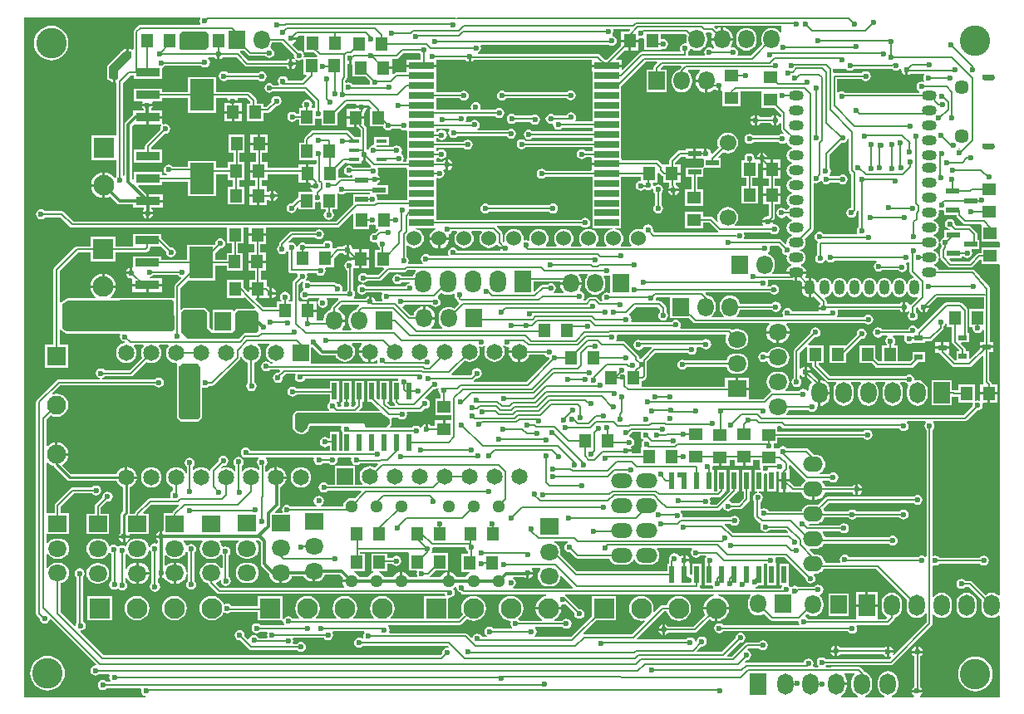
<source format=gbl>
G04*
G04 #@! TF.GenerationSoftware,Altium Limited,Altium Designer,18.1.6 (161)*
G04*
G04 Layer_Physical_Order=2*
G04 Layer_Color=16711680*
%FSTAX24Y24*%
%MOIN*%
G70*
G01*
G75*
%ADD13C,0.0080*%
%ADD23R,0.0500X0.0550*%
%ADD26R,0.0550X0.0500*%
%ADD27O,0.0800X0.0600*%
%ADD34O,0.0400X0.0600*%
%ADD35O,0.0600X0.0400*%
%ADD39R,0.0980X0.1260*%
%ADD40R,0.0980X0.0350*%
%ADD86C,0.0130*%
%ADD87C,0.0120*%
%ADD89C,0.0138*%
%ADD90C,0.0827*%
%ADD91R,0.0827X0.0827*%
%ADD92C,0.0570*%
%ADD93C,0.0240*%
%ADD94R,0.0827X0.0827*%
%ADD95O,0.0750X0.0650*%
%ADD96R,0.0750X0.0650*%
%ADD97O,0.0650X0.0750*%
%ADD98R,0.0650X0.0750*%
%ADD99C,0.1220*%
%ADD100C,0.0650*%
%ADD101R,0.0650X0.0650*%
%ADD102C,0.0600*%
%ADD103O,0.0860X0.0600*%
%ADD104C,0.0512*%
%ADD105C,0.0669*%
%ADD106O,0.0650X0.0900*%
%ADD107R,0.0650X0.0900*%
%ADD108O,0.0650X0.0850*%
%ADD109R,0.0650X0.0850*%
%ADD110O,0.0650X0.0850*%
%ADD111R,0.0650X0.0850*%
%ADD112C,0.0768*%
%ADD113R,0.0768X0.0768*%
%ADD114C,0.0236*%
%ADD115C,0.0240*%
%ADD116R,0.0520X0.0220*%
%ADD117R,0.0340X0.0220*%
%ADD118R,0.0445X0.0170*%
%ADD119R,0.1000X0.0256*%
%ADD120R,0.0210X0.0710*%
%ADD121R,0.0210X0.0670*%
%ADD122C,0.0100*%
G36*
X038345Y034699D02*
X038295Y034686D01*
X038239Y034759D01*
X038154Y034824D01*
X038056Y034865D01*
X03795Y034878D01*
X037844Y034865D01*
X037746Y034824D01*
X037661Y034759D01*
X037596Y034674D01*
X037555Y034576D01*
X037542Y03447D01*
Y03437D01*
X037555Y034264D01*
X037575Y034218D01*
X037119Y033762D01*
X036609D01*
X036586Y033806D01*
X036597Y033823D01*
X036612Y0339D01*
X036597Y033977D01*
X036553Y034043D01*
X036487Y034087D01*
X03641Y034102D01*
X036343Y034089D01*
X036318Y034115D01*
X036311Y034129D01*
X036331Y034156D01*
X036374Y034259D01*
X036389Y03437D01*
D01*
X03596D01*
X035531D01*
X035546Y034259D01*
X035589Y034156D01*
X035633Y034098D01*
X035612Y034044D01*
X035594Y03404D01*
X035593Y034043D01*
X035527Y034087D01*
X03545Y034102D01*
X035373Y034087D01*
X035307Y034043D01*
X035263Y033977D01*
X035248Y0339D01*
X035263Y033823D01*
X035274Y033806D01*
X035251Y033762D01*
X034633D01*
X034602Y0338D01*
Y03391D01*
X034613Y033917D01*
X034657Y033983D01*
X034663Y034016D01*
X034718Y034037D01*
X034746Y034016D01*
X034844Y033975D01*
X03495Y033962D01*
X035056Y033975D01*
X035154Y034016D01*
X035239Y034081D01*
X035304Y034166D01*
X035345Y034264D01*
X035358Y03437D01*
Y03447D01*
X035345Y034576D01*
X035315Y034648D01*
X035346Y034698D01*
X035509D01*
X035569Y034638D01*
X035546Y034581D01*
X035531Y03447D01*
D01*
X03591D01*
Y034892D01*
X035849Y034884D01*
X035746Y034841D01*
X035726Y034827D01*
X03565Y034903D01*
X035652Y034919D01*
X035667Y034953D01*
X038345D01*
Y034699D01*
D02*
G37*
G36*
X032277Y0348D02*
X032202Y034725D01*
X03191D01*
Y0344D01*
X03261D01*
Y034423D01*
X03266Y034458D01*
X03271Y034448D01*
X03278Y034462D01*
X032824Y034444D01*
X03283Y034441D01*
Y033995D01*
X03349D01*
Y034003D01*
X03354Y034038D01*
X03359Y034028D01*
X033667Y034043D01*
X033733Y034087D01*
X033777Y034153D01*
X033792Y03423D01*
X033777Y034307D01*
X033733Y034373D01*
X033667Y034417D01*
X03359Y034432D01*
X03354Y034422D01*
X03349Y034457D01*
Y034638D01*
X034499D01*
X034557Y03458D01*
X034555Y034576D01*
X034542Y03447D01*
Y03437D01*
X034551Y034297D01*
X034508Y034254D01*
X03447Y034262D01*
X034393Y034247D01*
X034327Y034203D01*
X034283Y034137D01*
X034268Y03406D01*
X034283Y033983D01*
X034294Y033966D01*
X034271Y033922D01*
X03275D01*
X032703Y033913D01*
X032663Y033887D01*
X031984Y033207D01*
X031937Y033226D01*
Y033304D01*
X031337D01*
X030737D01*
Y033126D01*
X030757D01*
Y032753D01*
Y032359D01*
Y031965D01*
Y031572D01*
Y031115D01*
X030087D01*
X030064Y031165D01*
X030097Y031213D01*
X030112Y03129D01*
X030097Y031367D01*
X030053Y031433D01*
X029987Y031477D01*
X02991Y031492D01*
X029833Y031477D01*
X029767Y031433D01*
X029723Y031367D01*
X029722Y031362D01*
X029494D01*
X029493Y031363D01*
X02925D01*
X029243Y031373D01*
X029177Y031417D01*
X0291Y031432D01*
X029023Y031417D01*
X028957Y031373D01*
X028929Y03133D01*
X028924Y031327D01*
X028897Y031287D01*
X028888Y03124D01*
X028897Y031193D01*
X028909Y031176D01*
X028913Y031153D01*
X028957Y031087D01*
X029023Y031043D01*
X0291Y031028D01*
X029146Y031037D01*
X029189Y030995D01*
X029188Y030992D01*
X029203Y030915D01*
X029247Y030849D01*
X029313Y030806D01*
X02939Y03079D01*
X029467Y030806D01*
X029533Y030849D01*
X029547Y03087D01*
X030757D01*
Y030721D01*
X028367D01*
X028353Y030741D01*
X028287Y030785D01*
X02821Y0308D01*
X028133Y030785D01*
X028067Y030741D01*
X028023Y030676D01*
X028008Y030598D01*
X028023Y030521D01*
X028067Y030456D01*
X028133Y030412D01*
X02821Y030397D01*
X028287Y030412D01*
X028353Y030456D01*
X028367Y030476D01*
X030757D01*
Y030327D01*
X02809D01*
X028073Y030353D01*
X028007Y030397D01*
X02793Y030412D01*
X027853Y030397D01*
X027787Y030353D01*
X027743Y030287D01*
X027728Y03021D01*
X027743Y030133D01*
X027787Y030067D01*
X027853Y030023D01*
X02793Y030008D01*
X028007Y030023D01*
X028073Y030067D01*
X028083Y030082D01*
X030757D01*
Y029933D01*
X030497D01*
X030483Y029954D01*
X030417Y029998D01*
X03034Y030013D01*
X030263Y029998D01*
X030197Y029954D01*
X030153Y029888D01*
X030138Y029811D01*
X030153Y029734D01*
X030197Y029668D01*
X030263Y029624D01*
X03034Y029609D01*
X030417Y029624D01*
X030483Y029668D01*
X030497Y029689D01*
X030721D01*
X030737Y029645D01*
X030737Y029645D01*
X030737D01*
X030737Y029645D01*
Y029467D01*
X031337D01*
Y029367D01*
X030737D01*
Y029189D01*
X030737Y029189D01*
X030737D01*
X030737Y029189D01*
X030721Y029146D01*
X028883D01*
X028869Y029167D01*
X028804Y02921D01*
X028726Y029226D01*
X028649Y02921D01*
X028583Y029167D01*
X02854Y029101D01*
X028524Y029024D01*
X02854Y028946D01*
X028583Y028881D01*
X028649Y028837D01*
X028726Y028822D01*
X028804Y028837D01*
X028869Y028881D01*
X028883Y028901D01*
X030757D01*
Y028422D01*
Y028028D01*
Y027635D01*
Y027241D01*
Y026847D01*
X031571D01*
X031574Y026797D01*
X031521Y02679D01*
X031428Y026752D01*
X031349Y026691D01*
X031288Y026612D01*
X03125Y026519D01*
X031237Y02642D01*
X03125Y026321D01*
X031288Y026228D01*
X031339Y026162D01*
X03132Y026112D01*
X03092D01*
X030901Y026162D01*
X030952Y026228D01*
X03099Y026321D01*
X031003Y02642D01*
X03099Y026519D01*
X030952Y026612D01*
X030891Y026691D01*
X030812Y026752D01*
X030719Y02679D01*
X03062Y026803D01*
X030521Y02679D01*
X030428Y026752D01*
X030349Y026691D01*
X030288Y026612D01*
X03025Y026519D01*
X030237Y02642D01*
X03025Y026321D01*
X030288Y026228D01*
X030339Y026162D01*
X03032Y026112D01*
X02992D01*
X029901Y026162D01*
X029952Y026228D01*
X02999Y026321D01*
X030003Y02642D01*
X02999Y026519D01*
X029952Y026612D01*
X029891Y026691D01*
X029812Y026752D01*
X029719Y02679D01*
X02962Y026803D01*
X029521Y02679D01*
X029428Y026752D01*
X029349Y026691D01*
X029288Y026612D01*
X02925Y026519D01*
X029237Y02642D01*
X02925Y026321D01*
X029288Y026228D01*
X029339Y026162D01*
X02932Y026112D01*
X02892D01*
X028901Y026162D01*
X028952Y026228D01*
X02899Y026321D01*
X029003Y02642D01*
X02899Y026519D01*
X028952Y026612D01*
X028891Y026691D01*
X028812Y026752D01*
X028719Y02679D01*
X02862Y026803D01*
X028521Y02679D01*
X028428Y026752D01*
X028349Y026691D01*
X028288Y026612D01*
X02825Y026519D01*
X028237Y02642D01*
X028247Y026344D01*
X0282Y026315D01*
X028167Y026337D01*
X02809Y026352D01*
X028044Y026343D01*
X027998Y026383D01*
X028003Y02642D01*
X02799Y026519D01*
X027952Y026612D01*
X027891Y026691D01*
X027812Y026752D01*
X027719Y02679D01*
X02762Y026803D01*
X027521Y02679D01*
X027428Y026752D01*
X027349Y026691D01*
X027288Y026612D01*
X02725Y026519D01*
X027237Y02642D01*
X02725Y026321D01*
X027216Y026276D01*
X027201Y026273D01*
X027162Y026308D01*
Y026594D01*
X027153Y026641D01*
X027127Y02668D01*
X026924Y026883D01*
X026945Y026933D01*
X03031D01*
X030327Y026907D01*
X030393Y026863D01*
X03047Y026848D01*
X030547Y026863D01*
X030613Y026907D01*
X030657Y026973D01*
X030672Y02705D01*
X030657Y027127D01*
X030613Y027193D01*
X030547Y027237D01*
X03047Y027252D01*
X030393Y027237D01*
X030327Y027193D01*
X030317Y027178D01*
X0245D01*
Y027635D01*
Y028028D01*
Y028422D01*
Y028836D01*
X024544Y028859D01*
X024553Y028853D01*
X02463Y028838D01*
X024707Y028853D01*
X024773Y028897D01*
X024817Y028963D01*
X024832Y02904D01*
X024817Y029117D01*
X024788Y029159D01*
X024825Y029195D01*
X024853Y029176D01*
X024888Y029169D01*
Y029382D01*
Y029594D01*
X024853Y029587D01*
X024781Y029539D01*
X024758Y029504D01*
X02452D01*
Y029645D01*
X02452Y029645D01*
X02452D01*
X024565Y029658D01*
X024579Y02966D01*
X024632Y029624D01*
X024709Y029609D01*
X024786Y029624D01*
X024852Y029668D01*
X024896Y029734D01*
X024911Y029811D01*
X024896Y029888D01*
X024852Y029954D01*
X024786Y029998D01*
X024709Y030013D01*
X024632Y029998D01*
X024566Y029954D01*
X024552Y029933D01*
X0245D01*
Y030069D01*
X025603D01*
X025617Y030048D01*
X025683Y030004D01*
X02576Y029989D01*
X025837Y030004D01*
X025903Y030048D01*
X025947Y030114D01*
X025962Y030191D01*
X025947Y030268D01*
X025903Y030334D01*
X025837Y030378D01*
X02576Y030393D01*
X025683Y030378D01*
X025617Y030334D01*
X025603Y030313D01*
X0245D01*
Y030458D01*
X024563D01*
X024577Y030437D01*
X024643Y030393D01*
X02472Y030378D01*
X024797Y030393D01*
X024863Y030437D01*
X024907Y030503D01*
X024922Y03058D01*
X024907Y030657D01*
X024863Y030723D01*
X024797Y030767D01*
X02472Y030782D01*
X024643Y030767D01*
X024577Y030723D01*
X024563Y030702D01*
X0245D01*
Y03084D01*
X025019D01*
X025038Y03079D01*
X025003Y030737D01*
X024988Y03066D01*
X025003Y030583D01*
X025047Y030517D01*
X025113Y030473D01*
X02519Y030458D01*
X025267Y030473D01*
X025333Y030517D01*
X02534Y030528D01*
X02733D01*
X027357Y030487D01*
X027423Y030443D01*
X0275Y030428D01*
X027577Y030443D01*
X027643Y030487D01*
X027687Y030553D01*
X027702Y03063D01*
X027687Y030707D01*
X027643Y030773D01*
X027577Y030817D01*
X0275Y030832D01*
X027423Y030817D01*
X027357Y030773D01*
X027357Y030772D01*
X026161D01*
X026146Y030822D01*
X026183Y030847D01*
X026227Y030913D01*
X026242Y03099D01*
X026227Y031067D01*
X026183Y031133D01*
X026117Y031177D01*
X02604Y031192D01*
X025963Y031177D01*
X025897Y031133D01*
X025865Y031084D01*
X025707D01*
X025684Y031128D01*
X025697Y031148D01*
X025712Y031225D01*
X025699Y031291D01*
X025726Y031341D01*
X025975D01*
X025981Y03134D01*
X026871D01*
X026884Y03132D01*
X02695Y031276D01*
X027027Y031261D01*
X027104Y031276D01*
X02717Y03132D01*
X027214Y031386D01*
X027229Y031463D01*
X027214Y03154D01*
X02717Y031606D01*
X027104Y03165D01*
X027027Y031665D01*
X02695Y03165D01*
X026884Y031606D01*
X02687Y031584D01*
X026296D01*
X026269Y031634D01*
X026282Y0317D01*
X026267Y031777D01*
X026223Y031843D01*
X026157Y031887D01*
X02608Y031902D01*
X026003Y031887D01*
X025937Y031843D01*
X025893Y031777D01*
X025878Y0317D01*
X025891Y031635D01*
X025863Y031585D01*
X0245D01*
Y032051D01*
X025445D01*
X025467Y032017D01*
X025533Y031973D01*
X02561Y031958D01*
X025687Y031973D01*
X025753Y032017D01*
X025797Y032083D01*
X025812Y03216D01*
X025797Y032237D01*
X025753Y032303D01*
X025687Y032347D01*
X02561Y032362D01*
X025533Y032347D01*
X025467Y032303D01*
X025462Y032296D01*
X0245D01*
Y032753D01*
Y033126D01*
X02452D01*
Y033304D01*
X02392D01*
X02332D01*
Y033126D01*
X02332Y033126D01*
X02332D01*
X02332Y033126D01*
X023304Y033083D01*
X022891D01*
X022844Y033074D01*
X022804Y033047D01*
X022776Y033019D01*
X02273Y033038D01*
Y03322D01*
X02238D01*
Y03332D01*
X02273D01*
Y033633D01*
X0229D01*
X022947Y033642D01*
X022987Y033668D01*
X023191Y033873D01*
X023824D01*
X023848Y033838D01*
X023883Y033814D01*
Y033582D01*
X02332D01*
Y033404D01*
X02392D01*
X02452D01*
Y033582D01*
X024564Y033598D01*
X025666D01*
X025683Y033573D01*
X025755Y033525D01*
X02579Y033518D01*
Y03373D01*
X02589D01*
Y033518D01*
X025925Y033525D01*
X025997Y033573D01*
X026007Y033588D01*
X030689D01*
X030737Y033582D01*
Y033404D01*
X031337D01*
X031937D01*
Y033582D01*
X031731D01*
X031712Y033629D01*
X032058Y033975D01*
X03221D01*
Y0343D01*
X03191D01*
Y034173D01*
X031329Y033592D01*
X031273D01*
X031068Y033797D01*
X031029Y033823D01*
X030982Y033832D01*
X026167D01*
X026162Y033882D01*
X026167Y033883D01*
X026233Y033927D01*
X026277Y033993D01*
X026292Y03407D01*
X026277Y034147D01*
X026266Y034164D01*
X026289Y034208D01*
X031409D01*
X031463Y034171D01*
X03154Y034156D01*
X031617Y034171D01*
X031683Y034215D01*
X031727Y034281D01*
X031742Y034358D01*
X031727Y034435D01*
X031683Y034501D01*
X031617Y034545D01*
X031576Y034553D01*
X031575Y034554D01*
X031557Y034608D01*
X031587Y034653D01*
X031602Y03473D01*
X031589Y034796D01*
X031616Y034846D01*
X032257D01*
X032277Y0348D01*
D02*
G37*
G36*
X015355Y03464D02*
Y0341D01*
X015245Y03399D01*
X014375Y03399D01*
X01425D01*
X014195Y0341D01*
Y034615D01*
X0143Y034735D01*
X015244D01*
X015355Y03464D01*
D02*
G37*
G36*
X01922Y033905D02*
X019582D01*
X019732Y033755D01*
X019717Y03371D01*
X019714Y033705D01*
X019216D01*
X019185Y033744D01*
X019192Y03378D01*
X019177Y033857D01*
X019133Y033923D01*
X019067Y033967D01*
X01899Y033982D01*
X018965Y033977D01*
X018746Y034196D01*
X018763Y03425D01*
X018827Y034293D01*
X018875Y034365D01*
X018882Y0344D01*
X01867D01*
Y0345D01*
X018893D01*
X018971Y034578D01*
X01922D01*
Y033905D01*
D02*
G37*
G36*
X015054Y035257D02*
X015033Y035227D01*
X015018Y03515D01*
X015033Y035073D01*
X015054Y035042D01*
X015027Y034992D01*
X01263D01*
X012583Y034983D01*
X012543Y034957D01*
X012397Y03481D01*
X01237Y03477D01*
X012361Y034723D01*
Y034023D01*
X012359Y034021D01*
X01235Y034014D01*
X012318Y034002D01*
X012311Y034001D01*
X012303Y034007D01*
X0123Y034008D01*
X012296Y03401D01*
X012284Y034013D01*
X012273Y034016D01*
X012233Y03402D01*
X01221Y034035D01*
X012175Y034042D01*
Y033944D01*
X012265Y033935D01*
Y033895D01*
Y033885D01*
Y033708D01*
X011745Y03313D01*
Y032845D01*
X01164Y032798D01*
Y03269D01*
X011688Y032652D01*
Y030593D01*
X011662Y030553D01*
X011638Y030553D01*
X010675D01*
Y029567D01*
X011638D01*
X011662Y029567D01*
X011688Y029527D01*
Y028917D01*
X011667Y028903D01*
X011643Y028867D01*
X011582Y028865D01*
X011535Y028926D01*
X011427Y029008D01*
X011303Y02906D01*
X011219Y029071D01*
Y02856D01*
Y028049D01*
X011303Y02806D01*
X011422Y028109D01*
X011705Y027825D01*
X011753Y027793D01*
X01181Y027782D01*
X012345D01*
Y027653D01*
X012787D01*
Y027606D01*
X012778Y0276D01*
X01273Y027527D01*
X012723Y027492D01*
X013147D01*
X01314Y027527D01*
X013092Y0276D01*
X013083Y027606D01*
Y027653D01*
X013525D01*
Y027878D01*
X012935D01*
Y027928D01*
X012885D01*
Y028203D01*
X012869D01*
X012544Y028529D01*
X012563Y028575D01*
X013505D01*
Y028708D01*
X014535D01*
Y02812D01*
X015675D01*
Y029008D01*
X01615D01*
Y028775D01*
X016348D01*
Y028495D01*
X01614D01*
Y027785D01*
X0168D01*
Y028495D01*
X016592D01*
Y028775D01*
X01681D01*
Y029485D01*
X016612D01*
Y029875D01*
X01682D01*
Y030585D01*
X01616D01*
Y029875D01*
X016368D01*
Y029485D01*
X01615D01*
Y029252D01*
X015675D01*
Y02954D01*
X014535D01*
Y029312D01*
X013927D01*
X013913Y029333D01*
X013847Y029377D01*
X01377Y029392D01*
X013693Y029377D01*
X013627Y029333D01*
X013583Y029267D01*
X013568Y02919D01*
X013583Y029113D01*
X013627Y029047D01*
X013693Y029003D01*
X013698Y029002D01*
X013693Y028952D01*
X013505D01*
Y029085D01*
X012365D01*
Y02881D01*
X012315Y028785D01*
X012298Y028798D01*
Y030939D01*
X012372Y031013D01*
X012875D01*
Y031288D01*
X012925D01*
Y031338D01*
X013515D01*
Y031563D01*
X013058D01*
Y031616D01*
X013067Y031623D01*
X013115Y031695D01*
X013122Y03173D01*
X012698D01*
X012705Y031695D01*
X012753Y031623D01*
X012762Y031616D01*
Y031563D01*
X012335D01*
Y031394D01*
X012334Y031393D01*
X012045Y031105D01*
X012013Y031057D01*
X012002Y031D01*
Y028958D01*
X011952Y028932D01*
X011932Y028946D01*
Y032669D01*
X012237Y032974D01*
X012355D01*
Y032837D01*
X013495D01*
Y033276D01*
X013532Y033283D01*
X013598Y033327D01*
X013612Y033348D01*
X015077D01*
X015077Y033347D01*
X015143Y033303D01*
X01522Y033288D01*
X015297Y033303D01*
X015363Y033347D01*
X015407Y033413D01*
X015422Y03349D01*
X015407Y033567D01*
X015363Y033633D01*
X015341Y033648D01*
X015356Y033698D01*
X015589D01*
X015613Y033663D01*
X015685Y033615D01*
X01572Y033608D01*
Y03382D01*
X01582D01*
Y033608D01*
X015855Y033615D01*
X015927Y033663D01*
X015951Y033698D01*
X016489D01*
X016833Y033353D01*
X016873Y033327D01*
X01692Y033318D01*
X018489D01*
X018513Y033283D01*
X018585Y033235D01*
X01862Y033228D01*
Y03344D01*
Y033652D01*
X018585Y033645D01*
X018513Y033597D01*
X018489Y033562D01*
X016971D01*
X016628Y033905D01*
X016628Y033911D01*
X016644Y033955D01*
X016792D01*
X016963Y033783D01*
X017003Y033757D01*
X01705Y033748D01*
X017653D01*
X017667Y033727D01*
X017733Y033683D01*
X01781Y033668D01*
X017887Y033683D01*
X017953Y033727D01*
X017997Y033793D01*
X018012Y03387D01*
X017997Y033947D01*
X017953Y034013D01*
X017887Y034057D01*
X017864Y034061D01*
X017844Y034116D01*
X017874Y034156D01*
X017915Y034254D01*
X017919Y034288D01*
X018308D01*
X018793Y033803D01*
X018788Y03378D01*
X018803Y033703D01*
X018839Y03365D01*
X018803Y033614D01*
X018755Y033645D01*
X01872Y033652D01*
Y03349D01*
X018882D01*
X018875Y033525D01*
X018836Y033585D01*
X018872Y033621D01*
X018913Y033593D01*
X01899Y033578D01*
X019067Y033593D01*
X01911Y033622D01*
X01916Y033595D01*
Y032995D01*
X019287D01*
X019306Y032949D01*
X019109Y032752D01*
X01855D01*
X018537Y032817D01*
X018493Y032883D01*
X018427Y032927D01*
X01835Y032942D01*
X018273Y032927D01*
X018207Y032883D01*
X018163Y032817D01*
X018148Y03274D01*
X018163Y032663D01*
X01819Y032622D01*
X018164Y032572D01*
X01798D01*
X017953Y032613D01*
X017887Y032657D01*
X01781Y032672D01*
X017733Y032657D01*
X017667Y032613D01*
X017623Y032547D01*
X017608Y03247D01*
X017623Y032393D01*
X017667Y032327D01*
X017733Y032283D01*
X01781Y032268D01*
X017887Y032283D01*
X017953Y032327D01*
X017953Y032328D01*
X019229D01*
X019648Y031909D01*
Y031665D01*
X019521D01*
X019498Y031709D01*
X019507Y031723D01*
X019522Y0318D01*
X019507Y031877D01*
X019463Y031943D01*
X019397Y031987D01*
X01932Y032002D01*
X019243Y031987D01*
X019177Y031943D01*
X019133Y031877D01*
X019118Y0318D01*
X019133Y031723D01*
X019142Y031709D01*
X019119Y031665D01*
X01899D01*
Y031432D01*
X018887D01*
X018873Y031453D01*
X018807Y031497D01*
X01873Y031512D01*
X018653Y031497D01*
X018587Y031453D01*
X018543Y031387D01*
X018528Y03131D01*
X018543Y031233D01*
X018587Y031167D01*
X018653Y031123D01*
X01873Y031108D01*
X018807Y031123D01*
X018873Y031167D01*
X018887Y031188D01*
X01899D01*
Y030955D01*
X01965D01*
Y031221D01*
X019656Y031224D01*
X0197Y031242D01*
X01977Y031228D01*
X01984Y031242D01*
X019884Y031224D01*
X01989Y031221D01*
Y030955D01*
X02055D01*
Y031467D01*
X020911Y031828D01*
X021282D01*
X021303Y031778D01*
X021298Y03175D01*
X021726D01*
X021758Y0318D01*
X021783Y031804D01*
X021916Y031671D01*
X021897Y031625D01*
X02183D01*
Y030915D01*
X022377D01*
X022383Y030883D01*
X022427Y030817D01*
X022493Y030773D01*
X02257Y030758D01*
X022647Y030773D01*
X022713Y030817D01*
X022727Y030838D01*
X023063D01*
X023077Y030817D01*
X023143Y030773D01*
X02322Y030758D01*
X02329Y030772D01*
X023311Y030763D01*
X02334Y030742D01*
Y030391D01*
Y029997D01*
Y029645D01*
X02332D01*
Y029503D01*
X0232D01*
X023176Y029547D01*
X023187Y029563D01*
X023202Y02964D01*
X023187Y029717D01*
X023143Y029783D01*
X023113Y029803D01*
X023098Y02987D01*
X023107Y029883D01*
X023122Y02996D01*
X023107Y030037D01*
X023063Y030103D01*
X022997Y030147D01*
X02292Y030162D01*
X022843Y030147D01*
X022777Y030103D01*
X022763Y030082D01*
X022143D01*
X022123Y030113D01*
X022099Y030129D01*
X022114Y030179D01*
X02261D01*
Y030509D01*
X022005D01*
Y030218D01*
X021981Y030173D01*
X02196Y030168D01*
X021903Y030157D01*
X021837Y030113D01*
X021793Y030047D01*
X021785Y030007D01*
X021738Y029986D01*
X021702Y030009D01*
Y03084D01*
X021693Y030887D01*
X021667Y030927D01*
X02161Y030983D01*
Y03122D01*
X02131D01*
Y030895D01*
X021352D01*
X021458Y030789D01*
Y030509D01*
X021221D01*
X021003Y030727D01*
X020963Y030753D01*
X020917Y030762D01*
X01957D01*
X019523Y030753D01*
X019483Y030727D01*
X019233Y030477D01*
X019207Y030437D01*
X019198Y03039D01*
Y030275D01*
X01899D01*
Y029565D01*
X01965D01*
Y029565D01*
X019698Y029559D01*
Y029448D01*
X01968Y029405D01*
X01938D01*
Y02903D01*
Y028655D01*
X019435D01*
X019458Y028611D01*
X019455Y028605D01*
X019448Y02857D01*
X01966D01*
Y02847D01*
X019448D01*
X019455Y028435D01*
X019503Y028363D01*
X019529Y028345D01*
X019514Y028295D01*
X01897D01*
Y028057D01*
X018952Y028053D01*
X018913Y028027D01*
X018723Y027837D01*
X018699Y027842D01*
X018622Y027827D01*
X018556Y027783D01*
X018513Y027717D01*
X018497Y02764D01*
X018513Y027563D01*
X018556Y027497D01*
X018622Y027453D01*
X018699Y027438D01*
X018776Y027453D01*
X018842Y027497D01*
X018886Y027563D01*
X018901Y02764D01*
X018899Y027651D01*
X01892Y02767D01*
X01897Y027648D01*
Y027585D01*
X01963D01*
Y027871D01*
X019636Y027874D01*
X01968Y027892D01*
X01975Y027878D01*
X01982Y027892D01*
X019864Y027874D01*
X01987Y027871D01*
Y027585D01*
X020078D01*
Y027533D01*
X020047Y027513D01*
X020003Y027447D01*
X019988Y02737D01*
X020003Y027293D01*
X020047Y027227D01*
X020113Y027183D01*
X02019Y027168D01*
X020267Y027183D01*
X020333Y027227D01*
X020377Y027293D01*
X020392Y02737D01*
X020377Y027447D01*
X020333Y027513D01*
X020322Y02752D01*
Y027585D01*
X02053D01*
Y028216D01*
X020537Y028222D01*
X02058Y028239D01*
X020633Y028203D01*
X02071Y028188D01*
X020787Y028203D01*
X020853Y028247D01*
X020856Y028253D01*
X021831D01*
X021838Y02824D01*
X021808Y02819D01*
X02117D01*
Y02781D01*
X02117Y02781D01*
X02117D01*
X021141Y027774D01*
X02048Y027113D01*
X00994D01*
X009567Y027487D01*
X009527Y027513D01*
X00948Y027522D01*
X008807D01*
X008793Y027543D01*
X008727Y027587D01*
X00865Y027602D01*
X008573Y027587D01*
X008507Y027543D01*
X008463Y027477D01*
X008448Y0274D01*
X008463Y027323D01*
X008507Y027257D01*
X008573Y027213D01*
X00865Y027198D01*
X008727Y027213D01*
X008793Y027257D01*
X008807Y027278D01*
X009429D01*
X009803Y026904D01*
X009843Y026878D01*
X009889Y026868D01*
X0161D01*
Y026215D01*
X016308D01*
Y025845D01*
X01609D01*
Y025572D01*
X015645D01*
Y025847D01*
X015828Y02603D01*
X01584Y026028D01*
X015917Y026043D01*
X015983Y026087D01*
X016027Y026153D01*
X016042Y02623D01*
X016027Y026307D01*
X015983Y026373D01*
X015917Y026417D01*
X01584Y026432D01*
X015763Y026417D01*
X015697Y026373D01*
X015653Y026307D01*
X015638Y02623D01*
X015645Y026193D01*
X015612Y02616D01*
X014505D01*
Y025572D01*
X013475D01*
Y025705D01*
X012335D01*
Y025289D01*
X01232Y025277D01*
Y02504D01*
X01227D01*
Y02499D01*
X012058D01*
X012065Y024955D01*
X012113Y024883D01*
X012185Y024835D01*
X01227Y024818D01*
X012315Y024776D01*
Y024598D01*
X012905D01*
X013495D01*
Y024823D01*
X013022D01*
X013017Y024873D01*
X013067Y024883D01*
X013133Y024927D01*
X013147Y024948D01*
X014147D01*
X014167Y024917D01*
X014233Y024873D01*
X014258Y024868D01*
X014272Y024821D01*
X014028Y024576D01*
X014002Y024536D01*
X013992Y02449D01*
Y024049D01*
X013984Y02404D01*
X013942Y024019D01*
X013897Y024038D01*
X013881Y02404D01*
X013866Y024043D01*
X011465Y024029D01*
X011448Y024079D01*
X011506Y024124D01*
X011588Y024231D01*
X01164Y024356D01*
X011651Y02444D01*
X01114D01*
X010629D01*
X01064Y024356D01*
X010692Y024231D01*
X010774Y024124D01*
X010837Y024075D01*
X01082Y024025D01*
X009721Y024019D01*
X009715Y024017D01*
X009708Y024018D01*
X009699Y024014D01*
X00969Y024012D01*
X009684Y024009D01*
X009678Y024006D01*
X009462Y023871D01*
X009455Y023865D01*
X009447Y02386D01*
X009443Y023854D01*
X009442Y023853D01*
X009424Y023855D01*
X009392Y023869D01*
Y025119D01*
X010141Y025868D01*
X010647D01*
Y025497D01*
X011633D01*
Y025868D01*
X01284D01*
X012887Y025877D01*
X012927Y025903D01*
X012992Y025968D01*
X013018Y026008D01*
X013027Y026055D01*
Y026097D01*
X01346D01*
X013663Y025894D01*
X013658Y02587D01*
X013673Y025793D01*
X013717Y025727D01*
X013783Y025683D01*
X01386Y025668D01*
X013937Y025683D01*
X014003Y025727D01*
X014047Y025793D01*
X014062Y02587D01*
X014047Y025947D01*
X014003Y026013D01*
X013937Y026057D01*
X01386Y026072D01*
X013836Y026067D01*
X013475Y026428D01*
Y026607D01*
X012335D01*
Y026112D01*
X011633D01*
Y026483D01*
X010647D01*
Y026112D01*
X01009D01*
X010043Y026103D01*
X010003Y026077D01*
X009183Y025257D01*
X009157Y025217D01*
X009148Y02517D01*
Y022161D01*
X008806D01*
Y021233D01*
X009734D01*
Y022161D01*
X009392D01*
Y022738D01*
X00942Y02275D01*
X009442Y022754D01*
X009443Y022753D01*
X009447Y022747D01*
X009454Y022742D01*
X00946Y022736D01*
X009633Y022623D01*
X00964Y02262D01*
X009646Y022616D01*
X009654Y022614D01*
X009662Y022611D01*
X00967Y022611D01*
X009677Y02261D01*
X011817D01*
X011841Y022566D01*
X011835Y022557D01*
X01182Y02248D01*
X011835Y022403D01*
X011879Y022337D01*
X011944Y022293D01*
X012008Y022281D01*
X012007Y02223D01*
X011964Y022224D01*
X011866Y022184D01*
X011781Y022119D01*
X011716Y022034D01*
X011676Y021936D01*
X011662Y02183D01*
X011676Y021724D01*
X011716Y021626D01*
X011781Y021541D01*
X011866Y021476D01*
X011964Y021436D01*
X01207Y021422D01*
X012176Y021436D01*
X012274Y021476D01*
X012359Y021541D01*
X012424Y021626D01*
X012464Y021724D01*
X012478Y02183D01*
X012464Y021936D01*
X012424Y022034D01*
X012371Y022102D01*
X012393Y022152D01*
X012747D01*
X012769Y022102D01*
X012716Y022034D01*
X012676Y021936D01*
X012662Y02183D01*
X012676Y021724D01*
X012709Y021643D01*
X012199Y021132D01*
X011207D01*
X011193Y021153D01*
X011127Y021197D01*
X01105Y021212D01*
X010973Y021197D01*
X010907Y021153D01*
X010863Y021087D01*
X010848Y02101D01*
X010863Y020933D01*
X010907Y020867D01*
X010973Y020823D01*
X011002Y020817D01*
X010997Y020767D01*
X009355D01*
X009308Y020758D01*
X009269Y020732D01*
X008483Y019947D01*
X008457Y019907D01*
X008448Y01986D01*
Y01136D01*
X008457Y011313D01*
X008483Y011273D01*
X008598Y011159D01*
X008613Y011083D01*
X008657Y011017D01*
X008723Y010973D01*
X0088Y010958D01*
X008877Y010973D01*
X008943Y011017D01*
X008987Y011083D01*
X008994Y011122D01*
X009049Y011138D01*
X010857Y009329D01*
X010846Y009299D01*
X010835Y009281D01*
X010763Y009267D01*
X010697Y009223D01*
X010653Y009157D01*
X010638Y00908D01*
X010653Y009003D01*
X010697Y008937D01*
X010763Y008893D01*
X01084Y008878D01*
X010917Y008893D01*
X010969Y008928D01*
X011384D01*
X011408Y008884D01*
X011403Y008877D01*
X011388Y0088D01*
X011403Y008723D01*
X011437Y008672D01*
X011416Y008622D01*
X011287D01*
X011273Y008643D01*
X011207Y008687D01*
X01113Y008702D01*
X011053Y008687D01*
X010987Y008643D01*
X010943Y008577D01*
X010928Y0085D01*
X010943Y008423D01*
X010987Y008357D01*
X011053Y008313D01*
X01113Y008298D01*
X011207Y008313D01*
X011273Y008357D01*
X011287Y008378D01*
X012645D01*
X012671Y008328D01*
X012658Y00826D01*
X012673Y008183D01*
X012717Y008117D01*
X012783Y008073D01*
X012832Y008063D01*
X012828Y008013D01*
X007983D01*
Y035307D01*
X015027D01*
X015054Y035257D01*
D02*
G37*
G36*
X0211Y033438D02*
X02115Y033399D01*
Y032915D01*
X021662D01*
X021843Y032734D01*
X021838Y03271D01*
X021853Y032634D01*
X021854Y032625D01*
X021827Y032584D01*
X021155D01*
X021123Y032633D01*
X021057Y032677D01*
X02098Y032692D01*
X020904Y032677D01*
X020895Y032676D01*
X020854Y032703D01*
Y032761D01*
X020888Y032795D01*
X020915Y032835D01*
X020924Y032882D01*
Y033416D01*
X020974Y033443D01*
X021Y033438D01*
Y03365D01*
X0211D01*
Y033438D01*
D02*
G37*
G36*
X043148Y0332D02*
X043165Y033115D01*
X043213Y033043D01*
X043285Y032995D01*
X04332Y032988D01*
Y0332D01*
X04342D01*
Y032988D01*
X043455Y032995D01*
X04352Y033038D01*
X044056D01*
X044077Y032988D01*
X044043Y032937D01*
X044028Y03286D01*
X044043Y032783D01*
X044068Y032747D01*
X044044Y032716D01*
X044034Y032707D01*
X04396Y032722D01*
X043883Y032707D01*
X043817Y032663D01*
X043773Y032597D01*
X043758Y03252D01*
X043773Y032443D01*
X043817Y032377D01*
X043866Y032344D01*
X043883Y032293D01*
X043884Y032282D01*
X043876Y032271D01*
X040905D01*
X040903Y032273D01*
X040838Y032317D01*
X04076Y032332D01*
X040683Y032317D01*
X04063Y032282D01*
X04058Y032301D01*
Y032818D01*
X041573D01*
X041587Y032797D01*
X041653Y032753D01*
X04173Y032738D01*
X041807Y032753D01*
X041873Y032797D01*
X041917Y032863D01*
X041932Y03294D01*
X041917Y033017D01*
X041873Y033083D01*
X041807Y033127D01*
X04173Y033142D01*
X041653Y033127D01*
X041587Y033083D01*
X041573Y033062D01*
X040458D01*
X04042Y033093D01*
Y033215D01*
X040943D01*
X040947Y033209D01*
X041013Y033165D01*
X04109Y033149D01*
X041167Y033165D01*
X041233Y033209D01*
X041237Y033215D01*
X04282D01*
X042873Y033179D01*
X042951Y033164D01*
X043028Y033179D01*
X043082Y033215D01*
X043135D01*
X043148Y0332D01*
D02*
G37*
G36*
X033368Y033471D02*
X033253Y033357D01*
X033227Y033317D01*
X033218Y03327D01*
Y033205D01*
X032935D01*
Y032295D01*
X033745D01*
Y033205D01*
X033519D01*
X033498Y033255D01*
X033601Y033358D01*
X034319D01*
X034338Y033311D01*
X034263Y033237D01*
X034237Y033197D01*
X034236Y033191D01*
X034146Y033154D01*
X034061Y033089D01*
X033996Y033004D01*
X033955Y032906D01*
X033942Y0328D01*
Y0327D01*
X033955Y032594D01*
X033996Y032496D01*
X034061Y032411D01*
X034146Y032346D01*
X034244Y032305D01*
X03435Y032292D01*
X034456Y032305D01*
X034554Y032346D01*
X034639Y032411D01*
X034704Y032496D01*
X034745Y032594D01*
X034758Y0327D01*
Y0328D01*
X034745Y032906D01*
X034704Y033004D01*
X034639Y033089D01*
X034609Y033112D01*
X034602Y033177D01*
X034621Y033198D01*
X035068D01*
X035085Y033148D01*
X035027Y033103D01*
X034959Y033014D01*
X034916Y032911D01*
X034901Y0328D01*
X03533D01*
Y03275D01*
X03538D01*
Y032278D01*
X035441Y032286D01*
X035544Y032329D01*
X035633Y032397D01*
X035635Y032399D01*
X035693Y032403D01*
X035765Y032355D01*
X0358Y032348D01*
Y03256D01*
X0359D01*
Y032348D01*
X035935Y032355D01*
X035985Y032328D01*
Y03172D01*
X036695D01*
Y032347D01*
X037498D01*
X037545Y03234D01*
Y03168D01*
X038057D01*
X038328Y031409D01*
Y031297D01*
X038278Y031282D01*
X038247Y031327D01*
X038175Y031375D01*
X03814Y031382D01*
Y03117D01*
Y030958D01*
X038175Y030965D01*
X038247Y031013D01*
X038278Y031058D01*
X038328Y031043D01*
Y030829D01*
X038337Y030782D01*
X038363Y030742D01*
X038434Y030672D01*
X038409Y030626D01*
X03838Y030632D01*
X038303Y030617D01*
X038237Y030573D01*
X038223Y030552D01*
X03721D01*
X037203Y030563D01*
X037137Y030607D01*
X03706Y030622D01*
X036983Y030607D01*
X036917Y030563D01*
X036873Y030497D01*
X036858Y03042D01*
X036873Y030343D01*
X036917Y030277D01*
X036983Y030233D01*
X03706Y030218D01*
X037137Y030233D01*
X037203Y030277D01*
X037223Y030308D01*
X038223D01*
X038237Y030287D01*
X038303Y030243D01*
X03838Y030228D01*
X038457Y030243D01*
X038507Y030276D01*
X038521Y030276D01*
X038554Y030266D01*
X038564Y030259D01*
X038585Y030208D01*
X03863Y030149D01*
X038689Y030104D01*
X038757Y030076D01*
X038772Y030074D01*
Y030024D01*
X038757Y030022D01*
X038689Y029993D01*
X03863Y029949D01*
X038585Y02989D01*
X038557Y029822D01*
X038548Y029749D01*
X038557Y029676D01*
X038585Y029608D01*
X03863Y029549D01*
X038689Y029504D01*
X038757Y029476D01*
X038772Y029474D01*
Y029424D01*
X038757Y029422D01*
X038689Y029393D01*
X03863Y029349D01*
X038585Y02929D01*
X038557Y029222D01*
X038548Y029149D01*
X038557Y029076D01*
X038585Y029008D01*
X03863Y028949D01*
X038689Y028904D01*
X038757Y028876D01*
X038772Y028874D01*
Y028824D01*
X038757Y028822D01*
X038689Y028793D01*
X03863Y028749D01*
X038585Y02869D01*
X038557Y028622D01*
X038548Y028549D01*
X038557Y028476D01*
X038585Y028408D01*
X03863Y028349D01*
X038689Y028304D01*
X038757Y028276D01*
X038772Y028274D01*
Y028224D01*
X038757Y028222D01*
X038689Y028193D01*
X03863Y028149D01*
X038585Y02809D01*
X038557Y028022D01*
X038548Y027949D01*
X038557Y027876D01*
X038585Y027808D01*
X03863Y027749D01*
X038655Y02773D01*
Y027667D01*
X03863Y027649D01*
X038585Y02759D01*
X038578Y027571D01*
X038505D01*
X038492Y027592D01*
X038426Y027636D01*
X038349Y027651D01*
X038272Y027636D01*
X038206Y027592D01*
X038162Y027526D01*
X038147Y027449D01*
X038162Y027372D01*
X038206Y027306D01*
X038272Y027262D01*
X038349Y027247D01*
X038426Y027262D01*
X038492Y027306D01*
X038505Y027327D01*
X038578D01*
X038585Y027308D01*
X03863Y027249D01*
X038689Y027204D01*
X038757Y027176D01*
X038772Y027174D01*
Y027124D01*
X038757Y027122D01*
X038689Y027093D01*
X03863Y027049D01*
X038585Y02699D01*
X038557Y026922D01*
X038548Y026849D01*
X038557Y026776D01*
X038585Y026708D01*
X03863Y026649D01*
X038689Y026604D01*
X038757Y026576D01*
X038772Y026574D01*
Y026524D01*
X038757Y026522D01*
X038689Y026493D01*
X03863Y026449D01*
X038585Y02639D01*
X038557Y026322D01*
X038548Y026249D01*
X038551Y026223D01*
X038504Y026199D01*
X038348Y026355D01*
X038309Y026381D01*
X038262Y02639D01*
X036853D01*
X036827Y02644D01*
X036842Y026463D01*
X036857Y02654D01*
X036842Y026617D01*
X036831Y026634D01*
X036854Y026678D01*
X037897D01*
X037917Y026647D01*
X037983Y026603D01*
X03806Y026588D01*
X038137Y026603D01*
X038203Y026647D01*
X038247Y026713D01*
X038262Y02679D01*
X038247Y026867D01*
X038203Y026933D01*
X038137Y026977D01*
X03806Y026992D01*
X038037Y026987D01*
X038025Y026995D01*
X037999Y027031D01*
X038002Y02705D01*
X037578D01*
X037585Y027015D01*
X037613Y026972D01*
X037586Y026922D01*
X036496D01*
X03648Y02697D01*
X036486Y026974D01*
X036552Y027061D01*
X036594Y027162D01*
X036608Y02727D01*
X036594Y027378D01*
X036552Y027479D01*
X036486Y027566D01*
X036399Y027632D01*
X036298Y027674D01*
X03619Y027688D01*
X036082Y027674D01*
X035981Y027632D01*
X035894Y027566D01*
X035828Y027479D01*
X035786Y027378D01*
X035772Y02727D01*
X035786Y027162D01*
X035803Y027121D01*
X035761Y027092D01*
X035597Y027257D01*
X035557Y027283D01*
X03551Y027292D01*
X035195D01*
Y0275D01*
X034485D01*
Y02684D01*
X035195D01*
Y027048D01*
X035459D01*
X035793Y026713D01*
X035795Y026712D01*
X03578Y026662D01*
X033261D01*
X033184Y026739D01*
X033192Y02678D01*
X033177Y026857D01*
X033133Y026923D01*
X033067Y026967D01*
X03299Y026982D01*
X032913Y026967D01*
X032847Y026923D01*
X032803Y026857D01*
X032795Y026813D01*
X032741Y026781D01*
X032719Y02679D01*
X03262Y026803D01*
X032521Y02679D01*
X032428Y026752D01*
X032349Y026691D01*
X032288Y026612D01*
X03225Y026519D01*
X032237Y02642D01*
X03225Y026321D01*
X032288Y026228D01*
X032339Y026162D01*
X03232Y026112D01*
X03192D01*
X031901Y026162D01*
X031952Y026228D01*
X03199Y026321D01*
X032003Y02642D01*
X03199Y026519D01*
X031952Y026612D01*
X031891Y026691D01*
X031812Y026752D01*
X031719Y02679D01*
X031666Y026797D01*
X031669Y026847D01*
X031917D01*
Y027241D01*
Y027635D01*
Y028028D01*
Y028422D01*
Y028901D01*
X03272D01*
Y028758D01*
X0327Y028742D01*
X032623Y028727D01*
X032557Y028683D01*
X032513Y028617D01*
X032498Y02854D01*
X032513Y028463D01*
X032557Y028397D01*
X032623Y028353D01*
X0327Y028338D01*
X032777Y028353D01*
X032843Y028397D01*
X032893Y028383D01*
X032923Y028363D01*
X033Y028348D01*
X033077Y028363D01*
X033143Y028407D01*
X033154Y028423D01*
X033201Y028404D01*
X033198Y02839D01*
X033213Y028313D01*
X033257Y028247D01*
X033278Y028233D01*
Y027787D01*
X033257Y027773D01*
X033213Y027707D01*
X033198Y02763D01*
X033213Y027553D01*
X033257Y027487D01*
X033323Y027443D01*
X0334Y027428D01*
X033477Y027443D01*
X033543Y027487D01*
X033587Y027553D01*
X033602Y02763D01*
X033587Y027707D01*
X033543Y027773D01*
X033522Y027787D01*
Y028233D01*
X033543Y028247D01*
X033587Y028313D01*
X033602Y02839D01*
X033587Y028467D01*
X033543Y028533D01*
X033477Y028577D01*
X0334Y028592D01*
X033323Y028577D01*
X033257Y028533D01*
X033246Y028517D01*
X033199Y028536D01*
X033202Y02855D01*
X033187Y028625D01*
X033186Y028634D01*
X033212Y028675D01*
X03338D01*
Y029046D01*
X03343Y029067D01*
X033543Y028953D01*
X033583Y028927D01*
X0336Y028924D01*
Y028655D01*
X033838D01*
Y028561D01*
X033847Y028514D01*
X033851Y028509D01*
X033815Y028455D01*
X033808Y02842D01*
X034232D01*
X034225Y028455D01*
X034177Y028527D01*
X034122Y028564D01*
X034107Y028588D01*
X034089Y028605D01*
X034099Y028655D01*
X0343D01*
Y02898D01*
X03395D01*
Y02908D01*
X0343D01*
Y029405D01*
X034077D01*
Y029464D01*
X034326Y029713D01*
X034498D01*
Y029625D01*
X034808D01*
Y029835D01*
Y030045D01*
X034498D01*
Y029957D01*
X034275D01*
X034228Y029948D01*
X034188Y029922D01*
X033868Y029602D01*
X033842Y029562D01*
X033833Y029515D01*
Y029405D01*
X0336D01*
X0336Y029405D01*
Y029405D01*
X03355Y029403D01*
X033432Y029522D01*
X033392Y029548D01*
X033345Y029557D01*
X031937D01*
Y029645D01*
X031917D01*
Y029997D01*
Y030391D01*
Y030784D01*
Y031178D01*
Y031572D01*
Y031965D01*
Y032359D01*
Y03254D01*
X032895Y033518D01*
X033349D01*
X033368Y033471D01*
D02*
G37*
G36*
X04105Y030433D02*
Y029157D01*
X041059Y02911D01*
X041085Y029071D01*
X041148Y029008D01*
Y027652D01*
X041073Y027637D01*
X041007Y027593D01*
X040963Y027527D01*
X040948Y02745D01*
X040963Y027373D01*
X041007Y027307D01*
X041073Y027263D01*
X04115Y027248D01*
X041227Y027263D01*
X041293Y027307D01*
X041337Y027373D01*
X041352Y02745D01*
X041347Y027474D01*
X041357Y027483D01*
X041383Y027523D01*
X041388Y027546D01*
X041438Y027541D01*
Y026887D01*
X041417Y026873D01*
X041373Y026807D01*
X041358Y02673D01*
X041373Y026653D01*
X041378Y026646D01*
X041354Y026602D01*
X04004D01*
X040013Y026643D01*
X039947Y026687D01*
X03987Y026702D01*
X039793Y026687D01*
X039727Y026643D01*
X039683Y026577D01*
X039668Y0265D01*
X039683Y026423D01*
X039727Y026357D01*
X039764Y026332D01*
X039789Y026279D01*
X03978Y026232D01*
Y025778D01*
X039757Y025763D01*
X039713Y025697D01*
X039698Y02562D01*
X039713Y025543D01*
X039757Y025477D01*
X039823Y025433D01*
X0399Y025418D01*
X039977Y025433D01*
X040043Y025477D01*
X040087Y025543D01*
X040089Y025557D01*
X040092Y025558D01*
X040141Y025562D01*
X040177Y025508D01*
X040243Y025465D01*
X04032Y025449D01*
X040397Y025465D01*
X040463Y025508D01*
X040477Y025529D01*
X042144D01*
X042157Y025479D01*
X042103Y025443D01*
X04206Y025377D01*
X042044Y0253D01*
X04206Y025223D01*
X042103Y025157D01*
X042169Y025113D01*
X042246Y025098D01*
X042324Y025113D01*
X042375Y025148D01*
X043027D01*
X043041Y025127D01*
X043106Y025083D01*
X043184Y025068D01*
X043261Y025083D01*
X043327Y025127D01*
X04337Y025193D01*
X043386Y02527D01*
X04337Y025347D01*
X043334Y025401D01*
X043346Y025442D01*
X043355Y025454D01*
X043407Y025465D01*
X043438Y025485D01*
X043488Y025458D01*
Y025086D01*
X043497Y025039D01*
X043523Y024999D01*
X043645Y024877D01*
X043627Y024824D01*
X043607Y024822D01*
X043539Y024793D01*
X04348Y024749D01*
X043435Y02469D01*
X043407Y024622D01*
X043405Y024607D01*
X043355D01*
X043353Y024622D01*
X043325Y02469D01*
X04328Y024749D01*
X043221Y024793D01*
X043153Y024822D01*
X04308Y024831D01*
X043007Y024822D01*
X042939Y024793D01*
X04288Y024749D01*
X042835Y02469D01*
X042807Y024622D01*
X042805Y024607D01*
X042755D01*
X042753Y024622D01*
X042725Y02469D01*
X04268Y024749D01*
X042621Y024793D01*
X042553Y024822D01*
X04248Y024831D01*
X042407Y024822D01*
X042339Y024793D01*
X04228Y024749D01*
X042235Y02469D01*
X042207Y024622D01*
X042205Y024607D01*
X042155D01*
X042153Y024622D01*
X042125Y02469D01*
X04208Y024749D01*
X042021Y024793D01*
X041953Y024822D01*
X04188Y024831D01*
X041807Y024822D01*
X041739Y024793D01*
X04168Y024749D01*
X041635Y02469D01*
X041607Y024622D01*
X041605Y024607D01*
X041555D01*
X041553Y024622D01*
X041525Y02469D01*
X04148Y024749D01*
X041421Y024793D01*
X041353Y024822D01*
X04128Y024831D01*
X041207Y024822D01*
X041139Y024793D01*
X04108Y024749D01*
X041035Y02469D01*
X041007Y024622D01*
X041005Y024607D01*
X040955D01*
X040953Y024622D01*
X040925Y02469D01*
X04088Y024749D01*
X040821Y024793D01*
X040753Y024822D01*
X04068Y024831D01*
X040607Y024822D01*
X040539Y024793D01*
X04048Y024749D01*
X040435Y02469D01*
X040407Y024622D01*
X040405Y024607D01*
X040355D01*
X040353Y024622D01*
X040325Y02469D01*
X04028Y024749D01*
X040221Y024793D01*
X040153Y024822D01*
X04008Y024831D01*
X040007Y024822D01*
X039939Y024793D01*
X03988Y024749D01*
X039835Y02469D01*
X039818Y024648D01*
X039764D01*
X039742Y0247D01*
X039694Y024763D01*
X039631Y024811D01*
X039558Y024841D01*
X03953Y024845D01*
Y024449D01*
Y024053D01*
X039558Y024057D01*
X039631Y024087D01*
X039653Y024103D01*
X03991Y023846D01*
X039906Y023793D01*
X039883Y023777D01*
X039835Y023705D01*
X039828Y02367D01*
X04004D01*
Y02357D01*
X039828D01*
X039833Y023544D01*
X039806Y023494D01*
X038769D01*
X038767Y023507D01*
X038723Y023573D01*
X038657Y023617D01*
X03858Y023632D01*
X038503Y023617D01*
X038437Y023573D01*
X038393Y023507D01*
X038378Y02343D01*
X038393Y023353D01*
X03842Y023312D01*
X038394Y023262D01*
X036548D01*
X036531Y023312D01*
X036569Y023341D01*
X036634Y023426D01*
X036675Y023524D01*
X036679Y023558D01*
X037963D01*
X037977Y023537D01*
X038043Y023493D01*
X03812Y023478D01*
X038197Y023493D01*
X038263Y023537D01*
X038307Y023603D01*
X038322Y02368D01*
X038307Y023757D01*
X038263Y023823D01*
X038197Y023867D01*
X03812Y023882D01*
X038043Y023867D01*
X037977Y023823D01*
X037963Y023802D01*
X036679D01*
X036675Y023836D01*
X036634Y023934D01*
X036569Y024019D01*
X036484Y024084D01*
X036386Y024125D01*
X03628Y024138D01*
X036174Y024125D01*
X036076Y024084D01*
X035991Y024019D01*
X035926Y023934D01*
X035885Y023836D01*
X035872Y02373D01*
Y02363D01*
X035885Y023524D01*
X035926Y023426D01*
X035991Y023341D01*
X036029Y023312D01*
X036012Y023262D01*
X035568D01*
X035551Y023312D01*
X035589Y023341D01*
X035654Y023426D01*
X035695Y023524D01*
X035708Y02363D01*
Y02373D01*
X035695Y023836D01*
X035654Y023934D01*
X035589Y024019D01*
X035504Y024084D01*
X035406Y024125D01*
X035363Y02413D01*
X035292Y024201D01*
X035311Y024248D01*
X037893D01*
X037907Y024227D01*
X037973Y024183D01*
X03805Y024168D01*
X038127Y024183D01*
X038193Y024227D01*
X038237Y024293D01*
X038243Y024322D01*
X038243Y024323D01*
X038252Y02437D01*
X038243Y024417D01*
X038243Y024418D01*
X038237Y024447D01*
X038193Y024513D01*
X038127Y024557D01*
X03805Y024572D01*
X037973Y024557D01*
X037907Y024513D01*
X037893Y024492D01*
X037809D01*
X037786Y024536D01*
X037797Y024553D01*
X037812Y02463D01*
X037798Y024703D01*
X0378Y024716D01*
X037819Y024753D01*
X038756D01*
X038766Y024755D01*
X03883Y024746D01*
X03888D01*
Y024999D01*
X038498D01*
X038496Y024997D01*
X037993D01*
X037971Y025047D01*
X038024Y025116D01*
X038065Y025214D01*
X038078Y02532D01*
Y02542D01*
X038065Y025526D01*
X038024Y025624D01*
X037959Y025709D01*
X037874Y025774D01*
X037803Y025803D01*
X037797Y02586D01*
X037823Y025877D01*
X037867Y025943D01*
X037882Y02602D01*
X037867Y026096D01*
X037866Y026105D01*
X037893Y026146D01*
X038211D01*
X038366Y025991D01*
X038358Y02595D01*
X038373Y025873D01*
X038417Y025807D01*
X038483Y025763D01*
X038517Y025756D01*
X038557Y025722D01*
X038555Y025702D01*
X038548Y025649D01*
X038557Y025576D01*
X038585Y025508D01*
X03863Y025449D01*
X038689Y025404D01*
X038731Y025387D01*
Y025333D01*
X038679Y025311D01*
X038616Y025263D01*
X038568Y0252D01*
X038538Y025127D01*
X038534Y025099D01*
X03893D01*
X039326D01*
X039322Y025127D01*
X039292Y0252D01*
X039244Y025263D01*
X039181Y025311D01*
X039129Y025333D01*
Y025387D01*
X039171Y025404D01*
X03923Y025449D01*
X039275Y025508D01*
X039303Y025576D01*
X039312Y025649D01*
X039303Y025722D01*
X039275Y02579D01*
X03923Y025849D01*
X039171Y025893D01*
X039103Y025922D01*
X039088Y025924D01*
Y025974D01*
X039103Y025976D01*
X039171Y026004D01*
X03923Y026049D01*
X039275Y026108D01*
X039303Y026176D01*
X039312Y026249D01*
X039303Y026322D01*
X039275Y02639D01*
X039261Y026407D01*
X039596Y026742D01*
X039623Y026782D01*
X039632Y026829D01*
Y028618D01*
X039682Y02865D01*
X03974Y028638D01*
X039817Y028653D01*
X039883Y028697D01*
X039902Y028726D01*
X03993Y028724D01*
X039957Y028718D01*
X039997Y028657D01*
X040063Y028613D01*
X04014Y028598D01*
X040217Y028613D01*
X040283Y028657D01*
X040297Y028678D01*
X040643D01*
X040657Y028657D01*
X040723Y028613D01*
X0408Y028598D01*
X040877Y028613D01*
X040943Y028657D01*
X040987Y028723D01*
X041002Y0288D01*
X040987Y028877D01*
X040943Y028943D01*
X040877Y028987D01*
X0408Y029002D01*
X040723Y028987D01*
X040657Y028943D01*
X040643Y028922D01*
X040297D01*
X040289Y028934D01*
X040263Y028977D01*
X040307Y029043D01*
X040322Y02912D01*
X040307Y029197D01*
X040263Y029263D01*
X04026Y029264D01*
Y029777D01*
X040742Y030259D01*
X0408Y030248D01*
X040877Y030263D01*
X040943Y030307D01*
X040987Y030373D01*
X041Y030438D01*
X04105Y030433D01*
D02*
G37*
G36*
X02166Y029567D02*
X021868Y029359D01*
X021861Y029295D01*
X021827Y029273D01*
X021825Y02927D01*
X021159D01*
X021145Y02929D01*
X02108Y029334D01*
X021003Y029349D01*
X020925Y029334D01*
X02086Y02929D01*
X020816Y029225D01*
X020801Y029148D01*
X020816Y02907D01*
X02086Y029005D01*
X020925Y028961D01*
X021003Y028946D01*
X02108Y028961D01*
X021108Y02898D01*
X02115Y028948D01*
Y028872D01*
X020659D01*
X020612Y028863D01*
X02061Y028862D01*
X02056Y028888D01*
Y029207D01*
X020827Y029474D01*
X02091D01*
Y029431D01*
X021515D01*
Y029536D01*
X02156Y029572D01*
Y02979D01*
X02166D01*
Y029567D01*
D02*
G37*
G36*
X02332Y029189D02*
X02334D01*
Y028816D01*
Y028422D01*
Y027965D01*
X022172D01*
X022141Y028004D01*
X022142Y02801D01*
X022127Y028087D01*
X022095Y028135D01*
X022118Y028185D01*
X022556D01*
Y028565D01*
X022146D01*
X022131Y028615D01*
X022187Y028653D01*
X022235Y028725D01*
X022242Y02876D01*
X02203D01*
Y02886D01*
X022242D01*
X022235Y028895D01*
X022187Y028967D01*
X022156Y028988D01*
X022146Y029037D01*
X022157Y029053D01*
X022172Y02913D01*
X022157Y029207D01*
X022152Y029215D01*
X022175Y029259D01*
X02332D01*
Y029189D01*
D02*
G37*
G36*
X02116Y027382D02*
Y026805D01*
X02182D01*
Y026961D01*
X021826Y026964D01*
X02187Y026982D01*
X02194Y026968D01*
X02201Y026982D01*
X022054Y026964D01*
X02206Y026961D01*
Y026805D01*
X022167D01*
X022181Y026755D01*
X022153Y026737D01*
X022064Y026647D01*
X02204Y026652D01*
X021963Y026637D01*
X021897Y026593D01*
X021853Y026527D01*
X021838Y02645D01*
X021853Y026373D01*
X021897Y026307D01*
X021963Y026263D01*
X02204Y026248D01*
X022107Y026261D01*
X022137Y026241D01*
X022151Y026226D01*
X022148Y02621D01*
X022163Y026133D01*
X022207Y026067D01*
X022228Y026053D01*
Y025965D01*
X02203D01*
Y025255D01*
X022387D01*
X022406Y025209D01*
X022159Y024962D01*
X021727D01*
X021713Y024983D01*
X021647Y025027D01*
X02157Y025042D01*
X021493Y025027D01*
X021427Y024983D01*
X021383Y024917D01*
X021368Y02484D01*
X021383Y024763D01*
X021427Y024697D01*
X021493Y024653D01*
X02157Y024638D01*
X021647Y024653D01*
X021713Y024697D01*
X021727Y024718D01*
X02221D01*
X022257Y024727D01*
X022297Y024753D01*
X022621Y025078D01*
X023226D01*
X023273Y025087D01*
X023312Y025113D01*
X023347Y025148D01*
X023675D01*
X023686Y025098D01*
X023626Y025019D01*
X023585Y024921D01*
X023584Y024912D01*
X023107D01*
X023093Y024933D01*
X023027Y024977D01*
X02295Y024992D01*
X022873Y024977D01*
X022807Y024933D01*
X022763Y024867D01*
X022748Y02479D01*
X022763Y024713D01*
X022807Y024647D01*
X022873Y024603D01*
X02295Y024588D01*
X023027Y024603D01*
X023093Y024647D01*
X023107Y024668D01*
X023423D01*
X023428Y024618D01*
X023373Y024607D01*
X023307Y024563D01*
X023267Y024502D01*
X021687D01*
X021673Y024523D01*
X021607Y024567D01*
X02153Y024582D01*
X021453Y024567D01*
X021387Y024523D01*
X021343Y024457D01*
X021328Y02438D01*
X021343Y024303D01*
X021387Y024237D01*
X021453Y024193D01*
X02153Y024178D01*
X021607Y024193D01*
X021673Y024237D01*
X021687Y024258D01*
X022307D01*
X022334Y024208D01*
X022313Y024177D01*
X022298Y0241D01*
X022313Y024023D01*
X022354Y023962D01*
X022348Y023939D01*
X022334Y023912D01*
X022058D01*
X022045Y023975D01*
X021997Y024047D01*
X021925Y024095D01*
X02189Y024102D01*
Y02389D01*
X02179D01*
Y024102D01*
X021755Y024095D01*
X021683Y024047D01*
X021659Y024012D01*
X021216D01*
X021202Y024039D01*
X021196Y024062D01*
X021237Y024123D01*
X021252Y0242D01*
X021237Y024277D01*
X021193Y024343D01*
X021172Y024357D01*
Y025216D01*
X021185Y025235D01*
X02141D01*
Y02556D01*
X02111D01*
Y025557D01*
X02106Y025522D01*
X02101Y025532D01*
X020933Y025517D01*
X020867Y025473D01*
X020823Y025407D01*
X020808Y02533D01*
X020823Y025253D01*
X020867Y025187D01*
X020928Y025147D01*
Y024357D01*
X020907Y024343D01*
X020868Y024284D01*
X020753D01*
X020726Y024325D01*
X020727Y024334D01*
X020742Y02441D01*
X020727Y024487D01*
X020683Y024553D01*
X020617Y024597D01*
X02054Y024612D01*
X020516Y024607D01*
X020507Y024617D01*
X020467Y024643D01*
X02042Y024652D01*
X019487D01*
X019473Y024673D01*
X019407Y024717D01*
X01933Y024732D01*
X019313Y024729D01*
X019284Y024774D01*
X019317Y024823D01*
X019332Y0249D01*
X019317Y024976D01*
X019316Y024985D01*
X019343Y025026D01*
X019691D01*
X019717Y024987D01*
X019783Y024943D01*
X01986Y024928D01*
X019937Y024943D01*
X020003Y024987D01*
X020047Y025053D01*
X020062Y02513D01*
X020047Y025207D01*
X020038Y025221D01*
X020061Y025265D01*
X02039D01*
Y025627D01*
X020601Y025838D01*
X020759D01*
X020783Y025803D01*
X020855Y025755D01*
X02089Y025748D01*
Y02596D01*
Y026172D01*
X020855Y026165D01*
X020783Y026117D01*
X020759Y026082D01*
X02055D01*
X020503Y026073D01*
X020463Y026047D01*
X020436Y026019D01*
X02039Y026015D01*
X020352Y026032D01*
X020336Y026056D01*
X020337Y026065D01*
X020352Y02614D01*
X020337Y026217D01*
X020293Y026283D01*
X020227Y026327D01*
X02015Y026342D01*
X020073Y026327D01*
X020007Y026283D01*
X019963Y026217D01*
X019958Y026192D01*
X019297D01*
X019283Y026213D01*
X019217Y026257D01*
X01914Y026272D01*
X019063Y026257D01*
X018997Y026213D01*
X018953Y026147D01*
X01894Y026082D01*
X01889D01*
X018877Y026147D01*
X018833Y026213D01*
X018767Y026257D01*
X01869Y026272D01*
X018613Y026257D01*
X018606Y026252D01*
X018574Y026291D01*
X018751Y026468D01*
X019643D01*
X019657Y026447D01*
X019723Y026403D01*
X0198Y026388D01*
X019877Y026403D01*
X019943Y026447D01*
X019987Y026513D01*
X020002Y02659D01*
X019987Y026667D01*
X019943Y026733D01*
X019877Y026777D01*
X0198Y026792D01*
X019723Y026777D01*
X019657Y026733D01*
X019643Y026712D01*
X0187D01*
X018653Y026703D01*
X018613Y026677D01*
X018233Y026297D01*
X018207Y026257D01*
X018198Y02621D01*
Y026157D01*
X018177Y026143D01*
X018133Y026077D01*
X018118Y026D01*
X018133Y025923D01*
X018177Y025857D01*
X018243Y025813D01*
X01832Y025798D01*
X018397Y025813D01*
X018463Y025857D01*
X018483Y025887D01*
X018543Y025899D01*
X018568Y025882D01*
Y025148D01*
X018577Y025101D01*
X018603Y025062D01*
X018643Y025035D01*
X01869Y025026D01*
X018917D01*
X018944Y024985D01*
X018943Y024976D01*
X018928Y0249D01*
X018933Y024876D01*
X018773Y024717D01*
X018747Y024677D01*
X018738Y02463D01*
Y023885D01*
X018595D01*
X01858Y023935D01*
X018583Y023937D01*
X018627Y024003D01*
X018642Y02408D01*
X018627Y024157D01*
X018583Y024223D01*
X018517Y024267D01*
X01844Y024282D01*
X018363Y024267D01*
X018297Y024223D01*
X018253Y024157D01*
X018238Y02408D01*
X018253Y024003D01*
X018297Y023937D01*
X0183Y023935D01*
X018285Y023885D01*
X01811D01*
Y023652D01*
X017576D01*
X01725Y023979D01*
X017269Y024025D01*
X0173D01*
Y02435D01*
X017D01*
Y024298D01*
X016954Y024279D01*
X01678Y024452D01*
Y024755D01*
X01612D01*
Y024045D01*
X01678D01*
Y024045D01*
X016823Y024063D01*
X016885Y024001D01*
X016893Y023989D01*
X017227Y023656D01*
X017206Y023606D01*
X016526D01*
X016494Y023599D01*
X016468Y023582D01*
X016468Y023582D01*
X016395Y023509D01*
X016345Y02353D01*
Y023555D01*
X015535D01*
Y02278D01*
X015485Y022759D01*
X015396Y022848D01*
Y023433D01*
X015396Y023433D01*
X01539Y023464D01*
X015373Y02349D01*
X015373Y02349D01*
X015253Y02361D01*
X015226Y023628D01*
X015195Y023634D01*
X015195Y023634D01*
X014377D01*
X014346Y023628D01*
X014319Y02361D01*
X014319Y02361D01*
X014283Y023574D01*
X014237Y023593D01*
Y024439D01*
X014538Y02474D01*
X015645D01*
Y025328D01*
X01609D01*
Y025135D01*
X01675D01*
Y025845D01*
X016552D01*
Y026215D01*
X01676D01*
Y026868D01*
X01698D01*
Y02662D01*
X01733D01*
X01768D01*
Y026868D01*
X020531D01*
X020577Y026878D01*
X020617Y026904D01*
X021114Y027401D01*
X02116Y027382D01*
D02*
G37*
G36*
X024485Y026797D02*
X024418Y026769D01*
X024335Y026705D01*
X024271Y026622D01*
X02423Y026524D01*
X024223Y02647D01*
X02462D01*
X025017D01*
X02501Y026524D01*
X024995Y02656D01*
X025019Y026604D01*
X025023Y026605D01*
X025095Y026653D01*
X025139Y026718D01*
X025306D01*
X025331Y026668D01*
X025288Y026612D01*
X02525Y026519D01*
X025237Y02642D01*
X02525Y026321D01*
X025288Y026228D01*
X025349Y026149D01*
X025428Y026088D01*
X025521Y02605D01*
X02562Y026037D01*
X025719Y02605D01*
X025812Y026088D01*
X025891Y026149D01*
X025952Y026228D01*
X02599Y026321D01*
X026003Y02642D01*
X02599Y026519D01*
X025952Y026612D01*
X025909Y026668D01*
X025934Y026718D01*
X026306D01*
X026331Y026668D01*
X026288Y026612D01*
X02625Y026519D01*
X026237Y02642D01*
X02625Y026321D01*
X026288Y026228D01*
X026349Y026149D01*
X026428Y026088D01*
X026521Y02605D01*
X02662Y026037D01*
X026719Y02605D01*
X026812Y026088D01*
X026891Y026149D01*
X026903Y026165D01*
X026919Y026165D01*
X02696Y026157D01*
X027027Y02609D01*
X02728D01*
Y02599D01*
X027068D01*
X027071Y025974D01*
X027039Y025924D01*
X025361D01*
X025357Y025947D01*
X025313Y026013D01*
X025247Y026057D01*
X02517Y026072D01*
X025093Y026057D01*
X025027Y026013D01*
X024983Y025947D01*
X024968Y02587D01*
X024983Y025793D01*
X024996Y025775D01*
X024972Y02573D01*
X024231D01*
X024223Y025743D01*
X024157Y025787D01*
X02408Y025802D01*
X024003Y025787D01*
X023937Y025743D01*
X023893Y025677D01*
X023878Y0256D01*
X023893Y025523D01*
X023937Y025457D01*
X023959Y025442D01*
X023944Y025392D01*
X023399D01*
X02338Y025429D01*
X023378Y025442D01*
X023392Y025515D01*
X023377Y025592D01*
X023333Y025658D01*
X023312Y025672D01*
Y02612D01*
X023362Y026139D01*
X023428Y026088D01*
X023521Y02605D01*
X02362Y026037D01*
X023719Y02605D01*
X023812Y026088D01*
X023891Y026149D01*
X023952Y026228D01*
X02399Y026321D01*
X024003Y02642D01*
X02399Y026519D01*
X023952Y026612D01*
X023891Y026691D01*
X023812Y026752D01*
X023719Y02679D01*
X023666Y026797D01*
X023669Y026847D01*
X024476D01*
X024485Y026797D01*
D02*
G37*
G36*
X04476Y027558D02*
X044828Y027572D01*
X044878Y027545D01*
Y027375D01*
X045358D01*
Y02736D01*
X045367Y027313D01*
X045393Y027273D01*
X045633Y027033D01*
X045673Y027007D01*
X04572Y026998D01*
X046349D01*
X046355Y02695D01*
X046355D01*
Y02629D01*
X047047D01*
X047065Y02629D01*
X047097Y026253D01*
Y026087D01*
X047065Y02605D01*
X047047Y02605D01*
X046355D01*
Y025842D01*
X046277D01*
X046231Y025833D01*
X046191Y025807D01*
X045877Y025492D01*
X04517D01*
X045083Y025579D01*
X045102Y025625D01*
X045568D01*
Y025693D01*
X045654D01*
X045713Y025653D01*
X04579Y025638D01*
X045867Y025653D01*
X045933Y025697D01*
X045977Y025763D01*
X045992Y02584D01*
X045977Y025917D01*
X045955Y02595D01*
X045981Y026D01*
X046274D01*
Y02638D01*
X046202D01*
Y02659D01*
X046193Y026637D01*
X046167Y026677D01*
X045947Y026897D01*
X045907Y026923D01*
X04586Y026932D01*
X045351D01*
X045297Y026986D01*
X045302Y02701D01*
X045287Y027087D01*
X045243Y027153D01*
X045177Y027197D01*
X0451Y027212D01*
X045023Y027197D01*
X044957Y027153D01*
X044913Y027087D01*
X044898Y02701D01*
X044913Y026933D01*
X044957Y026867D01*
X045023Y026823D01*
X045086Y026811D01*
X04509Y026805D01*
X045065Y026755D01*
X044888D01*
Y026466D01*
X044843Y026457D01*
X044777Y026413D01*
X044733Y026347D01*
X044718Y02627D01*
X044733Y026193D01*
X044777Y026127D01*
X044763Y026077D01*
X044751Y026065D01*
X044725Y026026D01*
X044716Y025979D01*
Y025651D01*
X044725Y025604D01*
X044751Y025565D01*
X045033Y025283D01*
X045072Y025257D01*
X045119Y025248D01*
X045927D01*
X045974Y025257D01*
X046014Y025283D01*
X046305Y025575D01*
X046355Y025554D01*
Y02539D01*
X047047D01*
X047065Y02539D01*
X047097Y025353D01*
Y012104D01*
X047047Y012088D01*
X046974Y012144D01*
X046876Y012185D01*
X04677Y012198D01*
X046664Y012185D01*
X046566Y012144D01*
X046522Y012111D01*
X045997Y012637D01*
X045957Y012663D01*
X04591Y012672D01*
X045717D01*
X045703Y012693D01*
X045637Y012737D01*
X04556Y012752D01*
X045483Y012737D01*
X045417Y012693D01*
X045373Y012627D01*
X045358Y01255D01*
X045373Y012473D01*
X045417Y012407D01*
X045483Y012363D01*
X04556Y012348D01*
X045637Y012363D01*
X045703Y012407D01*
X045717Y012428D01*
X045859D01*
X04638Y011907D01*
X046375Y011896D01*
X046361Y01179D01*
Y01159D01*
X046375Y011484D01*
X046416Y011386D01*
X046481Y011301D01*
X046566Y011236D01*
X046664Y011195D01*
X04677Y011181D01*
X046876Y011195D01*
X046974Y011236D01*
X047047Y011292D01*
X047097Y011276D01*
Y008013D01*
X043909D01*
X043893Y008063D01*
X043937Y008093D01*
X043985Y008165D01*
X043992Y0082D01*
X043568D01*
X043575Y008165D01*
X043623Y008093D01*
X043667Y008063D01*
X043651Y008013D01*
X042779D01*
X042769Y008063D01*
X042824Y008086D01*
X042909Y008151D01*
X042974Y008236D01*
X043015Y008334D01*
X043028Y00844D01*
Y00864D01*
X043015Y008746D01*
X042974Y008844D01*
X042909Y008929D01*
X042824Y008994D01*
X042726Y009035D01*
X04262Y009049D01*
X042514Y009035D01*
X042416Y008994D01*
X042331Y008929D01*
X042266Y008844D01*
X042225Y008746D01*
X042211Y00864D01*
Y00844D01*
X042225Y008334D01*
X042266Y008236D01*
X042331Y008151D01*
X042416Y008086D01*
X042471Y008063D01*
X042461Y008013D01*
X041719D01*
X041709Y008063D01*
X041764Y008086D01*
X041849Y008151D01*
X041914Y008236D01*
X041955Y008334D01*
X041968Y00844D01*
Y00864D01*
X041955Y008746D01*
X041914Y008844D01*
X041849Y008929D01*
X041764Y008994D01*
X041669Y009033D01*
X041647Y009067D01*
X041532Y009182D01*
X041492Y009208D01*
X041445Y009217D01*
X040352D01*
X040326Y009212D01*
X040139D01*
X040115Y009262D01*
X040135Y009288D01*
X04273D01*
X042777Y009297D01*
X042817Y009323D01*
X044368Y010875D01*
X044395Y010915D01*
X044404Y010962D01*
Y011319D01*
X044454Y011336D01*
X044481Y011301D01*
X044566Y011236D01*
X044664Y011195D01*
X04477Y011181D01*
X044876Y011195D01*
X044974Y011236D01*
X045059Y011301D01*
X045124Y011386D01*
X045165Y011484D01*
X045178Y01159D01*
Y01179D01*
X045165Y011896D01*
X045124Y011994D01*
X045059Y012079D01*
X044974Y012144D01*
X044876Y012185D01*
X04477Y012198D01*
X044664Y012185D01*
X044566Y012144D01*
X044481Y012079D01*
X044454Y012044D01*
X044404Y012061D01*
Y013274D01*
X044454Y013301D01*
X04452Y013288D01*
X044597Y013303D01*
X044663Y013347D01*
X044677Y013368D01*
X046303D01*
X046317Y013347D01*
X046383Y013303D01*
X04646Y013288D01*
X046537Y013303D01*
X046603Y013347D01*
X046647Y013413D01*
X046662Y01349D01*
X046647Y013567D01*
X046603Y013633D01*
X046537Y013677D01*
X04646Y013692D01*
X046383Y013677D01*
X046317Y013633D01*
X046303Y013612D01*
X044677D01*
X044663Y013633D01*
X044597Y013677D01*
X04452Y013692D01*
X044454Y013679D01*
X044404Y013706D01*
Y018735D01*
X044425Y018749D01*
X044468Y018815D01*
X044484Y018892D01*
X044468Y018969D01*
X044426Y019033D01*
X044429Y019045D01*
X044443Y019083D01*
X045705D01*
X045752Y019092D01*
X045792Y019118D01*
X046194Y019521D01*
X04621Y019518D01*
X046287Y019533D01*
X046353Y019577D01*
X046397Y019643D01*
X046412Y01972D01*
X046401Y019775D01*
X046434Y019825D01*
X04661D01*
Y02015D01*
X04631D01*
Y019947D01*
X04626Y019912D01*
X04621Y019922D01*
X04614Y019908D01*
X046096Y019926D01*
X04609Y019929D01*
Y020555D01*
X04543D01*
Y020322D01*
X045313D01*
X045297Y020333D01*
X04525Y020342D01*
X045184D01*
Y020725D01*
X044373D01*
Y019715D01*
X045184D01*
Y020053D01*
X045198Y020066D01*
X045233Y020085D01*
X04527Y020078D01*
X04543D01*
Y019845D01*
X045998D01*
X046024Y019804D01*
X046023Y019795D01*
X046008Y01972D01*
X046014Y019688D01*
X045654Y019327D01*
X038555D01*
X038544Y019377D01*
X038604Y019456D01*
X038638Y019538D01*
X039413D01*
X039427Y019517D01*
X039493Y019473D01*
X03957Y019458D01*
X039647Y019473D01*
X039713Y019517D01*
X039757Y019583D01*
X039772Y01966D01*
X039772Y019662D01*
X039806Y019698D01*
X039807Y019698D01*
Y02022D01*
Y020746D01*
X039533Y02102D01*
X03936D01*
Y020847D01*
X039556Y020651D01*
X039554Y020623D01*
X039486Y020534D01*
X039443Y020431D01*
X039429Y02032D01*
Y020314D01*
X039379Y020299D01*
X039363Y020323D01*
X039297Y020367D01*
X03922Y020382D01*
X039143Y020367D01*
X039077Y020323D01*
X039063Y020302D01*
X038518D01*
X038501Y020352D01*
X038539Y020381D01*
X038604Y020466D01*
X038645Y020564D01*
X038658Y02067D01*
X038645Y020776D01*
X038604Y020874D01*
X038539Y020959D01*
X038454Y021024D01*
X038356Y021065D01*
X03825Y021078D01*
X03815D01*
X038044Y021065D01*
X037946Y021024D01*
X037861Y020959D01*
X037796Y020874D01*
X037755Y020776D01*
X037742Y02067D01*
X037755Y020564D01*
X037796Y020466D01*
X037861Y020381D01*
X037921Y020335D01*
X037923Y020278D01*
X037922Y020275D01*
X037619Y019972D01*
X037035D01*
Y02034D01*
X03656D01*
Y02039D01*
X03651D01*
Y020815D01*
X036085D01*
Y02047D01*
X032788D01*
X03274Y020475D01*
Y020708D01*
X03276D01*
X032807Y020717D01*
X032847Y020743D01*
X032917Y020813D01*
X032943Y020853D01*
X032952Y0209D01*
Y021489D01*
X033291Y021828D01*
X0346D01*
X034607Y021817D01*
X034673Y021773D01*
X03475Y021758D01*
X034827Y021773D01*
X034893Y021817D01*
X034937Y021883D01*
X034952Y02196D01*
X034939Y022026D01*
X034966Y022076D01*
X035151D01*
X035177Y022037D01*
X035243Y021993D01*
X03532Y021978D01*
X035397Y021993D01*
X035463Y022037D01*
X035507Y022103D01*
X035522Y02218D01*
X035507Y022257D01*
X035463Y022323D01*
X035397Y022367D01*
X03532Y022382D01*
X035243Y022367D01*
X035177Y022323D01*
X035176Y02232D01*
X032719D01*
X032697Y022335D01*
X03262Y02235D01*
X032543Y022335D01*
X032477Y022291D01*
X032433Y022225D01*
X032418Y022148D01*
X032433Y022071D01*
X032477Y022005D01*
X032543Y021962D01*
X03262Y021946D01*
X032697Y021962D01*
X032763Y022005D01*
X032807Y022071D01*
X032808Y022076D01*
X033124D01*
X03313Y022068D01*
X033143Y022026D01*
X032743Y021627D01*
X032729Y021605D01*
X032681Y021594D01*
X032642Y021629D01*
Y02166D01*
X032633Y021707D01*
X032607Y021747D01*
X032107Y022247D01*
X032067Y022273D01*
X03202Y022282D01*
X031725D01*
X031699Y022332D01*
X031727Y022374D01*
X031742Y022452D01*
X031729Y022517D01*
X031756Y022567D01*
X036104D01*
X036132Y022526D01*
X036115Y022486D01*
X036102Y02238D01*
X036115Y022274D01*
X036156Y022176D01*
X036221Y022091D01*
X036306Y022026D01*
X036404Y021985D01*
X03651Y021972D01*
X03661D01*
X036716Y021985D01*
X036814Y022026D01*
X036899Y022091D01*
X036964Y022176D01*
X037005Y022274D01*
X037018Y02238D01*
X037005Y022486D01*
X036964Y022584D01*
X036899Y022669D01*
X036814Y022734D01*
X036716Y022775D01*
X03661Y022788D01*
X03651D01*
X036404Y022775D01*
X036358Y022755D01*
X036337Y022776D01*
X036297Y022803D01*
X03625Y022812D01*
X034303D01*
X034276Y022862D01*
X034297Y022893D01*
X034312Y02297D01*
X034297Y023047D01*
X034253Y023113D01*
X034187Y023157D01*
X03411Y023172D01*
X034033Y023157D01*
X033967Y023113D01*
X033935Y023064D01*
X032336D01*
X032309Y023114D01*
X032322Y02318D01*
X032307Y023257D01*
X032263Y023323D01*
X032235Y023341D01*
X032229Y023406D01*
X032496Y023673D01*
X032974D01*
X03299Y02367D01*
X033213D01*
X033228Y023673D01*
X033384D01*
X033478Y023579D01*
Y023487D01*
X033457Y023473D01*
X033413Y023407D01*
X033398Y02333D01*
X033413Y023253D01*
X033457Y023187D01*
X033523Y023143D01*
X0336Y023128D01*
X033677Y023143D01*
X033743Y023187D01*
X033787Y023253D01*
X033802Y02333D01*
X033787Y023407D01*
X033743Y023473D01*
X033722Y023487D01*
Y023572D01*
X033723Y023573D01*
X033732Y02362D01*
X033723Y023667D01*
X033697Y023707D01*
X033522Y023882D01*
X033482Y023908D01*
X033435Y023917D01*
X033319D01*
X0333Y023954D01*
X033298Y023967D01*
X033312Y02404D01*
X033331Y024063D01*
X033885D01*
Y023225D01*
X034632D01*
X034803Y023053D01*
X034843Y023027D01*
X03489Y023018D01*
X03784D01*
X037856Y02297D01*
X037847Y022963D01*
X037779Y022874D01*
X037736Y022771D01*
X037728Y02271D01*
X0382D01*
X038672D01*
X038664Y022771D01*
X038621Y022874D01*
X038553Y022963D01*
X038544Y02297D01*
X03856Y023018D01*
X041701D01*
X041753Y022983D01*
X04183Y022968D01*
X041907Y022983D01*
X041973Y023027D01*
X042017Y023093D01*
X042032Y02317D01*
X042017Y023247D01*
X041973Y023313D01*
X041907Y023357D01*
X04183Y023372D01*
X041753Y023357D01*
X041687Y023313D01*
X041653Y023262D01*
X040583D01*
X040559Y023312D01*
X04059Y023358D01*
X040605Y023436D01*
X040592Y023501D01*
X040619Y023551D01*
X043089D01*
X043112Y023516D01*
X043184Y023468D01*
X04322Y023461D01*
Y023674D01*
Y023886D01*
X043184Y023879D01*
X043112Y023831D01*
X043089Y023796D01*
X040169D01*
X040162Y023801D01*
Y023889D01*
X040153Y023936D01*
X040127Y023975D01*
X040084Y024017D01*
X040103Y02407D01*
X040153Y024076D01*
X040221Y024104D01*
X04028Y024149D01*
X040325Y024208D01*
X040353Y024276D01*
X040355Y024291D01*
X040405D01*
X040407Y024276D01*
X040435Y024208D01*
X04048Y024149D01*
X040539Y024104D01*
X040607Y024076D01*
X04068Y024066D01*
X040753Y024076D01*
X040821Y024104D01*
X04088Y024149D01*
X040925Y024208D01*
X040953Y024276D01*
X040955Y024291D01*
X041005D01*
X041007Y024276D01*
X041035Y024208D01*
X04108Y024149D01*
X041139Y024104D01*
X041207Y024076D01*
X04128Y024066D01*
X041353Y024076D01*
X041421Y024104D01*
X04148Y024149D01*
X041525Y024208D01*
X041553Y024276D01*
X041555Y024291D01*
X041605D01*
X041607Y024276D01*
X041635Y024208D01*
X04168Y024149D01*
X041739Y024104D01*
X041807Y024076D01*
X04188Y024066D01*
X041953Y024076D01*
X042021Y024104D01*
X04208Y024149D01*
X042125Y024208D01*
X042153Y024276D01*
X042155Y024291D01*
X042205D01*
X042207Y024276D01*
X042235Y024208D01*
X04228Y024149D01*
X042339Y024104D01*
X042407Y024076D01*
X04248Y024066D01*
X042553Y024076D01*
X042621Y024104D01*
X04268Y024149D01*
X042725Y024208D01*
X042753Y024276D01*
X042755Y024291D01*
X042805D01*
X042807Y024276D01*
X042835Y024208D01*
X04288Y024149D01*
X042939Y024104D01*
X043007Y024076D01*
X04308Y024066D01*
X043153Y024076D01*
X043221Y024104D01*
X04328Y024149D01*
X043325Y024208D01*
X043353Y024276D01*
X043355Y024291D01*
X043405D01*
X043407Y024276D01*
X043435Y024208D01*
X04348Y024149D01*
X043539Y024104D01*
X043607Y024076D01*
X04368Y024066D01*
X043753Y024076D01*
X043786Y02409D01*
X043814Y024047D01*
X043526Y023759D01*
X043506Y023759D01*
X04347Y023766D01*
X043427Y023831D01*
X043355Y023879D01*
X04332Y023886D01*
Y023674D01*
Y023461D01*
X043355Y023468D01*
X043427Y023516D01*
X043477Y023501D01*
X043478Y02347D01*
X043467Y023463D01*
X043423Y023397D01*
X043408Y02332D01*
X043423Y023243D01*
X043467Y023177D01*
X043533Y023133D01*
X04361Y023118D01*
X043687Y023133D01*
X043753Y023177D01*
X043797Y023243D01*
X043812Y02332D01*
X043797Y023397D01*
X043753Y023463D01*
X043732Y023477D01*
Y023619D01*
X043773Y02366D01*
X043828Y023644D01*
X043838Y023591D01*
X043886Y023519D01*
X043959Y023471D01*
X043994Y023464D01*
Y023676D01*
X044044D01*
Y023726D01*
X044267D01*
X044588Y024048D01*
X046458D01*
Y023585D01*
X04588D01*
Y022875D01*
X04599D01*
X046021Y022836D01*
X046018Y02282D01*
X046033Y022743D01*
X046077Y022677D01*
X046143Y022633D01*
X04622Y022618D01*
X046297Y022633D01*
X046363Y022677D01*
X046407Y022743D01*
X046408Y022748D01*
X046458Y022743D01*
Y02228D01*
X04629D01*
Y02212D01*
X04656D01*
X04683D01*
Y02228D01*
X046702D01*
Y024411D01*
X046698Y024431D01*
X046695Y024452D01*
X046694Y024455D01*
X046693Y024458D01*
X046682Y024475D01*
X046671Y024493D01*
X046308Y024899D01*
X046101Y02513D01*
X046098Y025133D01*
X046097Y025135D01*
X046079Y025147D01*
X046063Y025159D01*
X04606Y02516D01*
X046057Y025162D01*
X046037Y025166D01*
X046017Y025171D01*
X046013Y025171D01*
X04601Y025171D01*
X044654D01*
X044642Y0252D01*
X044594Y025263D01*
X044531Y025311D01*
X044479Y025333D01*
Y025387D01*
X044521Y025404D01*
X04458Y025449D01*
X044625Y025508D01*
X044653Y025576D01*
X044662Y025649D01*
X044653Y025722D01*
X044625Y02579D01*
X04458Y025849D01*
X044521Y025893D01*
X044453Y025922D01*
X044438Y025924D01*
Y025974D01*
X044453Y025976D01*
X044521Y026004D01*
X04458Y026049D01*
X044625Y026108D01*
X044653Y026176D01*
X044662Y026249D01*
X044653Y026322D01*
X044625Y02639D01*
X04458Y026449D01*
X044521Y026493D01*
X044453Y026522D01*
X044438Y026524D01*
Y026574D01*
X044453Y026576D01*
X044521Y026604D01*
X04458Y026649D01*
X044625Y026708D01*
X044653Y026776D01*
X044662Y026849D01*
X044653Y026922D01*
X044625Y02699D01*
X04458Y027049D01*
X044521Y027093D01*
X044453Y027122D01*
X044438Y027124D01*
Y027174D01*
X044453Y027176D01*
X044521Y027204D01*
X04458Y027249D01*
X044625Y027308D01*
X044653Y027376D01*
X044662Y027449D01*
X044653Y027522D01*
X044646Y027538D01*
X044673Y027564D01*
X044686Y027573D01*
X04476Y027558D01*
D02*
G37*
G36*
X030586Y024953D02*
X030526Y024874D01*
X030485Y024776D01*
X030472Y02467D01*
Y02457D01*
X030485Y024464D01*
X030526Y024366D01*
X030591Y024281D01*
X030676Y024216D01*
X030774Y024175D01*
X03088Y024162D01*
X030986Y024175D01*
X031084Y024216D01*
X031169Y024281D01*
X031234Y024366D01*
X031275Y024464D01*
X031288Y02457D01*
Y02467D01*
X031275Y024776D01*
X031234Y024874D01*
X031213Y024902D01*
X031247Y024939D01*
X031248Y024938D01*
X031325Y024923D01*
X031402Y024938D01*
X031435Y02496D01*
X031485Y024934D01*
Y024252D01*
X031435Y024225D01*
X031417Y024237D01*
X03134Y024252D01*
X031263Y024237D01*
X031197Y024193D01*
X031153Y024127D01*
X031138Y02405D01*
X031153Y023973D01*
X031166Y023954D01*
X031142Y023911D01*
X031093Y023907D01*
X030965Y024035D01*
X030925Y024061D01*
X030879Y02407D01*
X030681D01*
X030635Y024061D01*
X030595Y024035D01*
X030483Y023922D01*
X030424D01*
X030403Y023972D01*
X030437Y024023D01*
X030452Y0241D01*
X030437Y024177D01*
X030393Y024243D01*
X030327Y024287D01*
X030287Y024295D01*
X030267Y02435D01*
X030271Y024356D01*
X030314Y024459D01*
X030329Y02457D01*
D01*
X0299D01*
X029471D01*
X029486Y024459D01*
X029529Y024356D01*
X029593Y024272D01*
X029582Y024222D01*
X029236D01*
X029221Y024272D01*
X029243Y024287D01*
X029287Y024353D01*
X029302Y02443D01*
X029287Y024507D01*
X029243Y024573D01*
X029177Y024617D01*
X0291Y024632D01*
X029023Y024617D01*
X028957Y024573D01*
X028943Y024552D01*
X028761D01*
X028715Y024543D01*
X028675Y024517D01*
X028451Y024293D01*
X028405Y024312D01*
Y024688D01*
X029456D01*
X029471Y02467D01*
X0299D01*
X030329D01*
X030314Y024781D01*
X030271Y024884D01*
X030219Y024953D01*
X030243Y025003D01*
X030575D01*
X030586Y024953D01*
D02*
G37*
G36*
X024776Y024211D02*
X024874Y02417D01*
X02498Y024157D01*
X025086Y02417D01*
X025184Y024211D01*
X025202Y024225D01*
X025247Y024197D01*
X025238Y02415D01*
X025253Y024073D01*
X025297Y024007D01*
X025321Y023991D01*
X025327Y023963D01*
X025353Y023923D01*
X025405Y023872D01*
X025407Y023871D01*
X025417Y023817D01*
X025413Y023806D01*
X025219Y023612D01*
X025204Y023624D01*
X025106Y023665D01*
X025Y023678D01*
X024894Y023665D01*
X024796Y023624D01*
X024711Y023559D01*
X024646Y023474D01*
X024605Y023376D01*
X024592Y02327D01*
Y02317D01*
X024605Y023064D01*
X024646Y022966D01*
X024711Y022881D01*
X024746Y022854D01*
X024729Y022804D01*
X024319D01*
X024303Y022852D01*
X024323Y022867D01*
X024391Y022956D01*
X024434Y023059D01*
X024449Y02317D01*
D01*
X02402D01*
Y02322D01*
X02397D01*
Y023692D01*
X023909Y023684D01*
X023806Y023641D01*
X023717Y023573D01*
X023649Y023484D01*
X023606Y023381D01*
X023601Y023342D01*
X023454D01*
X023141Y023655D01*
X023157Y02371D01*
X023213Y023747D01*
X023227Y023768D01*
X0243D01*
X024327Y023727D01*
X024393Y023683D01*
X02447Y023668D01*
X024547Y023683D01*
X024613Y023727D01*
X024657Y023793D01*
X024672Y02387D01*
X024657Y023947D01*
X024613Y024013D01*
X024573Y024039D01*
X024564Y0241D01*
X024718Y024255D01*
X024776Y024211D01*
D02*
G37*
G36*
X019149Y024694D02*
X019173Y024652D01*
X019143Y024607D01*
X019128Y02453D01*
X019143Y024453D01*
X019178Y024401D01*
X019164Y024347D01*
X019163Y024347D01*
X019097Y024303D01*
X019053Y024237D01*
X019038Y02416D01*
X019053Y024083D01*
X019097Y024017D01*
X019163Y023973D01*
X01924Y023958D01*
X019317Y023973D01*
X019383Y024017D01*
X019398Y02404D01*
X019802D01*
X019817Y02399D01*
X019807Y023983D01*
X019763Y023917D01*
X019748Y02384D01*
X019763Y023763D01*
X019807Y023697D01*
X019873Y023653D01*
X01995Y023638D01*
X020027Y023653D01*
X020093Y023697D01*
X020137Y023763D01*
X020152Y02384D01*
X020137Y023917D01*
X020093Y023983D01*
X020083Y02399D01*
X020098Y02404D01*
X020574D01*
X020579Y024032D01*
X020583Y023977D01*
X020323Y023717D01*
X020297Y023677D01*
X020288Y02363D01*
Y023579D01*
X020196Y023541D01*
X020107Y023473D01*
X020039Y023384D01*
X019996Y023281D01*
X019981Y02317D01*
Y023122D01*
X019726D01*
X01969Y023155D01*
Y02348D01*
X01934D01*
Y02353D01*
X01929D01*
Y023905D01*
X01899D01*
X018982Y023952D01*
Y024579D01*
X0191Y024697D01*
X019149Y024694D01*
D02*
G37*
G36*
X021415Y023718D02*
X021413Y023717D01*
X021303Y023607D01*
X021277Y023567D01*
X021276Y023561D01*
X021186Y023524D01*
X021101Y023459D01*
X021036Y023374D01*
X020995Y023276D01*
X020982Y02317D01*
Y02307D01*
X020995Y022964D01*
X021036Y022866D01*
X021096Y022787D01*
X021085Y022737D01*
X020753D01*
X020729Y022787D01*
X020781Y022856D01*
X020824Y022959D01*
X020839Y02307D01*
D01*
X02041D01*
Y02317D01*
X020839D01*
X020824Y023281D01*
X020781Y023384D01*
X020713Y023473D01*
X020624Y023541D01*
X020574Y023562D01*
X020564Y023611D01*
X020721Y023768D01*
X0214D01*
X021415Y023718D01*
D02*
G37*
G36*
X013928Y023937D02*
X013987Y023903D01*
X01399Y022801D01*
X013928Y022691D01*
X009677D01*
X009505Y022804D01*
Y023802D01*
X009722Y023937D01*
X013866Y023962D01*
X013928Y023937D01*
D02*
G37*
G36*
X015315Y023433D02*
Y022814D01*
X015492Y022637D01*
X016296D01*
X016429Y02275D01*
X016429Y023428D01*
X016526Y023524D01*
X017259D01*
X017363Y02342D01*
X017363Y022721D01*
X017279Y022637D01*
X016811D01*
X016582Y022408D01*
X0145D01*
X014259Y022649D01*
X014259Y023435D01*
X014377Y023553D01*
X015195D01*
X015315Y023433D01*
D02*
G37*
G36*
X026479Y022088D02*
X026476Y022084D01*
X026436Y021986D01*
X026422Y02188D01*
X026436Y021774D01*
X026476Y021676D01*
X026541Y021591D01*
X026626Y021526D01*
X026724Y021486D01*
X02683Y021472D01*
X026936Y021486D01*
X027034Y021526D01*
X027119Y021591D01*
X027184Y021676D01*
X027224Y021774D01*
X027238Y02188D01*
X027224Y021986D01*
X027184Y022084D01*
X02722Y022118D01*
X027273Y022083D01*
X02735Y022068D01*
X027398Y022078D01*
X027434Y022034D01*
X027416Y021991D01*
X027408Y02193D01*
X02783D01*
Y02188D01*
X02788D01*
Y021458D01*
X027941Y021466D01*
X028044Y021509D01*
X028133Y021577D01*
X028201Y021666D01*
X028239Y021758D01*
X028849D01*
X028873Y021723D01*
X028945Y021675D01*
X029005Y021662D01*
X029031Y021637D01*
X029033Y021576D01*
X028119Y020662D01*
X026012D01*
X025997Y020712D01*
X026015Y020723D01*
X026106Y020814D01*
X02613Y02081D01*
X026207Y020825D01*
X026273Y020869D01*
X026317Y020934D01*
X026332Y021012D01*
X026317Y021089D01*
X026273Y021154D01*
X026207Y021198D01*
X02613Y021214D01*
X026053Y021198D01*
X025987Y021154D01*
X025943Y021089D01*
X025928Y021012D01*
X025933Y020987D01*
X025878Y020932D01*
X025126D01*
X025105Y020982D01*
X025643Y021519D01*
X025724Y021486D01*
X02583Y021472D01*
X025936Y021486D01*
X026034Y021526D01*
X026119Y021591D01*
X026184Y021676D01*
X026224Y021774D01*
X026238Y02188D01*
X026224Y021986D01*
X02619Y022068D01*
X026231Y022102D01*
X026243Y022093D01*
X02632Y022078D01*
X026397Y022093D01*
X026445Y022125D01*
X026479Y022088D01*
D02*
G37*
G36*
X021515Y022168D02*
X021459Y022094D01*
X021416Y021991D01*
X021408Y02193D01*
X02183D01*
Y02188D01*
X02188D01*
Y021458D01*
X021941Y021466D01*
X022044Y021509D01*
X022085Y021541D01*
X022106Y021534D01*
X022135Y021516D01*
X022149Y021448D01*
X022153Y021442D01*
X02213Y021398D01*
X019513D01*
X019475Y021425D01*
Y022034D01*
X019525Y022075D01*
X019544Y022071D01*
X019843Y021773D01*
X019892Y02174D01*
X01995Y021728D01*
X020455D01*
X020476Y021676D01*
X020541Y021591D01*
X020626Y021526D01*
X020724Y021486D01*
X02083Y021472D01*
X020936Y021486D01*
X021034Y021526D01*
X021119Y021591D01*
X021184Y021676D01*
X021224Y021774D01*
X021238Y02188D01*
X021224Y021986D01*
X021184Y022084D01*
X02112Y022168D01*
X021122Y022186D01*
X021133Y022218D01*
X021495D01*
X021515Y022168D01*
D02*
G37*
G36*
X015025Y021243D02*
Y019317D01*
Y019263D01*
X014924Y019154D01*
X014281D01*
X014176Y019259D01*
X01418Y019263D01*
Y021343D01*
X014185Y021266D01*
X014281Y021362D01*
X014313Y021394D01*
X014924D01*
X015025Y021243D01*
D02*
G37*
G36*
X024566Y020407D02*
X024591Y020394D01*
X024599Y020384D01*
X024588Y02033D01*
X024603Y020253D01*
X024647Y020187D01*
X024668Y020173D01*
Y02D01*
X024455D01*
Y01934D01*
X025098D01*
Y01912D01*
X02486D01*
Y01877D01*
X02476D01*
Y01912D01*
X024435D01*
Y018892D01*
X024301D01*
X024277Y018927D01*
X024205Y018975D01*
X02417Y018982D01*
Y01877D01*
X02407D01*
Y018982D01*
X024035Y018975D01*
X023963Y018927D01*
X023915Y018855D01*
X023909Y018828D01*
X023856Y018818D01*
X023833Y018853D01*
X023767Y018897D01*
X02369Y018912D01*
X023613Y018897D01*
X023547Y018853D01*
X023533Y018832D01*
X02267D01*
X022654Y01888D01*
X022673Y018895D01*
X022676Y018898D01*
X02268Y018901D01*
X022687Y01891D01*
X022694Y018919D01*
X022695Y018924D01*
X022698Y018928D01*
X0227Y018939D01*
X022704Y018949D01*
X022703Y018954D01*
X022704Y018959D01*
Y019176D01*
X022704Y019179D01*
X022706Y019195D01*
X022728Y01922D01*
X022736Y019227D01*
X022741Y019229D01*
X022967D01*
X022981Y019209D01*
X023046Y019165D01*
X023124Y019149D01*
X023201Y019165D01*
X023266Y019209D01*
X02331Y019274D01*
X023326Y019351D01*
X023313Y019417D01*
X02334Y019467D01*
X023849D01*
X023896Y019476D01*
X023936Y019503D01*
X024026Y019593D01*
X02405Y019588D01*
X024127Y019603D01*
X024193Y019647D01*
X024237Y019713D01*
X024252Y01979D01*
X024237Y019867D01*
X024193Y019933D01*
X024127Y019977D01*
X024055Y019991D01*
X024044Y020009D01*
X024033Y020039D01*
X024372Y020379D01*
X02443Y020368D01*
X024507Y020383D01*
X024549Y020411D01*
X024566Y020407D01*
D02*
G37*
G36*
X017821Y02215D02*
X017781Y022119D01*
X017716Y022034D01*
X017676Y021936D01*
X017662Y02183D01*
X017676Y021724D01*
X017716Y021626D01*
X017781Y021541D01*
X017866Y021476D01*
X017936Y021448D01*
X017926Y021398D01*
X017846D01*
X017823Y021433D01*
X017757Y021477D01*
X01768Y021492D01*
X017603Y021477D01*
X017537Y021433D01*
X017493Y021367D01*
X017478Y02129D01*
X017493Y021213D01*
X017537Y021147D01*
X017603Y021103D01*
X01768Y021088D01*
X017757Y021103D01*
X017823Y021147D01*
X017827Y021153D01*
X018214D01*
X018234Y021107D01*
X018157Y02103D01*
X01815Y021032D01*
X018073Y021017D01*
X018007Y020973D01*
X017963Y020907D01*
X017948Y02083D01*
X017963Y020753D01*
X018007Y020687D01*
X018073Y020643D01*
X01815Y020628D01*
X018227Y020643D01*
X018293Y020687D01*
X018337Y020753D01*
X018352Y02083D01*
X018344Y020871D01*
X018461Y020988D01*
X018841D01*
X018864Y020944D01*
X018853Y020927D01*
X018838Y02085D01*
X018853Y020773D01*
X018897Y020707D01*
X018963Y020663D01*
X01904Y020648D01*
X019117Y020663D01*
X019183Y020707D01*
X019227Y020773D01*
X019231Y020796D01*
X022958D01*
X022988Y020747D01*
X022957Y020713D01*
X02291Y020722D01*
X022863Y020713D01*
X022859Y02071D01*
X022725D01*
Y01988D01*
X022788D01*
Y01987D01*
X022797Y019823D01*
X022823Y019783D01*
X022849Y019758D01*
X02283Y019712D01*
X022641D01*
X022532Y019821D01*
Y01988D01*
X022595D01*
Y02071D01*
X022225D01*
Y019967D01*
X022179Y019948D01*
X022095Y020032D01*
Y02071D01*
X021725D01*
Y01988D01*
X021901D01*
X022234Y019547D01*
X022213Y019497D01*
X021559Y019497D01*
X021433D01*
X021414Y019543D01*
X021497Y019625D01*
X021523Y019665D01*
X021532Y019712D01*
Y01988D01*
X021595D01*
Y02071D01*
X021225D01*
Y01988D01*
X021288D01*
Y019763D01*
X021189Y019664D01*
X021106D01*
X021079Y019714D01*
X021092Y01978D01*
X021082Y01983D01*
X021095Y01988D01*
X021095D01*
Y02071D01*
X020725D01*
Y01989D01*
X020703Y019857D01*
X020688Y01978D01*
X020701Y019714D01*
X020674Y019664D01*
X020585D01*
X020542Y0197D01*
X020527Y019777D01*
X020491Y01983D01*
X02051Y01988D01*
X020595D01*
Y02071D01*
X020225D01*
Y020398D01*
X018895D01*
X018882Y020419D01*
X018816Y020463D01*
X018739Y020478D01*
X018662Y020463D01*
X018596Y020419D01*
X018552Y020353D01*
X018537Y020276D01*
X018552Y020199D01*
X018596Y020133D01*
X018662Y020089D01*
X018739Y020074D01*
X018816Y020089D01*
X018882Y020133D01*
X018895Y020154D01*
X020225D01*
Y019926D01*
X020225Y019885D01*
X020198Y019844D01*
X020197Y019843D01*
X020153Y019777D01*
X020138Y0197D01*
X020153Y019623D01*
X020197Y019557D01*
X020213Y019547D01*
X020198Y019497D01*
X0189D01*
X018894Y019496D01*
X018889Y019496D01*
X018879Y019493D01*
X018868Y01949D01*
X018864Y019487D01*
X018859Y019486D01*
X018851Y019479D01*
X018842Y019473D01*
X018839Y019468D01*
X018835Y019465D01*
X018769Y019378D01*
X018764Y019368D01*
X018758Y01936D01*
X018757Y019354D01*
X018755Y019349D01*
X018754Y019339D01*
X018752Y019328D01*
Y019053D01*
X018752Y018807D01*
X018754Y018794D01*
X018756Y01878D01*
X018757Y018778D01*
X018758Y018776D01*
X018765Y018765D01*
X018772Y018753D01*
X018889Y018621D01*
X018898Y018614D01*
X018906Y018606D01*
X01891Y018604D01*
X018914Y018601D01*
X018925Y018598D01*
X018935Y018594D01*
X019108Y018563D01*
X01912Y018563D01*
X019132Y018562D01*
X019136Y018563D01*
X01914Y018563D01*
X019151Y018568D01*
X019163Y018572D01*
X019351Y018677D01*
X019361Y018686D01*
X019372Y018693D01*
X019373Y018696D01*
X019376Y018698D01*
X019382Y018709D01*
X019388Y018721D01*
X019454Y018905D01*
X020683Y018905D01*
X020707Y01886D01*
X020703Y018855D01*
X020688Y018778D01*
X020703Y018701D01*
X020703Y018701D01*
X020707Y018694D01*
X020707Y018694D01*
X020707Y018694D01*
X020725Y01866D01*
Y01789D01*
X020595D01*
Y01866D01*
X020225D01*
Y018415D01*
X020201Y018402D01*
X020175Y018395D01*
X020115Y018435D01*
X020038Y01845D01*
X019961Y018435D01*
X019895Y018391D01*
X019851Y018325D01*
X019836Y018248D01*
X019851Y018171D01*
X019895Y018105D01*
X019961Y018061D01*
X020038Y018046D01*
X020115Y018061D01*
X020175Y018101D01*
X020201Y018095D01*
X020225Y018081D01*
Y01789D01*
X01705D01*
X017047Y017907D01*
X017003Y017973D01*
X016937Y018017D01*
X01686Y018032D01*
X016783Y018017D01*
X016717Y017973D01*
X016673Y017907D01*
X016658Y01783D01*
X016673Y017753D01*
X016717Y017687D01*
X016783Y017643D01*
X01686Y017628D01*
X016937Y017643D01*
X016941Y017646D01*
X017381D01*
X017397Y017596D01*
X017377Y017583D01*
X017333Y017517D01*
X017318Y01744D01*
X017333Y017363D01*
X017377Y017297D01*
X017408Y017277D01*
Y017133D01*
X017376Y017122D01*
X017358Y01712D01*
X017274Y017184D01*
X017176Y017224D01*
X01707Y017238D01*
X016964Y017224D01*
X016866Y017184D01*
X016781Y017119D01*
X016742Y017068D01*
X016692Y017085D01*
Y017293D01*
X016713Y017307D01*
X016757Y017373D01*
X016772Y01745D01*
X016757Y017527D01*
X016713Y017593D01*
X016647Y017637D01*
X01657Y017652D01*
X016493Y017637D01*
X016427Y017593D01*
X016383Y017527D01*
X016368Y01745D01*
X016383Y017373D01*
X016427Y017307D01*
X016448Y017293D01*
Y017085D01*
X016398Y017068D01*
X016359Y017119D01*
X016274Y017184D01*
X016176Y017224D01*
X01607Y017238D01*
X015964Y017224D01*
X015903Y017199D01*
X015874Y017241D01*
X015936Y017303D01*
X01596Y017298D01*
X016037Y017313D01*
X016103Y017357D01*
X016147Y017423D01*
X016162Y0175D01*
X016147Y017577D01*
X016103Y017643D01*
X016037Y017687D01*
X01596Y017702D01*
X015883Y017687D01*
X015817Y017643D01*
X015773Y017577D01*
X015758Y0175D01*
X015763Y017476D01*
X015473Y017187D01*
X015447Y017147D01*
X015438Y0171D01*
Y017098D01*
X015388Y017081D01*
X015359Y017119D01*
X015274Y017184D01*
X015176Y017224D01*
X01507Y017238D01*
X014964Y017224D01*
X014866Y017184D01*
X014784Y017121D01*
X014767Y017124D01*
X014734Y017135D01*
Y017265D01*
X014754Y017279D01*
X014798Y017344D01*
X014814Y017422D01*
X014798Y017499D01*
X014754Y017564D01*
X014689Y017608D01*
X014612Y017624D01*
X014534Y017608D01*
X014469Y017564D01*
X014425Y017499D01*
X01441Y017422D01*
X014425Y017344D01*
X014469Y017279D01*
X014489Y017265D01*
Y017006D01*
X014439Y016996D01*
X014424Y017034D01*
X014359Y017119D01*
X014274Y017184D01*
X014176Y017224D01*
X01407Y017238D01*
X013964Y017224D01*
X013866Y017184D01*
X013781Y017119D01*
X013716Y017034D01*
X013676Y016936D01*
X013662Y01683D01*
X013676Y016724D01*
X013716Y016626D01*
X013781Y016541D01*
X013866Y016476D01*
X013948Y016443D01*
Y016293D01*
X013887Y016253D01*
X013843Y016187D01*
X013828Y01611D01*
X013843Y016034D01*
X013844Y016025D01*
X013817Y015984D01*
X013022D01*
X012975Y015975D01*
X012935Y015948D01*
X012433Y015447D01*
X012407Y015407D01*
X012401Y015375D01*
X012226D01*
X012203Y015404D01*
Y016425D01*
X012284Y016459D01*
X012373Y016527D01*
X012441Y016616D01*
X012484Y016719D01*
X012492Y01678D01*
X01207D01*
Y01683D01*
X01202D01*
Y017252D01*
X011959Y017244D01*
X011856Y017201D01*
X011767Y017133D01*
X011699Y017044D01*
X011665Y016963D01*
X009845D01*
X009517Y01729D01*
X009529Y017349D01*
X009615Y017415D01*
X009693Y017516D01*
X009741Y017634D01*
X009751Y01771D01*
X00927D01*
Y01776D01*
X00922D01*
Y018241D01*
X009144Y018231D01*
X009026Y018183D01*
X008925Y018105D01*
X00892Y018098D01*
X008872Y018114D01*
Y019158D01*
X009037Y019323D01*
X009149Y019277D01*
X00927Y019261D01*
X009391Y019277D01*
X009504Y019323D01*
X009601Y019398D01*
X009675Y019495D01*
X009722Y019607D01*
X009738Y019728D01*
X009722Y01985D01*
X009675Y019962D01*
X009601Y020059D01*
X009504Y020134D01*
X009391Y02018D01*
X00927Y020196D01*
X009149Y02018D01*
X009124Y02017D01*
X009095Y020212D01*
X009406Y020523D01*
X013218D01*
X013232Y020502D01*
X013297Y020459D01*
X013375Y020443D01*
X013452Y020459D01*
X013517Y020502D01*
X013561Y020568D01*
X013577Y020645D01*
X013561Y020722D01*
X013517Y020788D01*
X013452Y020832D01*
X013375Y020847D01*
X013297Y020832D01*
X013232Y020788D01*
X013218Y020767D01*
X011103D01*
X011098Y020817D01*
X011127Y020823D01*
X011193Y020867D01*
X011207Y020888D01*
X01225D01*
X012297Y020897D01*
X012337Y020923D01*
X012883Y02147D01*
X012964Y021436D01*
X01307Y021422D01*
X013176Y021436D01*
X013274Y021476D01*
X013359Y021541D01*
X013424Y021626D01*
X013464Y021724D01*
X013478Y02183D01*
X013464Y021936D01*
X013424Y022034D01*
X013371Y022102D01*
X013393Y022152D01*
X013747D01*
X013769Y022102D01*
X013716Y022034D01*
X013676Y021936D01*
X013662Y02183D01*
X013676Y021724D01*
X013716Y021626D01*
X013781Y021541D01*
X013866Y021476D01*
X013964Y021436D01*
X01407Y021422D01*
X014076Y021423D01*
X014094Y021404D01*
X014106Y021376D01*
X014105Y021375D01*
X014105Y021372D01*
X014103Y02137D01*
X014101Y021357D01*
X014099Y021343D01*
Y019281D01*
X014094Y019259D01*
X014101Y019228D01*
X014118Y019201D01*
X014118Y019201D01*
X014223Y019096D01*
X01425Y019079D01*
X014281Y019072D01*
X014281Y019072D01*
X014924D01*
X014926Y019073D01*
X014927Y019073D01*
X014941Y019076D01*
X014955Y019079D01*
X014957Y01908D01*
X014958Y01908D01*
X01497Y019088D01*
X014982Y019096D01*
X014983Y019098D01*
X014984Y019099D01*
X015085Y019208D01*
X015093Y01922D01*
X015101Y019232D01*
X015101Y019234D01*
X015102Y019235D01*
X015104Y019249D01*
X015107Y019263D01*
Y020428D01*
X015151Y020451D01*
X015167Y02044D01*
X015244Y020425D01*
X015322Y02044D01*
X015387Y020484D01*
X015401Y020505D01*
X01551D01*
X015557Y020514D01*
X015597Y02054D01*
X016611Y021555D01*
X016638Y021595D01*
X016647Y021642D01*
Y021662D01*
X016697Y021672D01*
X016716Y021626D01*
X016781Y021541D01*
X016866Y021476D01*
X016948Y021443D01*
Y020643D01*
X016947Y020643D01*
X016903Y020577D01*
X016888Y0205D01*
X016903Y020423D01*
X016947Y020357D01*
X017013Y020313D01*
X01709Y020298D01*
X017167Y020313D01*
X017233Y020357D01*
X017277Y020423D01*
X017292Y0205D01*
X017277Y020577D01*
X017233Y020643D01*
X017192Y02067D01*
Y021443D01*
X017274Y021476D01*
X017359Y021541D01*
X017424Y021626D01*
X017464Y021724D01*
X017478Y02183D01*
X017464Y021936D01*
X017424Y022034D01*
X017359Y022119D01*
X017319Y02215D01*
X017335Y0222D01*
X017804D01*
X017821Y02215D01*
D02*
G37*
G36*
X021559Y019415D02*
X022277Y019415D01*
X022623Y019176D01*
Y018959D01*
X022478Y018845D01*
X021675Y018847D01*
X021618Y018986D01*
X019397Y018986D01*
X019312Y018748D01*
X019123Y018643D01*
X01895Y018675D01*
X018833Y018807D01*
X018833Y019053D01*
Y019328D01*
X0189Y019415D01*
X021559Y019415D01*
D02*
G37*
G36*
X044135Y019045D02*
X044138Y019033D01*
X044095Y018969D01*
X04408Y018892D01*
X044095Y018815D01*
X044139Y018749D01*
X04416Y018735D01*
Y013663D01*
X044127Y013649D01*
X04411Y013645D01*
X044047Y013687D01*
X04397Y013702D01*
X043893Y013687D01*
X043827Y013643D01*
X043813Y013622D01*
X041057D01*
X041023Y013673D01*
X040957Y013717D01*
X04088Y013732D01*
X040803Y013717D01*
X040737Y013673D01*
X040693Y013607D01*
X040678Y01353D01*
X040693Y013453D01*
X040704Y013436D01*
X040681Y013392D01*
X040098D01*
X04009Y013449D01*
X040052Y013542D01*
X039991Y013621D01*
X039912Y013682D01*
X039819Y01372D01*
X03972Y013733D01*
X039661D01*
X039471Y013923D01*
X039495Y01397D01*
X03952Y013967D01*
X03972D01*
X039819Y01398D01*
X039912Y014018D01*
X039991Y014079D01*
X040052Y014158D01*
X04006Y014178D01*
X042653D01*
X042667Y014157D01*
X042733Y014113D01*
X04281Y014098D01*
X042887Y014113D01*
X042953Y014157D01*
X042997Y014223D01*
X043012Y0143D01*
X042997Y014377D01*
X042953Y014443D01*
X042887Y014487D01*
X04281Y014502D01*
X042733Y014487D01*
X042667Y014443D01*
X042653Y014422D01*
X040094D01*
X04009Y014449D01*
X040052Y014542D01*
X039994Y014618D01*
X039998Y014641D01*
X040007Y014668D01*
X040693D01*
X040707Y014647D01*
X040773Y014603D01*
X04085Y014588D01*
X040927Y014603D01*
X040993Y014647D01*
X041037Y014713D01*
X041052Y01479D01*
X041037Y014867D01*
X040993Y014933D01*
X040927Y014977D01*
X04085Y014992D01*
X040773Y014977D01*
X040707Y014933D01*
X040693Y014912D01*
X039457D01*
X039449Y014926D01*
X039478Y014972D01*
X03952Y014967D01*
X03972D01*
X039819Y01498D01*
X039912Y015018D01*
X039991Y015079D01*
X040052Y015158D01*
X040076Y015218D01*
X041023D01*
X041037Y015197D01*
X041103Y015153D01*
X04118Y015138D01*
X041257Y015153D01*
X041323Y015197D01*
X041337Y015218D01*
X043083D01*
X043097Y015197D01*
X043163Y015153D01*
X04324Y015138D01*
X043317Y015153D01*
X043383Y015197D01*
X043427Y015263D01*
X043442Y01534D01*
X043427Y015417D01*
X043383Y015483D01*
X043317Y015527D01*
X04324Y015542D01*
X043163Y015527D01*
X043097Y015483D01*
X043083Y015462D01*
X041337D01*
X041323Y015483D01*
X041257Y015527D01*
X04118Y015542D01*
X041103Y015527D01*
X041037Y015483D01*
X041023Y015462D01*
X040085D01*
X040052Y015542D01*
X040023Y01558D01*
X040251Y015808D01*
X043643D01*
X043657Y015787D01*
X043723Y015743D01*
X0438Y015728D01*
X043877Y015743D01*
X043943Y015787D01*
X043987Y015853D01*
X044002Y01593D01*
X043987Y016007D01*
X043943Y016073D01*
X043877Y016117D01*
X0438Y016132D01*
X043723Y016117D01*
X043657Y016073D01*
X043643Y016052D01*
X0402D01*
X040153Y016043D01*
X040113Y016017D01*
X039817Y01572D01*
X03972Y015733D01*
X03952D01*
X039421Y01572D01*
X039328Y015682D01*
X039249Y015621D01*
X039188Y015542D01*
X039159Y015472D01*
X03783D01*
X037791Y015531D01*
X037725Y015574D01*
X037648Y01559D01*
X037571Y015574D01*
X037542Y015555D01*
X037492Y015582D01*
Y015843D01*
X037543Y015877D01*
X037587Y015943D01*
X037602Y01602D01*
X037587Y016097D01*
X037543Y016163D01*
X037477Y016207D01*
X037435Y016215D01*
X03744Y016265D01*
X037635D01*
Y016963D01*
X037674Y016995D01*
X037698Y01699D01*
X037726Y016995D01*
X037765Y016964D01*
Y016265D01*
X038135D01*
Y017058D01*
X038185Y017085D01*
X038203Y017073D01*
X038245Y017065D01*
Y01675D01*
X03845D01*
X038655D01*
Y017155D01*
X038652D01*
X03865Y017157D01*
Y017311D01*
X038697Y01733D01*
X039283Y016743D01*
X039289Y016739D01*
X039291Y016678D01*
X039235Y016635D01*
X039171Y016552D01*
X039138Y016472D01*
X038851D01*
X038673Y01665D01*
X0385D01*
Y016245D01*
X038655D01*
Y016257D01*
X038701Y016276D01*
X038713Y016263D01*
X038753Y016237D01*
X0388Y016228D01*
X039138D01*
X039171Y016148D01*
X039235Y016065D01*
X039318Y016001D01*
X039416Y01596D01*
X03952Y015947D01*
X03957D01*
Y01635D01*
X03967D01*
Y015947D01*
X03972D01*
X039824Y01596D01*
X039922Y016001D01*
X040005Y016065D01*
X040069Y016148D01*
X040102Y016228D01*
X041189D01*
X041213Y016193D01*
X041285Y016145D01*
X04132Y016138D01*
Y01635D01*
Y016562D01*
X041285Y016555D01*
X041213Y016507D01*
X041189Y016472D01*
X040102D01*
X040069Y016552D01*
X040005Y016635D01*
X039976Y016658D01*
X039993Y016708D01*
X040263D01*
X040277Y016687D01*
X040343Y016643D01*
X04042Y016628D01*
X040497Y016643D01*
X040563Y016687D01*
X040607Y016753D01*
X040622Y01683D01*
X040607Y016907D01*
X040563Y016973D01*
X040497Y017017D01*
X04042Y017032D01*
X040343Y017017D01*
X040277Y016973D01*
X040263Y016952D01*
X039884D01*
X039874Y017002D01*
X039912Y017018D01*
X039991Y017079D01*
X040052Y017158D01*
X04009Y017251D01*
X040103Y01735D01*
X04009Y017449D01*
X040052Y017542D01*
X039991Y017621D01*
X039912Y017682D01*
X039819Y01772D01*
X03972Y017733D01*
X03966D01*
X039427Y017967D01*
X039387Y017993D01*
X03934Y018002D01*
X038567D01*
X038553Y018023D01*
X038487Y018067D01*
X03841Y018082D01*
X038333Y018067D01*
X038267Y018023D01*
X038251Y017999D01*
X038205Y01799D01*
X038205Y01799D01*
X038067D01*
X038032Y01804D01*
X038042Y01809D01*
X038028Y01816D01*
X038046Y018204D01*
X038049Y01821D01*
X038185D01*
Y018418D01*
X041633D01*
X041647Y018397D01*
X041713Y018353D01*
X04179Y018338D01*
X041867Y018353D01*
X041933Y018397D01*
X041977Y018463D01*
X041992Y01854D01*
X041977Y018617D01*
X041933Y018683D01*
X041867Y018727D01*
X04179Y018742D01*
X041713Y018727D01*
X041647Y018683D01*
X041633Y018662D01*
X038185D01*
Y01887D01*
X038221Y018903D01*
X038304D01*
X038373Y018833D01*
X038413Y018807D01*
X03846Y018798D01*
X043063D01*
X043097Y018747D01*
X043163Y018703D01*
X04324Y018688D01*
X043317Y018703D01*
X043383Y018747D01*
X043427Y018813D01*
X043442Y01889D01*
X043427Y018967D01*
X043383Y019033D01*
X043398Y019083D01*
X044121D01*
X044135Y019045D01*
D02*
G37*
G36*
X032718Y018604D02*
X032713Y018597D01*
X032698Y01852D01*
X032713Y018443D01*
X032757Y018377D01*
X03279Y018355D01*
Y018295D01*
X032787Y018293D01*
X032743Y018227D01*
X032728Y01815D01*
X032743Y018075D01*
X032744Y018066D01*
X03272Y018025D01*
X03272D01*
Y017782D01*
X032359D01*
X032329Y017832D01*
X032332Y01785D01*
X03212D01*
Y01795D01*
X032332D01*
X032325Y017985D01*
X032302Y018021D01*
X032317Y018058D01*
X032383Y018102D01*
X032427Y018168D01*
X032442Y018245D01*
X032427Y018322D01*
X032383Y018388D01*
X032317Y018432D01*
X032265Y018442D01*
X032256Y01846D01*
X032249Y018496D01*
X032287Y018553D01*
X032289Y018566D01*
X032371Y018648D01*
X032694D01*
X032718Y018604D01*
D02*
G37*
G36*
X021101Y017596D02*
X021088Y01753D01*
X021103Y017453D01*
X021147Y017387D01*
X021213Y017343D01*
X02129Y017328D01*
X021367Y017343D01*
X021433Y017387D01*
X021434Y01739D01*
X022147D01*
X022166Y017343D01*
X022047Y017224D01*
X022034Y017234D01*
X021936Y017274D01*
X02183Y017288D01*
X021724Y017274D01*
X021626Y017234D01*
X021541Y017169D01*
X021476Y017084D01*
X021436Y016986D01*
X021422Y01688D01*
X021436Y016774D01*
X021476Y016676D01*
X02154Y016592D01*
X021538Y016574D01*
X021527Y016542D01*
X021235D01*
Y017285D01*
X020425D01*
Y016542D01*
X020153D01*
X020133Y016573D01*
X020067Y016617D01*
X01999Y016632D01*
X019913Y016617D01*
X019847Y016573D01*
X019803Y016507D01*
X019788Y01643D01*
X019803Y016353D01*
X019847Y016287D01*
X019913Y016243D01*
X01999Y016228D01*
X020067Y016243D01*
X020133Y016287D01*
X02014Y016298D01*
X021481D01*
X0215Y016251D01*
X02123Y015981D01*
X021183Y016D01*
X021095Y016012D01*
X021007Y016D01*
X020926Y015967D01*
X020855Y015913D01*
X020802Y015843D01*
X020768Y015761D01*
X020756Y015673D01*
X020738Y015652D01*
X019867D01*
X019862Y015702D01*
X019867Y015703D01*
X019933Y015747D01*
X019977Y015813D01*
X019992Y01589D01*
X019977Y015967D01*
X019933Y016033D01*
X019867Y016077D01*
X01979Y016092D01*
X019713Y016077D01*
X019647Y016033D01*
X019603Y015967D01*
X019588Y01589D01*
X019603Y015813D01*
X019647Y015747D01*
X019713Y015703D01*
X019718Y015702D01*
X019713Y015652D01*
X018667D01*
X018653Y015673D01*
X018587Y015717D01*
X01851Y015732D01*
X018433Y015717D01*
X018367Y015673D01*
X018323Y015607D01*
X018308Y01553D01*
X018323Y015455D01*
X018324Y015446D01*
X018298Y015405D01*
X018044D01*
X018025Y015451D01*
X018191Y015617D01*
X018191Y015617D01*
X018222Y015663D01*
X018233Y015718D01*
X018233Y015718D01*
Y016438D01*
X018284Y016459D01*
X018373Y016527D01*
X018441Y016616D01*
X018484Y016719D01*
X018492Y01678D01*
X01807D01*
Y01683D01*
X01802D01*
Y017252D01*
X017959Y017244D01*
X017856Y017201D01*
X017767Y017133D01*
X017702Y017049D01*
X017687Y017049D01*
X017652Y017062D01*
Y01729D01*
X017663Y017297D01*
X017707Y017363D01*
X017722Y01744D01*
X017707Y017517D01*
X017663Y017583D01*
X017643Y017596D01*
X017659Y017646D01*
X019574D01*
X019601Y017596D01*
X019588Y01753D01*
X019603Y017453D01*
X019647Y017387D01*
X019713Y017343D01*
X01979Y017328D01*
X019867Y017343D01*
X019933Y017387D01*
X019947Y017408D01*
X020183D01*
X020197Y017387D01*
X020263Y017343D01*
X02034Y017328D01*
X020417Y017343D01*
X020483Y017387D01*
X020527Y017453D01*
X020542Y01753D01*
X020529Y017596D01*
X020556Y017646D01*
X021074D01*
X021101Y017596D01*
D02*
G37*
G36*
X03689Y01731D02*
X037215D01*
Y017538D01*
X037455D01*
Y01729D01*
X037455D01*
X03748Y01725D01*
X037487Y017213D01*
X037497Y017198D01*
X037496Y017192D01*
X0375Y017174D01*
X037468Y017135D01*
X037265D01*
Y016265D01*
X03736D01*
X037365Y016215D01*
X037323Y016207D01*
X037257Y016163D01*
X037213Y016097D01*
X037198Y01602D01*
X037213Y015943D01*
X037248Y015891D01*
Y01528D01*
X037257Y015233D01*
X037283Y015193D01*
X037473Y015003D01*
X037507Y014981D01*
X037521Y014928D01*
X037513Y014917D01*
X037498Y01484D01*
X037513Y014763D01*
X037557Y014697D01*
X037623Y014653D01*
X0377Y014638D01*
X037777Y014653D01*
X037843Y014697D01*
X037857Y014718D01*
X038536D01*
X038621Y014632D01*
X038601Y014582D01*
X036407D01*
X036062Y014928D01*
X036083Y014978D01*
X036297D01*
X036317Y014947D01*
X036383Y014903D01*
X03646Y014888D01*
X036537Y014903D01*
X036603Y014947D01*
X036647Y015013D01*
X036662Y01509D01*
X036647Y015167D01*
X036603Y015233D01*
X036537Y015277D01*
X03646Y015292D01*
X036383Y015277D01*
X036317Y015233D01*
X03631Y015222D01*
X034408D01*
X034366Y015272D01*
X034372Y0153D01*
X034357Y015377D01*
X034313Y015443D01*
X034303Y01545D01*
X034318Y0155D01*
X035782D01*
X035829Y015509D01*
X035868Y015535D01*
X035963Y01563D01*
X036011Y015615D01*
X036013Y015603D01*
X036057Y015537D01*
X036123Y015493D01*
X0362Y015478D01*
X036277Y015493D01*
X036343Y015537D01*
X036357Y015558D01*
X03668D01*
X036727Y015567D01*
X036767Y015593D01*
X037037Y015863D01*
X037063Y015903D01*
X037072Y01595D01*
Y016265D01*
X037135D01*
Y017135D01*
X036765D01*
Y016265D01*
X036828D01*
Y016001D01*
X036629Y015802D01*
X036357D01*
X036343Y015823D01*
X036277Y015867D01*
X036265Y015869D01*
X03625Y015917D01*
X036537Y016203D01*
X036563Y016243D01*
X036567Y016265D01*
X036635D01*
Y017135D01*
X036265D01*
Y016278D01*
X035731Y015744D01*
X035513D01*
X035486Y015785D01*
X035487Y015794D01*
X035502Y01587D01*
X035487Y015947D01*
X035468Y015976D01*
X035494Y016026D01*
X035808D01*
X035855Y016035D01*
X035895Y016062D01*
X036037Y016203D01*
X036063Y016243D01*
X036067Y016265D01*
X036135D01*
Y017135D01*
X035765D01*
Y016278D01*
X035757Y01627D01*
X035635D01*
Y017135D01*
X035572D01*
Y01716D01*
X035563Y017207D01*
X035556Y017218D01*
X035562Y01725D01*
X035562Y017251D01*
X035593Y01729D01*
X03583D01*
Y01764D01*
X03593D01*
Y01729D01*
X036255D01*
Y017538D01*
X036465D01*
Y01731D01*
X03679D01*
Y01766D01*
X03689D01*
Y01731D01*
D02*
G37*
G36*
X008925Y017415D02*
X009026Y017337D01*
X009144Y017289D01*
X009156Y017287D01*
X009176Y017256D01*
X009696Y016736D01*
X009739Y016708D01*
X00979Y016697D01*
X011665D01*
X011699Y016616D01*
X011767Y016527D01*
X011856Y016459D01*
X011937Y016425D01*
Y015467D01*
X011929Y015465D01*
X011886Y015436D01*
X011858Y015393D01*
X011847Y015342D01*
Y014624D01*
X011823Y014607D01*
X011775Y014535D01*
X011768Y0145D01*
X012192D01*
X012189Y014515D01*
X012221Y014565D01*
X012975D01*
Y015375D01*
X012773D01*
X012754Y015421D01*
X013073Y01574D01*
X014133D01*
X014162Y015745D01*
X014186Y015699D01*
X013933Y015447D01*
X013907Y015407D01*
X013903Y015385D01*
X013565D01*
Y014704D01*
X01352Y014668D01*
Y01445D01*
X01347D01*
Y0144D01*
X013258D01*
X013265Y014365D01*
X013313Y014293D01*
X013327Y014283D01*
Y014195D01*
X013277Y014169D01*
X01321Y014182D01*
X013133Y014167D01*
X013067Y014123D01*
X013023Y014057D01*
X013019Y014035D01*
X012968Y014037D01*
X012965Y014066D01*
X012924Y014164D01*
X012859Y014249D01*
X012774Y014314D01*
X012676Y014355D01*
X01257Y014368D01*
X01247D01*
X012364Y014355D01*
X012266Y014314D01*
X012181Y014249D01*
X012116Y014164D01*
X012085Y014088D01*
X012034Y01407D01*
X012026Y014071D01*
X011987Y014097D01*
X01191Y014112D01*
X011833Y014097D01*
X011767Y014053D01*
X011767Y014052D01*
X011717D01*
X011703Y014073D01*
X011637Y014117D01*
X01156Y014132D01*
X011483Y014117D01*
X011422Y014076D01*
X011419Y014075D01*
X011401Y014077D01*
X011366Y014086D01*
X011334Y014164D01*
X011269Y014249D01*
X011184Y014314D01*
X011086Y014355D01*
X01098Y014368D01*
X01088D01*
X010774Y014355D01*
X010676Y014314D01*
X010591Y014249D01*
X010526Y014164D01*
X010485Y014066D01*
X010472Y01396D01*
X010485Y013854D01*
X010526Y013756D01*
X010591Y013671D01*
X010676Y013606D01*
X010774Y013565D01*
X01088Y013551D01*
X01098D01*
X011086Y013565D01*
X011184Y013606D01*
X011269Y013671D01*
X011334Y013756D01*
X011353Y013803D01*
X011403Y013808D01*
X011417Y013787D01*
X011468Y013753D01*
Y012677D01*
X011447Y012663D01*
X011403Y012597D01*
X011388Y01252D01*
X011403Y012443D01*
X011447Y012377D01*
X011513Y012333D01*
X01159Y012318D01*
X011667Y012333D01*
X011706Y012359D01*
X011767Y012357D01*
X011833Y012313D01*
X01191Y012298D01*
X011987Y012313D01*
X012053Y012357D01*
X012097Y012423D01*
X012112Y0125D01*
X012097Y012577D01*
X012053Y012643D01*
X012032Y012657D01*
Y012795D01*
X012082Y012805D01*
X012099Y012766D01*
X012167Y012677D01*
X012256Y012609D01*
X012359Y012566D01*
X01247Y012551D01*
D01*
Y01298D01*
Y013409D01*
X012359Y013394D01*
X012256Y013351D01*
X012167Y013283D01*
X012099Y013194D01*
X012082Y013155D01*
X012032Y013165D01*
Y013739D01*
X012063Y013767D01*
X012115Y013758D01*
X012116Y013756D01*
X012181Y013671D01*
X012266Y013606D01*
X012364Y013565D01*
X01247Y013551D01*
X01257D01*
X012676Y013565D01*
X012774Y013606D01*
X012859Y013671D01*
X012924Y013756D01*
X012965Y013854D01*
X012972Y013907D01*
X013022Y013909D01*
X013023Y013903D01*
X013067Y013837D01*
X013088Y013823D01*
Y01259D01*
X013077Y012583D01*
X013033Y012517D01*
X013018Y01244D01*
X013033Y012363D01*
X013077Y012297D01*
X013143Y012253D01*
X01322Y012238D01*
X013297Y012253D01*
X013363Y012297D01*
X013407Y012363D01*
X013422Y01244D01*
X013407Y012517D01*
X013363Y012583D01*
X013332Y012603D01*
Y012767D01*
X013376Y01279D01*
X013385Y012785D01*
X01342Y012778D01*
Y01299D01*
X01352D01*
Y012778D01*
X013555Y012785D01*
X01356Y012788D01*
X013599Y012776D01*
X013667Y012687D01*
X013756Y012619D01*
X013859Y012576D01*
X01397Y012561D01*
D01*
Y01299D01*
Y013419D01*
X013859Y013404D01*
X013756Y013361D01*
X013667Y013293D01*
X01366Y013284D01*
X013613Y0133D01*
Y013688D01*
X013663Y013705D01*
X013681Y013681D01*
X013766Y013616D01*
X013864Y013575D01*
X01397Y013562D01*
X01407D01*
X014176Y013575D01*
X014274Y013616D01*
X014359Y013681D01*
X014424Y013766D01*
X014453Y013837D01*
X01451Y013843D01*
X014527Y013817D01*
X014548Y013803D01*
Y013001D01*
X014498Y012998D01*
X014484Y013101D01*
X014441Y013204D01*
X014373Y013293D01*
X014284Y013361D01*
X014181Y013404D01*
X01407Y013419D01*
D01*
Y01299D01*
Y012561D01*
X014181Y012576D01*
X014284Y012619D01*
X014373Y012687D01*
X014441Y012776D01*
X014484Y012879D01*
X014498Y012982D01*
X014548Y012979D01*
Y012687D01*
X014527Y012673D01*
X014483Y012607D01*
X014468Y01253D01*
X014483Y012453D01*
X014527Y012387D01*
X014593Y012343D01*
X01467Y012328D01*
X014747Y012343D01*
X014813Y012387D01*
X014857Y012453D01*
X014872Y01253D01*
X014857Y012607D01*
X014813Y012673D01*
X014792Y012687D01*
Y013803D01*
X014813Y013817D01*
X014857Y013883D01*
X014872Y01396D01*
X014857Y014037D01*
X014813Y014103D01*
X014747Y014147D01*
X01467Y014162D01*
X014593Y014147D01*
X014527Y014103D01*
X014514Y014083D01*
X0145Y014081D01*
X014459Y01409D01*
X014424Y014174D01*
X01436Y014257D01*
X014363Y014275D01*
X014374Y014307D01*
X015116D01*
X015127Y014275D01*
X01513Y014257D01*
X015066Y014174D01*
X015025Y014076D01*
X015012Y01397D01*
X015025Y013864D01*
X015066Y013766D01*
X015131Y013681D01*
X015216Y013616D01*
X015314Y013575D01*
X01542Y013562D01*
X01552D01*
X015626Y013575D01*
X015724Y013616D01*
X015809Y013681D01*
X015845Y013728D01*
X015895Y013726D01*
X015907Y013707D01*
X015928Y013693D01*
Y013195D01*
X015878Y013185D01*
X015874Y013194D01*
X015809Y013279D01*
X015724Y013344D01*
X015626Y013385D01*
X01552Y013398D01*
X01542D01*
X015314Y013385D01*
X015216Y013344D01*
X015131Y013279D01*
X015066Y013194D01*
X015025Y013096D01*
X015012Y01299D01*
X015025Y012884D01*
X015066Y012786D01*
X015131Y012701D01*
X015216Y012636D01*
X015314Y012595D01*
X015352Y012591D01*
X015357Y012563D01*
X015383Y012523D01*
X015713Y012193D01*
X015753Y012167D01*
X0158Y012158D01*
X024848D01*
X024853Y012133D01*
X024867Y012112D01*
X024843Y012068D01*
X023999D01*
Y011154D01*
X022676D01*
X02266Y011201D01*
X022688Y011223D01*
X022768Y011326D01*
X022817Y011446D01*
X022834Y011575D01*
X022817Y011704D01*
X022768Y011824D01*
X022688Y011927D01*
X022585Y012006D01*
X022465Y012055D01*
X022337Y012072D01*
X022208Y012055D01*
X022088Y012006D01*
X021985Y011927D01*
X021906Y011824D01*
X021856Y011704D01*
X021839Y011575D01*
X021856Y011446D01*
X021906Y011326D01*
X021985Y011223D01*
X022013Y011201D01*
X021997Y011154D01*
X021176D01*
X02116Y011201D01*
X021188Y011223D01*
X021268Y011326D01*
X021317Y011446D01*
X021334Y011575D01*
X021317Y011704D01*
X021268Y011824D01*
X021188Y011927D01*
X021085Y012006D01*
X020965Y012055D01*
X020837Y012072D01*
X020708Y012055D01*
X020588Y012006D01*
X020485Y011927D01*
X020406Y011824D01*
X020356Y011704D01*
X020339Y011575D01*
X020356Y011446D01*
X020406Y011326D01*
X020485Y011223D01*
X020513Y011201D01*
X020497Y011154D01*
X019676D01*
X01966Y011201D01*
X019688Y011223D01*
X019768Y011326D01*
X019817Y011446D01*
X019834Y011575D01*
X019817Y011704D01*
X019768Y011824D01*
X019688Y011927D01*
X019585Y012006D01*
X019465Y012055D01*
X019337Y012072D01*
X019208Y012055D01*
X019088Y012006D01*
X018985Y011927D01*
X018906Y011824D01*
X018856Y011704D01*
X018839Y011575D01*
X018856Y011446D01*
X018906Y011326D01*
X018985Y011223D01*
X019013Y011201D01*
X018997Y011154D01*
X018746D01*
X018713Y011203D01*
X018647Y011247D01*
X01857Y011262D01*
X018493Y011247D01*
X018427Y011203D01*
X018392Y01115D01*
X018351Y011123D01*
X018351Y011123D01*
D01*
X01833Y011125D01*
X01833Y011127D01*
X01833Y011127D01*
X01833Y011128D01*
Y012068D01*
X017343D01*
Y011664D01*
X016295D01*
X016263Y011713D01*
X016197Y011757D01*
X01612Y011772D01*
X016043Y011757D01*
X016011Y011736D01*
X015964Y01175D01*
X015931Y011829D01*
X015852Y011932D01*
X015749Y012011D01*
X015629Y012061D01*
X0155Y012078D01*
X015371Y012061D01*
X015251Y012011D01*
X015148Y011932D01*
X015069Y011829D01*
X015019Y011709D01*
X015002Y01158D01*
X015019Y011451D01*
X015069Y011331D01*
X015148Y011228D01*
X015251Y011149D01*
X015371Y011099D01*
X0155Y011082D01*
X015629Y011099D01*
X015749Y011149D01*
X015852Y011228D01*
X015931Y011331D01*
X015953Y011383D01*
X016015Y011402D01*
X016043Y011383D01*
X01612Y011368D01*
X016197Y011383D01*
X016251Y01142D01*
X017343D01*
Y011081D01*
X018313D01*
X018313Y011081D01*
X018338Y011074D01*
X018372Y011042D01*
X018383Y010983D01*
X018417Y010932D01*
X018396Y010882D01*
X017461D01*
X017436Y01092D01*
X01737Y010963D01*
X017293Y010979D01*
X017216Y010963D01*
X01715Y01092D01*
X017107Y010854D01*
X017091Y010777D01*
X017107Y0107D01*
X01715Y010634D01*
X017216Y01059D01*
X017293Y010575D01*
X01737Y01059D01*
X017436Y010634D01*
X017438Y010638D01*
X017721D01*
X017744Y010594D01*
X017733Y010577D01*
X017718Y0105D01*
X017733Y010424D01*
X017734Y010415D01*
X017707Y010374D01*
X017377D01*
X017377Y010377D01*
X017333Y010443D01*
X017267Y010487D01*
X01719Y010502D01*
X017113Y010487D01*
X017047Y010443D01*
X017003Y010377D01*
X016999Y010355D01*
X016945Y010338D01*
X016812Y010471D01*
X016817Y010495D01*
X016802Y010573D01*
X016758Y010638D01*
X016693Y010682D01*
X016615Y010697D01*
X016538Y010682D01*
X016472Y010638D01*
X016429Y010573D01*
X016413Y010495D01*
X016429Y010418D01*
X016472Y010352D01*
X016538Y010309D01*
X016615Y010293D01*
X016639Y010298D01*
X017002Y009935D01*
X017041Y009909D01*
X017088Y0099D01*
X018919D01*
X018927Y009887D01*
X018993Y009843D01*
X01907Y009828D01*
X019147Y009843D01*
X019213Y009887D01*
X019257Y009953D01*
X019272Y01003D01*
X019257Y010107D01*
X019213Y010173D01*
X019147Y010217D01*
X01907Y010232D01*
X018993Y010217D01*
X018927Y010173D01*
X018908Y010144D01*
X018773D01*
X018746Y010185D01*
X018747Y010194D01*
X018762Y01027D01*
X018749Y010336D01*
X018776Y010386D01*
X019998D01*
X020017Y010357D01*
X020083Y010313D01*
X02016Y010298D01*
X020237Y010313D01*
X020303Y010357D01*
X020347Y010423D01*
X020362Y0105D01*
X020347Y010577D01*
X020333Y010598D01*
X02036Y010648D01*
X021604D01*
X021618Y010621D01*
X021624Y010598D01*
X021583Y010537D01*
X021568Y01046D01*
X021579Y010404D01*
X021551Y010358D01*
X021543Y010353D01*
X02153Y010352D01*
X021477Y010387D01*
X0214Y010402D01*
X021323Y010387D01*
X021257Y010343D01*
X021213Y010277D01*
X021198Y0102D01*
X021213Y010123D01*
X021257Y010057D01*
X021323Y010013D01*
X0214Y009998D01*
X021477Y010013D01*
X021543Y010057D01*
X021557Y010078D01*
X024969D01*
X025007Y01004D01*
X024983Y009993D01*
X02494Y010002D01*
X024863Y009987D01*
X024797Y009943D01*
X024753Y009877D01*
X024738Y0098D01*
X024743Y009776D01*
X024659Y009692D01*
X011171D01*
X01023Y010633D01*
X010253Y010681D01*
X010317Y010693D01*
X010383Y010737D01*
X010427Y010803D01*
X010442Y01088D01*
X010427Y010957D01*
X010383Y011023D01*
X010322Y011063D01*
Y012823D01*
X010343Y012837D01*
X010387Y012903D01*
X010402Y01298D01*
X010387Y013057D01*
X010343Y013123D01*
X010277Y013167D01*
X0102Y013182D01*
X010123Y013167D01*
X010057Y013123D01*
X010013Y013057D01*
X009998Y01298D01*
X010013Y012903D01*
X010057Y012837D01*
X010078Y012823D01*
Y010994D01*
X010053Y010957D01*
X010041Y010893D01*
X009993Y01087D01*
X009442Y011421D01*
Y012591D01*
X009476Y012595D01*
X009574Y012636D01*
X009659Y012701D01*
X009724Y012786D01*
X009765Y012884D01*
X009779Y01299D01*
X009765Y013096D01*
X009724Y013194D01*
X009659Y013279D01*
X009574Y013344D01*
X009476Y013385D01*
X00937Y013398D01*
X00927D01*
X009164Y013385D01*
X009066Y013344D01*
X008981Y013279D01*
X008922Y013202D01*
X008891Y013206D01*
X008872Y013216D01*
Y013744D01*
X008891Y013754D01*
X008922Y013758D01*
X008981Y013681D01*
X009066Y013616D01*
X009164Y013575D01*
X00927Y013562D01*
X00937D01*
X009476Y013575D01*
X009574Y013616D01*
X009659Y013681D01*
X009724Y013766D01*
X009765Y013864D01*
X009779Y01397D01*
X009765Y014076D01*
X009724Y014174D01*
X009659Y014259D01*
X009574Y014324D01*
X009476Y014365D01*
X00937Y014378D01*
X00927D01*
X009164Y014365D01*
X009066Y014324D01*
X008981Y014259D01*
X008922Y014182D01*
X008891Y014186D01*
X008872Y014196D01*
Y014575D01*
X009775D01*
Y015385D01*
X009442D01*
Y015659D01*
X009971Y016188D01*
X010703D01*
X010717Y016167D01*
X010783Y016123D01*
X01086Y016108D01*
X010937Y016123D01*
X011003Y016167D01*
X011047Y016233D01*
X011062Y01631D01*
X011047Y016387D01*
X011003Y016453D01*
X010937Y016497D01*
X01086Y016512D01*
X010783Y016497D01*
X010717Y016453D01*
X010703Y016432D01*
X00992D01*
X009873Y016423D01*
X009833Y016397D01*
X009233Y015797D01*
X009207Y015757D01*
X009198Y01571D01*
Y015385D01*
X008872D01*
Y017406D01*
X00892Y017422D01*
X008925Y017415D01*
D02*
G37*
G36*
X017457Y014221D02*
Y01335D01*
X017457Y01335D01*
X017468Y013295D01*
X017499Y013249D01*
X017799Y012949D01*
X017806Y012899D01*
X017849Y012796D01*
X017917Y012707D01*
X018006Y012639D01*
X018109Y012596D01*
X01822Y012581D01*
D01*
Y01301D01*
X01832D01*
Y012581D01*
X018431Y012596D01*
X018534Y012639D01*
X018623Y012707D01*
X018691Y012796D01*
X018721Y012867D01*
X019178D01*
X019179Y012866D01*
X019247Y012777D01*
X019336Y012709D01*
X019439Y012666D01*
X01955Y012651D01*
D01*
Y01308D01*
X01965D01*
Y012651D01*
X019761Y012666D01*
X019864Y012709D01*
X019953Y012777D01*
X020021Y012866D01*
X020047Y012927D01*
X020639D01*
X020764Y012803D01*
X020748Y012766D01*
X020743Y012723D01*
X021095D01*
Y012623D01*
X020743D01*
X020748Y01258D01*
X020784Y012494D01*
X020816Y012452D01*
X020791Y012402D01*
X015851D01*
X01568Y012573D01*
X01569Y012622D01*
X015724Y012636D01*
X015809Y012701D01*
X015814Y012708D01*
X015861Y012687D01*
X015858Y012673D01*
X015873Y012596D01*
X015917Y01253D01*
X015983Y012487D01*
X01606Y012471D01*
X016137Y012487D01*
X016203Y01253D01*
X016247Y012596D01*
X016262Y012673D01*
X016247Y012751D01*
X016203Y012816D01*
X016172Y012836D01*
Y013693D01*
X016193Y013707D01*
X016237Y013773D01*
X016252Y01385D01*
X016237Y013927D01*
X016193Y013993D01*
X016127Y014037D01*
X01605Y014052D01*
X015973Y014037D01*
X015963Y01403D01*
X015918Y014051D01*
X015915Y014076D01*
X015874Y014174D01*
X01581Y014257D01*
X015813Y014275D01*
X015824Y014307D01*
X016555D01*
X016572Y014257D01*
X016516Y014184D01*
X016475Y014086D01*
X016461Y01398D01*
X016475Y013874D01*
X016516Y013776D01*
X016581Y013691D01*
X016666Y013626D01*
X016764Y013585D01*
X01687Y013571D01*
X01697D01*
X017076Y013585D01*
X017174Y013626D01*
X017259Y013691D01*
X017324Y013776D01*
X017365Y013874D01*
X017378Y01398D01*
X017365Y014086D01*
X017324Y014184D01*
X017268Y014257D01*
X017285Y014307D01*
X01733D01*
X01733Y014307D01*
X01733Y014307D01*
X017371D01*
X017457Y014221D01*
D02*
G37*
G36*
X02342Y013795D02*
Y013085D01*
X023708D01*
X023734Y013044D01*
X023733Y013035D01*
X023718Y01296D01*
X023733Y012883D01*
X023745Y012866D01*
X023718Y012816D01*
X023421D01*
X023406Y012853D01*
X023349Y012927D01*
X023275Y012984D01*
X023188Y01302D01*
X023145Y013026D01*
Y012673D01*
X023045D01*
Y013026D01*
X023002Y01302D01*
X022916Y012984D01*
X022841Y012927D01*
X022784Y012853D01*
X022769Y012816D01*
X022421D01*
X022406Y012853D01*
X022349Y012927D01*
X022275Y012984D01*
X0222Y013015D01*
X02221Y013065D01*
X02255D01*
Y013358D01*
X022743D01*
X022757Y013337D01*
X022823Y013293D01*
X0229Y013278D01*
X022977Y013293D01*
X023043Y013337D01*
X023087Y013403D01*
X023102Y01348D01*
X023087Y013557D01*
X023043Y013623D01*
X022977Y013667D01*
X0229Y013682D01*
X022823Y013667D01*
X022757Y013623D01*
X022743Y013602D01*
X02255D01*
Y013775D01*
X02189D01*
Y013065D01*
X02198D01*
X02199Y013015D01*
X021916Y012984D01*
X021841Y012927D01*
X021784Y012853D01*
X021769Y012816D01*
X021421D01*
X021406Y012853D01*
X021349Y012927D01*
X021275Y012984D01*
X0212Y013015D01*
X02121Y013065D01*
X02165D01*
Y013775D01*
X021452D01*
Y013828D01*
X023384D01*
X02342Y013795D01*
D02*
G37*
G36*
X025688Y01402D02*
X025703Y013943D01*
X025747Y013877D01*
X025768Y013863D01*
Y013755D01*
X02552D01*
Y013045D01*
X025832D01*
X025841Y012995D01*
X025815Y012984D01*
X025741Y012927D01*
X025684Y012853D01*
X025669Y012816D01*
X025321D01*
X025306Y012853D01*
X025248Y012927D01*
X025174Y012984D01*
X025088Y01302D01*
X025045Y013026D01*
Y012673D01*
X024945D01*
Y013026D01*
X024902Y01302D01*
X024815Y012984D01*
X024741Y012927D01*
X024684Y012853D01*
X024669Y012816D01*
X02426D01*
X024245Y012866D01*
X024257Y012873D01*
X024468Y013085D01*
X02498D01*
Y013795D01*
X024345D01*
X024317Y013844D01*
X024337Y013873D01*
X024352Y01395D01*
X024344Y013988D01*
X024385Y014038D01*
X025674D01*
X025688Y01402D01*
D02*
G37*
G36*
X028686Y013143D02*
X028626Y013064D01*
X028585Y012966D01*
X028572Y01286D01*
X028585Y012754D01*
X028626Y012656D01*
X028691Y012571D01*
X028776Y012506D01*
X028874Y012465D01*
X02898Y012451D01*
X02908D01*
X029186Y012465D01*
X029284Y012506D01*
X029369Y012571D01*
X029434Y012656D01*
X029475Y012754D01*
X029487Y012852D01*
X029531Y012879D01*
X029987Y012424D01*
X029968Y012377D01*
X027603D01*
X027588Y012427D01*
X027633Y012457D01*
X027677Y012523D01*
X027692Y0126D01*
X027677Y012677D01*
X027633Y012743D01*
X027581Y012777D01*
X027596Y012827D01*
X028021D01*
X028085Y012785D01*
X02812Y012778D01*
Y01299D01*
X02817D01*
Y01304D01*
X028382D01*
X028375Y013075D01*
X02833Y013143D01*
X028342Y013193D01*
X028675D01*
X028686Y013143D01*
D02*
G37*
G36*
X039312Y012791D02*
X039308Y01277D01*
X039323Y012693D01*
X039367Y012627D01*
X039433Y012583D01*
X03951Y012568D01*
X039587Y012583D01*
X039653Y012627D01*
X039697Y012693D01*
X039712Y01277D01*
X039697Y012847D01*
X039653Y012913D01*
X039647Y012917D01*
X039662Y012967D01*
X03972D01*
X039819Y01298D01*
X039912Y013018D01*
X039991Y013079D01*
X040044Y013148D01*
X042139D01*
X04338Y011907D01*
X043375Y011896D01*
X043362Y01179D01*
Y01159D01*
X043375Y011484D01*
X043416Y011386D01*
X043481Y011301D01*
X043566Y011236D01*
X043664Y011195D01*
X04377Y011181D01*
X043876Y011195D01*
X043974Y011236D01*
X044059Y011301D01*
X04411Y011367D01*
X04416Y01135D01*
Y011013D01*
X042853Y009706D01*
X042814Y009738D01*
X042825Y009755D01*
X042832Y00979D01*
X04267D01*
Y009628D01*
X042705Y009635D01*
X042722Y009646D01*
X042754Y009607D01*
X042679Y009532D01*
X040117D01*
X040103Y009553D01*
X040037Y009597D01*
X03996Y009612D01*
X039883Y009597D01*
X039817Y009553D01*
X039773Y009487D01*
X039758Y00941D01*
X039773Y009333D01*
X039817Y009267D01*
X039824Y009262D01*
X039809Y009212D01*
X039704D01*
X039678Y009217D01*
X039633D01*
X039609Y009261D01*
X039617Y009273D01*
X039632Y00935D01*
X039617Y009427D01*
X039573Y009493D01*
X039507Y009537D01*
X03943Y009552D01*
X039353Y009537D01*
X039287Y009493D01*
X039243Y009427D01*
X039237Y009397D01*
X039227D01*
X039202Y009392D01*
X038778D01*
X038753Y009397D01*
X038227D01*
X038202Y009392D01*
X037869D01*
X037843Y009397D01*
X036937D01*
X036905Y009391D01*
X03688Y009437D01*
X036944Y009501D01*
X037007Y009513D01*
X037073Y009557D01*
X037117Y009623D01*
X037132Y0097D01*
X037117Y009777D01*
X037073Y009843D01*
X037007Y009887D01*
X037002Y009888D01*
X036987Y009935D01*
X037015Y009968D01*
X037443D01*
X037457Y009947D01*
X037523Y009903D01*
X0376Y009888D01*
X037677Y009903D01*
X037743Y009947D01*
X037787Y010013D01*
X037802Y01009D01*
X037787Y010167D01*
X037743Y010233D01*
X037677Y010277D01*
X0376Y010292D01*
X037523Y010277D01*
X037457Y010233D01*
X037443Y010212D01*
X03696D01*
X036913Y010203D01*
X036873Y010177D01*
X036339Y009642D01*
X036181D01*
X036162Y009689D01*
X036676Y010203D01*
X0367Y010198D01*
X036777Y010213D01*
X036843Y010257D01*
X036887Y010323D01*
X036902Y0104D01*
X036887Y010477D01*
X036843Y010543D01*
X036777Y010587D01*
X0367Y010602D01*
X036623Y010587D01*
X036557Y010543D01*
X036513Y010477D01*
X036498Y0104D01*
X036503Y010376D01*
X035949Y009822D01*
X034971D01*
X034952Y009869D01*
X035126Y010043D01*
X03515Y010038D01*
X035227Y010053D01*
X035293Y010097D01*
X035337Y010163D01*
X035352Y01024D01*
X035337Y010317D01*
X035293Y010383D01*
X035227Y010427D01*
X03515Y010442D01*
X035073Y010427D01*
X035007Y010383D01*
X034963Y010317D01*
X034949Y010243D01*
X034947Y01024D01*
X034933Y01023D01*
X034878Y010252D01*
X034872Y010282D01*
X034828Y010348D01*
X034762Y010392D01*
X034685Y010407D01*
X034608Y010392D01*
X034542Y010348D01*
X034525Y010322D01*
X032566D01*
X032545Y010372D01*
X033625Y011452D01*
X033741D01*
X033742Y011446D01*
X033791Y011326D01*
X03387Y011223D01*
X033974Y011144D01*
X034094Y011094D01*
X034222Y011077D01*
X034351Y011094D01*
X034471Y011144D01*
X034574Y011223D01*
X034653Y011326D01*
X034703Y011446D01*
X03472Y011575D01*
X034703Y011704D01*
X034653Y011824D01*
X034574Y011927D01*
X034471Y012006D01*
X034351Y012055D01*
X034222Y012072D01*
X034094Y012055D01*
X033974Y012006D01*
X03387Y011927D01*
X033791Y011824D01*
X033742Y011704D01*
X033741Y011697D01*
X033575D01*
X033528Y011688D01*
X033488Y011661D01*
X033247Y01142D01*
X033205Y011444D01*
X033203Y011447D01*
X03322Y011575D01*
X033203Y011704D01*
X033153Y011824D01*
X033074Y011927D01*
X032971Y012006D01*
X032851Y012055D01*
X032722Y012072D01*
X032594Y012055D01*
X032474Y012006D01*
X03237Y011927D01*
X032291Y011824D01*
X032242Y011704D01*
X032225Y011575D01*
X032242Y011446D01*
X032291Y011326D01*
X03237Y011223D01*
X032474Y011144D01*
X032594Y011094D01*
X032722Y011077D01*
X03285Y011094D01*
X032853Y011092D01*
X032877Y01105D01*
X032359Y010532D01*
X03043D01*
X030422Y010531D01*
X030397Y010577D01*
X030902Y011081D01*
X031716D01*
Y012068D01*
X030729D01*
Y011254D01*
X029897Y010422D01*
X028441D01*
X028426Y010472D01*
X028463Y010497D01*
X028507Y010563D01*
X028522Y01064D01*
X028507Y010717D01*
X028466Y010778D01*
X028472Y010801D01*
X028486Y010828D01*
X029563D01*
X029577Y010807D01*
X029643Y010763D01*
X02972Y010748D01*
X029797Y010763D01*
X029863Y010807D01*
X029907Y010873D01*
X029922Y01095D01*
X029907Y011027D01*
X029863Y011093D01*
X029797Y011137D01*
X02972Y011152D01*
X029643Y011137D01*
X029577Y011093D01*
X029563Y011072D01*
X029251D01*
X029241Y011122D01*
X029251Y011126D01*
X029358Y011209D01*
X02944Y011316D01*
X029492Y011441D01*
X029503Y011525D01*
X028481D01*
X028492Y011441D01*
X028544Y011316D01*
X028626Y011209D01*
X028733Y011126D01*
X028743Y011122D01*
X028733Y011072D01*
X027837D01*
X027823Y011093D01*
X027787Y011117D01*
X027785Y011178D01*
X027844Y011223D01*
X027923Y011326D01*
X027973Y011446D01*
X02799Y011575D01*
X027973Y011704D01*
X027923Y011824D01*
X027844Y011927D01*
X027741Y012006D01*
X027621Y012055D01*
X027492Y012072D01*
X027363Y012055D01*
X027243Y012006D01*
X02714Y011927D01*
X027061Y011824D01*
X027011Y011704D01*
X026994Y011575D01*
X027011Y011446D01*
X027061Y011326D01*
X02714Y011223D01*
X027243Y011144D01*
X027363Y011094D01*
X027469Y01108D01*
X027495Y01103D01*
X027493Y011027D01*
X027478Y01095D01*
X027493Y010873D01*
X027534Y010812D01*
X027528Y010789D01*
X027514Y010762D01*
X026797D01*
X026783Y010783D01*
X026717Y010827D01*
X02664Y010842D01*
X026563Y010827D01*
X026497Y010783D01*
X026453Y010717D01*
X026438Y01064D01*
X026453Y010563D01*
X026497Y010497D01*
X026534Y010472D01*
X026519Y010422D01*
X02634D01*
X026337Y010437D01*
X026293Y010503D01*
X026227Y010547D01*
X02615Y010562D01*
X026073Y010547D01*
X026007Y010503D01*
X025963Y010437D01*
X025957Y010406D01*
X025903Y01039D01*
X025751Y010542D01*
X025711Y010569D01*
X025664Y010578D01*
X022623D01*
X0226Y010622D01*
X022607Y010633D01*
X022622Y01071D01*
X022607Y010787D01*
X022563Y010853D01*
X022554Y010859D01*
X022569Y010909D01*
X025449D01*
X025449Y010909D01*
X025495Y010918D01*
X025535Y010945D01*
X025738Y011148D01*
X025743Y011144D01*
X025863Y011094D01*
X025992Y011077D01*
X026121Y011094D01*
X026241Y011144D01*
X026344Y011223D01*
X026423Y011326D01*
X026473Y011446D01*
X02649Y011575D01*
X026473Y011704D01*
X026423Y011824D01*
X026344Y011927D01*
X026241Y012006D01*
X026121Y012055D01*
X025992Y012072D01*
X025863Y012055D01*
X025743Y012006D01*
X02564Y011927D01*
X025561Y011824D01*
X025511Y011704D01*
X025494Y011575D01*
X025511Y011446D01*
X025561Y011326D01*
X025565Y011321D01*
X025398Y011154D01*
X024985D01*
Y011979D01*
X025024Y012011D01*
X02504Y012008D01*
X025117Y012023D01*
X025183Y012067D01*
X025227Y012133D01*
X025242Y01221D01*
X025227Y012287D01*
X025202Y012325D01*
X025183Y012353D01*
X025212Y012392D01*
X025248Y012419D01*
X025263Y012438D01*
X025309Y012417D01*
X025308Y01241D01*
X025323Y012333D01*
X025367Y012267D01*
X025433Y012223D01*
X025465Y012217D01*
X025513Y012168D01*
X025553Y012142D01*
X0256Y012133D01*
X028913D01*
X028916Y012083D01*
X028858Y012075D01*
X028733Y012023D01*
X028626Y011941D01*
X028544Y011834D01*
X028492Y011709D01*
X028481Y011625D01*
X029503D01*
X029496Y01168D01*
X029537Y011722D01*
X029538Y011722D01*
X02956Y011718D01*
X029637Y011733D01*
X029665Y011752D01*
X030043Y011374D01*
X030038Y01135D01*
X030053Y011273D01*
X030097Y011207D01*
X030163Y011163D01*
X03024Y011148D01*
X030317Y011163D01*
X030383Y011207D01*
X030427Y011273D01*
X030442Y01135D01*
X030427Y011427D01*
X030383Y011493D01*
X030317Y011537D01*
X03024Y011552D01*
X030216Y011547D01*
X029757Y012007D01*
X029727Y012026D01*
X029703Y012063D01*
X029673Y012083D01*
X029688Y012133D01*
X035643D01*
X035647Y012083D01*
X035588Y012075D01*
X035463Y012023D01*
X035356Y011941D01*
X035274Y011834D01*
X035222Y011709D01*
X035211Y011625D01*
X036234D01*
X036223Y011709D01*
X036171Y011834D01*
X036089Y011941D01*
X035981Y012023D01*
X035856Y012075D01*
X035798Y012083D01*
X035801Y012133D01*
X037105D01*
X037116Y012083D01*
X037056Y012004D01*
X037015Y011906D01*
X037002Y0118D01*
Y0117D01*
X037015Y011594D01*
X037056Y011496D01*
X037121Y011411D01*
X037206Y011346D01*
X037304Y011305D01*
X03741Y011292D01*
X037516Y011305D01*
X037614Y011346D01*
X037629Y011358D01*
X037873Y011113D01*
X037913Y011087D01*
X03796Y011078D01*
X038997D01*
X039028Y01104D01*
X039043Y010963D01*
X039056Y010943D01*
X039033Y010899D01*
X036007D01*
X035993Y01092D01*
X035927Y010963D01*
X03585Y010979D01*
X035773Y010963D01*
X035707Y01092D01*
X035663Y010854D01*
X035648Y010777D01*
X035663Y0107D01*
X035707Y010634D01*
X035773Y01059D01*
X03585Y010575D01*
X035927Y01059D01*
X035993Y010634D01*
X036007Y010654D01*
X041006D01*
X041037Y010607D01*
X041103Y010563D01*
X04118Y010548D01*
X041257Y010563D01*
X041323Y010607D01*
X041367Y010673D01*
X041382Y01075D01*
X041367Y010827D01*
X041353Y010848D01*
X04138Y010898D01*
X04259D01*
X042637Y010907D01*
X042677Y010933D01*
X042857Y011113D01*
X042883Y011153D01*
X042892Y0112D01*
Y011202D01*
X042974Y011236D01*
X043059Y011301D01*
X043124Y011386D01*
X043165Y011484D01*
X043179Y01159D01*
Y01179D01*
X043165Y011896D01*
X043124Y011994D01*
X043059Y012079D01*
X042974Y012144D01*
X042876Y012185D01*
X04277Y012198D01*
X042664Y012185D01*
X042566Y012144D01*
X042481Y012079D01*
X042416Y011994D01*
X042375Y011896D01*
X042361Y01179D01*
Y01159D01*
X042375Y011484D01*
X042416Y011386D01*
X042481Y011301D01*
X042564Y011238D01*
X042573Y011229D01*
X042582Y011185D01*
X042539Y011142D01*
X042236D01*
X042195Y011165D01*
X042195Y011192D01*
Y01164D01*
X041345D01*
Y011192D01*
X041345Y011165D01*
X041304Y011142D01*
X0394D01*
X039373Y011183D01*
X039309Y011226D01*
X039301Y011231D01*
X039292Y01128D01*
X039366Y011354D01*
X039416Y011316D01*
X039514Y011275D01*
X03962Y011262D01*
X039726Y011275D01*
X039824Y011316D01*
X039909Y011381D01*
X039974Y011466D01*
X040015Y011564D01*
X040028Y01167D01*
Y01177D01*
X040015Y011876D01*
X039974Y011974D01*
X039909Y012059D01*
X039883Y012079D01*
X039894Y012128D01*
X039897Y012128D01*
X039963Y012172D01*
X040007Y012238D01*
X040022Y012315D01*
X040007Y012392D01*
X039963Y012458D01*
X039897Y012502D01*
X03982Y012517D01*
X039743Y012502D01*
X039677Y012458D01*
X039663Y012437D01*
X039005D01*
X039002Y012437D01*
X038957Y012467D01*
X03888Y012482D01*
X038803Y012467D01*
X038755Y012435D01*
X038737Y012423D01*
X038692Y012446D01*
X038678Y012468D01*
X03867Y012473D01*
X038635Y012505D01*
X038635D01*
X038635Y012505D01*
Y013375D01*
X038265D01*
Y012505D01*
X038365D01*
X038384Y012455D01*
X038348Y012402D01*
X038343Y012377D01*
X037312D01*
X037307Y012427D01*
X037337Y012433D01*
X037403Y012477D01*
X037421Y012505D01*
X037635D01*
Y013375D01*
X037684Y013378D01*
X037753D01*
X037765Y01336D01*
Y012505D01*
X038135D01*
Y013375D01*
X038122D01*
X038096Y013416D01*
X038097Y013425D01*
X038112Y0135D01*
X038099Y013566D01*
X038126Y013616D01*
X038487D01*
X039312Y012791D01*
D02*
G37*
G36*
X029793Y014223D02*
X029763Y014217D01*
X029697Y014173D01*
X029653Y014107D01*
X029638Y01403D01*
X029653Y013953D01*
X029697Y013887D01*
X029763Y013843D01*
X02984Y013828D01*
X029864Y013833D01*
X030083Y013613D01*
X030123Y013587D01*
X03017Y013578D01*
X031439D01*
X031468Y013508D01*
X031529Y013429D01*
X031608Y013368D01*
X031701Y01333D01*
X0318Y013317D01*
X03206D01*
X032159Y01333D01*
X032252Y013368D01*
X032331Y013429D01*
X032392Y013508D01*
X032405Y01354D01*
X032455D01*
X032468Y013508D01*
X032529Y013429D01*
X032608Y013368D01*
X032701Y01333D01*
X0328Y013317D01*
X03306D01*
X033159Y01333D01*
X033252Y013368D01*
X033331Y013429D01*
X033392Y013508D01*
X03343Y013601D01*
X033443Y0137D01*
X03343Y013799D01*
X033392Y013892D01*
X033349Y013948D01*
X033374Y013998D01*
X034754D01*
X034768Y013971D01*
X034774Y013948D01*
X034733Y013887D01*
X034718Y01381D01*
X034733Y013733D01*
X034777Y013667D01*
X034843Y013623D01*
X03492Y013608D01*
X034997Y013623D01*
X035063Y013667D01*
X035077Y013688D01*
X035309D01*
X035324Y013638D01*
X035317Y013633D01*
X035273Y013567D01*
X035258Y01349D01*
X035271Y013425D01*
X035265Y013375D01*
X035265D01*
X035265Y013375D01*
Y012505D01*
X035571D01*
X035573Y012493D01*
X035617Y012427D01*
X035602Y012377D01*
X035095D01*
X035066Y012427D01*
X035072Y01246D01*
Y012505D01*
X035135D01*
Y013375D01*
X034765D01*
Y012944D01*
X034715Y012917D01*
X034655Y012929D01*
Y013395D01*
X034655Y013395D01*
X034651Y013445D01*
X034652Y01345D01*
X03444D01*
Y0135D01*
X03439D01*
Y013712D01*
X034355Y013705D01*
X034287Y01366D01*
X034272Y013659D01*
X03423Y013668D01*
X034193Y013723D01*
X034127Y013767D01*
X03405Y013782D01*
X033973Y013767D01*
X033907Y013723D01*
X033863Y013657D01*
X033848Y01358D01*
X033854Y013552D01*
X033837Y013527D01*
X033828Y01348D01*
Y013375D01*
X033765D01*
Y013062D01*
X030141D01*
X029473Y01373D01*
X029475Y013734D01*
X029488Y01384D01*
X029475Y013946D01*
X029434Y014044D01*
X029369Y014129D01*
X029284Y014194D01*
X029215Y014223D01*
X029224Y014273D01*
X029788D01*
X029793Y014223D01*
D02*
G37*
G36*
X041266Y008923D02*
X041206Y008844D01*
X041165Y008746D01*
X041151Y00864D01*
Y00844D01*
X041165Y008334D01*
X041206Y008236D01*
X041271Y008151D01*
X041356Y008086D01*
X041411Y008063D01*
X041401Y008013D01*
X040752D01*
X040742Y008063D01*
X040754Y008069D01*
X040843Y008137D01*
X040911Y008226D01*
X040954Y008329D01*
X040969Y00844D01*
Y00849D01*
X04054D01*
Y00859D01*
X040969D01*
Y00864D01*
X040954Y008751D01*
X040911Y008854D01*
X040859Y008923D01*
X040883Y008973D01*
X041255D01*
X041266Y008923D01*
D02*
G37*
%LPC*%
G36*
X03601Y034892D02*
Y03447D01*
X036389D01*
X036374Y034581D01*
X036331Y034684D01*
X036263Y034773D01*
X036174Y034841D01*
X036071Y034884D01*
X03601Y034892D01*
D02*
G37*
G36*
X03694Y034878D02*
X036834Y034865D01*
X036736Y034824D01*
X036651Y034759D01*
X036586Y034674D01*
X036545Y034576D01*
X036532Y03447D01*
Y03437D01*
X036545Y034264D01*
X036586Y034166D01*
X036651Y034081D01*
X036736Y034016D01*
X036834Y033975D01*
X03694Y033962D01*
X037046Y033975D01*
X037144Y034016D01*
X037229Y034081D01*
X037294Y034166D01*
X037335Y034264D01*
X037348Y03437D01*
Y03447D01*
X037335Y034576D01*
X037294Y034674D01*
X037229Y034759D01*
X037144Y034824D01*
X037046Y034865D01*
X03694Y034878D01*
D02*
G37*
G36*
X03261Y0343D02*
X03231D01*
Y033975D01*
X03261D01*
Y0343D01*
D02*
G37*
G36*
X02989Y032372D02*
X029813Y032357D01*
X029747Y032313D01*
X029733Y032292D01*
X027288D01*
X027278Y032308D01*
X027212Y032352D01*
X027135Y032367D01*
X027058Y032352D01*
X026992Y032308D01*
X026948Y032242D01*
X026933Y032165D01*
X026948Y032088D01*
X026992Y032022D01*
X027058Y031978D01*
X027135Y031963D01*
X027212Y031978D01*
X027278Y032022D01*
X027295Y032048D01*
X029733D01*
X029747Y032027D01*
X029813Y031983D01*
X02989Y031968D01*
X029967Y031983D01*
X030033Y032027D01*
X030077Y032093D01*
X030092Y03217D01*
X030077Y032247D01*
X030033Y032313D01*
X029967Y032357D01*
X02989Y032372D01*
D02*
G37*
G36*
X02753Y031432D02*
X027453Y031417D01*
X027387Y031373D01*
X027343Y031307D01*
X027328Y03123D01*
X027343Y031153D01*
X027387Y031087D01*
X027453Y031043D01*
X02753Y031028D01*
X027607Y031043D01*
X027673Y031087D01*
X027687Y031108D01*
X028283D01*
X028317Y031057D01*
X028383Y031013D01*
X02846Y030998D01*
X028537Y031013D01*
X028603Y031057D01*
X028647Y031123D01*
X028662Y0312D01*
X028647Y031277D01*
X028603Y031343D01*
X028537Y031387D01*
X02846Y031402D01*
X028383Y031387D01*
X028331Y031352D01*
X027687D01*
X027673Y031373D01*
X027607Y031417D01*
X02753Y031432D01*
D02*
G37*
G36*
X024988Y029594D02*
Y029432D01*
X025151D01*
X025144Y029467D01*
X025095Y029539D01*
X025023Y029587D01*
X024988Y029594D01*
D02*
G37*
G36*
X025151Y029332D02*
X024988D01*
Y029169D01*
X025023Y029176D01*
X025095Y029225D01*
X025144Y029297D01*
X025151Y029332D01*
D02*
G37*
G36*
X02918Y027832D02*
X029103Y027817D01*
X029037Y027773D01*
X029023Y027752D01*
X026627D01*
X026613Y027773D01*
X026547Y027817D01*
X02647Y027832D01*
X026393Y027817D01*
X026327Y027773D01*
X026283Y027707D01*
X026268Y02763D01*
X026283Y027553D01*
X026327Y027487D01*
X026393Y027443D01*
X02647Y027428D01*
X026547Y027443D01*
X026613Y027487D01*
X026627Y027508D01*
X029023D01*
X029037Y027487D01*
X029103Y027443D01*
X02918Y027428D01*
X029257Y027443D01*
X029323Y027487D01*
X029367Y027553D01*
X029382Y02763D01*
X029367Y027707D01*
X029323Y027773D01*
X029257Y027817D01*
X02918Y027832D01*
D02*
G37*
G36*
X012075Y034042D02*
X01204Y034035D01*
X012036Y034033D01*
X012036Y034033D01*
X012026Y034028D01*
X012015Y034023D01*
X011858Y033921D01*
X011852Y033915D01*
X011845Y03391D01*
X011327Y033393D01*
X01131Y033366D01*
X011303Y033335D01*
X011303Y033335D01*
Y032865D01*
X011306Y03285D01*
X011309Y032835D01*
X011309Y032835D01*
X01131Y032834D01*
X011318Y032821D01*
X011326Y032809D01*
X011327Y032808D01*
X011327Y032807D01*
X01134Y032799D01*
X011352Y03279D01*
X011426Y032758D01*
X011433Y032748D01*
X011505Y0327D01*
X01154Y032693D01*
Y032797D01*
X011385Y032865D01*
Y033335D01*
X011902Y033852D01*
X01206Y033955D01*
X012075Y033953D01*
Y034042D01*
D02*
G37*
G36*
X00906Y034964D02*
X008925Y03495D01*
X008795Y034911D01*
X008675Y034847D01*
X00857Y03476D01*
X008483Y034655D01*
X008419Y034535D01*
X00838Y034405D01*
X008366Y03427D01*
X00838Y034135D01*
X008419Y034005D01*
X008483Y033885D01*
X00857Y03378D01*
X008675Y033693D01*
X008795Y033629D01*
X008925Y03359D01*
X00906Y033576D01*
X009195Y03359D01*
X009325Y033629D01*
X009445Y033693D01*
X00955Y03378D01*
X009637Y033885D01*
X009701Y034005D01*
X00974Y034135D01*
X009754Y03427D01*
X00974Y034405D01*
X009701Y034535D01*
X009637Y034655D01*
X00955Y03476D01*
X009445Y034847D01*
X009325Y034911D01*
X009195Y03495D01*
X00906Y034964D01*
D02*
G37*
G36*
X018882Y03339D02*
X01872D01*
Y033228D01*
X018755Y033235D01*
X018827Y033283D01*
X018875Y033355D01*
X018882Y03339D01*
D02*
G37*
G36*
X01598Y033142D02*
X015903Y033127D01*
X015837Y033083D01*
X015793Y033017D01*
X015778Y03294D01*
X015793Y032863D01*
X015837Y032797D01*
X015903Y032753D01*
X01598Y032738D01*
X016057Y032753D01*
X016123Y032797D01*
X01613Y032808D01*
X017343D01*
X017357Y032787D01*
X017423Y032743D01*
X0175Y032728D01*
X017577Y032743D01*
X017643Y032787D01*
X017687Y032853D01*
X017702Y03293D01*
X017687Y033007D01*
X017643Y033073D01*
X017577Y033117D01*
X0175Y033132D01*
X017423Y033117D01*
X017357Y033073D01*
X017343Y033052D01*
X016143D01*
X016123Y033083D01*
X016057Y033127D01*
X01598Y033142D01*
D02*
G37*
G36*
X015665Y0329D02*
X014525D01*
Y032312D01*
X013495D01*
Y032445D01*
X012355D01*
Y031935D01*
X012698D01*
X012722Y031891D01*
X012705Y031865D01*
X012698Y03183D01*
X013122D01*
X013115Y031865D01*
X013098Y031891D01*
X013122Y031935D01*
X013495D01*
Y032068D01*
X014525D01*
Y03148D01*
X015665D01*
Y032068D01*
X016113D01*
X016137Y032024D01*
X016125Y032005D01*
X016118Y03197D01*
X016542D01*
X016535Y032005D01*
X016523Y032024D01*
X016547Y032068D01*
X016899D01*
X017048Y031919D01*
Y031845D01*
X01691D01*
Y031135D01*
X01757D01*
Y031468D01*
X01774D01*
X017787Y031477D01*
X017827Y031503D01*
X018066Y031743D01*
X01809Y031738D01*
X018167Y031753D01*
X018233Y031797D01*
X018277Y031863D01*
X018292Y03194D01*
X018277Y032017D01*
X018233Y032083D01*
X018167Y032127D01*
X01809Y032142D01*
X018013Y032127D01*
X017947Y032083D01*
X017903Y032017D01*
X017888Y03194D01*
X017893Y031916D01*
X017689Y031712D01*
X01757D01*
Y031845D01*
X017292D01*
Y03197D01*
X017283Y032017D01*
X017257Y032057D01*
X017037Y032277D01*
X016997Y032303D01*
X01695Y032312D01*
X015665D01*
Y0329D01*
D02*
G37*
G36*
X016577Y03187D02*
X016083D01*
X016079Y031865D01*
X01599D01*
Y03154D01*
X01669D01*
Y031865D01*
X016581D01*
X016577Y03187D01*
D02*
G37*
G36*
X021722Y03165D02*
X021263D01*
X021259Y031645D01*
X02091D01*
Y03132D01*
X02161D01*
Y031454D01*
X021623Y031473D01*
X021632Y031519D01*
X021667Y031543D01*
X021715Y031615D01*
X021722Y03165D01*
D02*
G37*
G36*
X01669Y03144D02*
X01639D01*
Y031115D01*
X01669D01*
Y03144D01*
D02*
G37*
G36*
X01629D02*
X01599D01*
Y031115D01*
X01629D01*
Y03144D01*
D02*
G37*
G36*
X02121Y03122D02*
X02091D01*
Y030895D01*
X02121D01*
Y03122D01*
D02*
G37*
G36*
X013515Y031238D02*
X012975D01*
Y031013D01*
X013473D01*
X013488Y030963D01*
X013487Y030963D01*
X013443Y030897D01*
X013428Y03082D01*
X013433Y030796D01*
X012848Y030212D01*
X012822Y030172D01*
X012813Y030125D01*
Y029987D01*
X012365D01*
Y029477D01*
X013505D01*
Y029987D01*
X013057D01*
Y030074D01*
X013606Y030623D01*
X01363Y030618D01*
X013707Y030633D01*
X013773Y030677D01*
X013817Y030743D01*
X013832Y03082D01*
X013817Y030897D01*
X013773Y030963D01*
X013707Y031007D01*
X01363Y031022D01*
X013563Y031009D01*
X013529Y031029D01*
X013515Y031042D01*
Y031238D01*
D02*
G37*
G36*
X01774Y030605D02*
X01744D01*
Y03028D01*
X01774D01*
Y030605D01*
D02*
G37*
G36*
X01734D02*
X01704D01*
Y03028D01*
X01734D01*
Y030605D01*
D02*
G37*
G36*
X01774Y03018D02*
X01739D01*
X01704D01*
Y029855D01*
X017268D01*
Y029505D01*
X01703D01*
Y02918D01*
X01738D01*
Y02908D01*
X01703D01*
Y028755D01*
X017248D01*
Y028515D01*
X01702D01*
Y02819D01*
X01737D01*
Y02814D01*
X01742D01*
Y027765D01*
X01772D01*
Y027972D01*
X01777Y027987D01*
X017773Y027983D01*
X017845Y027935D01*
X01788Y027928D01*
Y02814D01*
Y028352D01*
X017845Y028345D01*
X017773Y028297D01*
X01777Y028293D01*
X01772Y028308D01*
Y028515D01*
X017492D01*
Y028755D01*
X01773D01*
Y029008D01*
X01898D01*
Y028655D01*
X01928D01*
Y02903D01*
Y029405D01*
X01898D01*
Y029252D01*
X01773D01*
Y029505D01*
X017512D01*
Y029855D01*
X01774D01*
Y03018D01*
D02*
G37*
G36*
X011119Y029071D02*
X011035Y02906D01*
X01091Y029008D01*
X010802Y028926D01*
X01072Y028819D01*
X010668Y028694D01*
X010657Y02861D01*
X011119D01*
Y029071D01*
D02*
G37*
G36*
X01798Y028352D02*
Y02819D01*
X018142D01*
X018135Y028225D01*
X018087Y028297D01*
X018015Y028345D01*
X01798Y028352D01*
D02*
G37*
G36*
X011119Y02851D02*
X010657D01*
X010668Y028426D01*
X01072Y028301D01*
X010802Y028194D01*
X01091Y028112D01*
X011035Y02806D01*
X011119Y028049D01*
Y02851D01*
D02*
G37*
G36*
X013525Y028203D02*
X012985D01*
Y027978D01*
X013525D01*
Y028203D01*
D02*
G37*
G36*
X018142Y02809D02*
X01798D01*
Y027928D01*
X018015Y027935D01*
X018087Y027983D01*
X018135Y028055D01*
X018142Y02809D01*
D02*
G37*
G36*
X01732D02*
X01702D01*
Y027765D01*
X01732D01*
Y02809D01*
D02*
G37*
G36*
X013147Y027392D02*
X012985D01*
Y02723D01*
X01302Y027237D01*
X013092Y027285D01*
X01314Y027357D01*
X013147Y027392D01*
D02*
G37*
G36*
X012885D02*
X012723D01*
X01273Y027357D01*
X012778Y027285D01*
X01285Y027237D01*
X012885Y02723D01*
Y027392D01*
D02*
G37*
G36*
X01222Y025252D02*
X012185Y025245D01*
X012113Y025197D01*
X012065Y025125D01*
X012058Y02509D01*
X01222D01*
Y025252D01*
D02*
G37*
G36*
X01119Y025001D02*
Y02454D01*
X011651D01*
X01164Y024624D01*
X011588Y024749D01*
X011506Y024856D01*
X011399Y024938D01*
X011274Y02499D01*
X01119Y025001D01*
D02*
G37*
G36*
X01109D02*
X011006Y02499D01*
X010881Y024938D01*
X010774Y024856D01*
X010692Y024749D01*
X01064Y024624D01*
X010629Y02454D01*
X01109D01*
Y025001D01*
D02*
G37*
G36*
X013495Y024498D02*
X012955D01*
Y024273D01*
X013495D01*
Y024498D01*
D02*
G37*
G36*
X012855D02*
X012315D01*
Y024273D01*
X012855D01*
Y024498D01*
D02*
G37*
G36*
X00891Y009664D02*
X008775Y00965D01*
X008645Y009611D01*
X008525Y009547D01*
X00842Y00946D01*
X008333Y009355D01*
X008269Y009235D01*
X00823Y009105D01*
X008216Y00897D01*
X00823Y008835D01*
X008269Y008705D01*
X008333Y008585D01*
X00842Y00848D01*
X008525Y008393D01*
X008645Y008329D01*
X008775Y00829D01*
X00891Y008276D01*
X009045Y00829D01*
X009175Y008329D01*
X009295Y008393D01*
X0094Y00848D01*
X009487Y008585D01*
X009551Y008705D01*
X00959Y008835D01*
X009604Y00897D01*
X00959Y009105D01*
X009551Y009235D01*
X009487Y009355D01*
X0094Y00946D01*
X009295Y009547D01*
X009175Y009611D01*
X009045Y00965D01*
X00891Y009664D01*
D02*
G37*
G36*
X03528Y0327D02*
X034901D01*
X034916Y032589D01*
X034959Y032486D01*
X035027Y032397D01*
X035116Y032329D01*
X035219Y032286D01*
X03528Y032278D01*
Y0327D01*
D02*
G37*
G36*
X03804Y031382D02*
X038005Y031375D01*
X037933Y031327D01*
X037909Y031292D01*
X037491D01*
X037467Y031327D01*
X037395Y031375D01*
X03736Y031382D01*
Y03117D01*
Y030958D01*
X037395Y030965D01*
X037467Y031013D01*
X037491Y031048D01*
X037909D01*
X037933Y031013D01*
X038005Y030965D01*
X03804Y030958D01*
Y03117D01*
Y031382D01*
D02*
G37*
G36*
X03726D02*
X037225Y031375D01*
X037153Y031327D01*
X037105Y031255D01*
X037098Y03122D01*
X03726D01*
Y031382D01*
D02*
G37*
G36*
Y03112D02*
X037098D01*
X037105Y031085D01*
X037153Y031013D01*
X037225Y030965D01*
X03726Y030958D01*
Y03112D01*
D02*
G37*
G36*
X03619Y03068D02*
X036082Y030666D01*
X035981Y030624D01*
X035894Y030558D01*
X035828Y030471D01*
X035786Y03037D01*
X035772Y030262D01*
X035786Y030154D01*
X035822Y030067D01*
X03557Y029816D01*
X035524Y02984D01*
X035507Y029925D01*
X035459Y029997D01*
X035387Y030045D01*
X035352Y030052D01*
Y02984D01*
X035252D01*
Y030052D01*
X035217Y030045D01*
X035216Y030045D01*
X034908D01*
Y029835D01*
Y029625D01*
X035218D01*
X035224Y029577D01*
Y02932D01*
X035224Y029314D01*
X035198Y029275D01*
X035167Y029275D01*
X034518D01*
Y028895D01*
X034736D01*
Y0284D01*
X034485D01*
Y02774D01*
X035195D01*
Y0284D01*
X03498D01*
Y028895D01*
X035198D01*
Y029225D01*
X035198Y029231D01*
X035224Y02927D01*
X035254Y02927D01*
X035904D01*
Y02965D01*
X035816D01*
X035797Y029696D01*
X035995Y029894D01*
X036082Y029858D01*
X03619Y029844D01*
X036298Y029858D01*
X036399Y0299D01*
X036486Y029966D01*
X036552Y030053D01*
X036594Y030154D01*
X036608Y030262D01*
X036594Y03037D01*
X036552Y030471D01*
X036486Y030558D01*
X036399Y030624D01*
X036298Y030666D01*
X03619Y03068D01*
D02*
G37*
G36*
X03761Y029862D02*
Y0297D01*
X037772D01*
X037765Y029735D01*
X037717Y029807D01*
X037645Y029855D01*
X03761Y029862D01*
D02*
G37*
G36*
X03751D02*
X037475Y029855D01*
X037403Y029807D01*
X037355Y029735D01*
X037348Y0297D01*
X03751D01*
Y029862D01*
D02*
G37*
G36*
X03706Y029842D02*
X036983Y029827D01*
X036917Y029783D01*
X036873Y029717D01*
X036858Y02964D01*
X036865Y029604D01*
X036834Y029565D01*
X03673D01*
Y028855D01*
X036938D01*
Y028525D01*
X03673D01*
Y027815D01*
X03739D01*
Y028525D01*
X037182D01*
Y028855D01*
X03739D01*
Y029441D01*
X03744Y029468D01*
X037475Y029445D01*
X03751Y029438D01*
Y0296D01*
X03732D01*
X037305Y029582D01*
X037296D01*
X037259Y029627D01*
X037262Y02964D01*
X037247Y029717D01*
X037203Y029783D01*
X037137Y029827D01*
X03706Y029842D01*
D02*
G37*
G36*
X03831Y029585D02*
X03801D01*
Y02926D01*
X03831D01*
Y029585D01*
D02*
G37*
G36*
X037797Y0296D02*
X03761D01*
Y029387D01*
Y02926D01*
X03791D01*
Y029585D01*
X037809D01*
X037797Y0296D01*
D02*
G37*
G36*
X03831Y02916D02*
X03796D01*
X03761D01*
Y028835D01*
X037838D01*
Y028545D01*
X03761D01*
Y02822D01*
X03796D01*
X03831D01*
Y028545D01*
X038082D01*
Y028835D01*
X03831D01*
Y02916D01*
D02*
G37*
G36*
X034232Y02832D02*
X03407D01*
Y028158D01*
X034105Y028165D01*
X034177Y028213D01*
X034225Y028285D01*
X034232Y02832D01*
D02*
G37*
G36*
X03397D02*
X033808D01*
X033815Y028285D01*
X033863Y028213D01*
X033935Y028165D01*
X03397Y028158D01*
Y02832D01*
D02*
G37*
G36*
X03831Y02812D02*
X03796D01*
X03761D01*
Y027795D01*
X037838D01*
Y027364D01*
X03779Y027322D01*
X037705Y027305D01*
X037633Y027257D01*
X037585Y027185D01*
X037578Y02715D01*
X038013D01*
X038047Y027183D01*
X038073Y027223D01*
X038082Y02727D01*
Y027795D01*
X03831D01*
Y02812D01*
D02*
G37*
G36*
X039326Y024999D02*
X03898D01*
Y024746D01*
X03903D01*
X039056Y02475D01*
X039187Y024619D01*
X039177Y024549D01*
Y024499D01*
X03943D01*
Y024845D01*
X039402Y024841D01*
X039337Y024815D01*
X039276Y024876D01*
X039292Y024898D01*
X039322Y024971D01*
X039326Y024999D01*
D02*
G37*
G36*
X03943Y024399D02*
X039177D01*
Y024349D01*
X039188Y024271D01*
X039218Y024198D01*
X039266Y024135D01*
X039329Y024087D01*
X039402Y024057D01*
X03943Y024053D01*
Y024399D01*
D02*
G37*
G36*
X02181Y025985D02*
X02151D01*
Y02566D01*
X02181D01*
Y025985D01*
D02*
G37*
G36*
X02099Y026172D02*
Y02596D01*
Y025737D01*
X021067Y02566D01*
X02141D01*
Y025985D01*
X021157D01*
X021145Y026045D01*
X021097Y026117D01*
X021025Y026165D01*
X02099Y026172D01*
D02*
G37*
G36*
X01768Y02652D02*
X01733D01*
X01698D01*
Y026195D01*
X017208D01*
Y025865D01*
X01697D01*
Y02554D01*
X01732D01*
X01767D01*
Y025865D01*
X017452D01*
Y026195D01*
X01768D01*
Y02652D01*
D02*
G37*
G36*
X02181Y02556D02*
X02151D01*
Y025235D01*
X02181D01*
Y02556D01*
D02*
G37*
G36*
X0179Y024442D02*
Y02428D01*
X018062D01*
X018055Y024315D01*
X018007Y024387D01*
X017935Y024435D01*
X0179Y024442D01*
D02*
G37*
G36*
X018062Y02418D02*
X0179D01*
Y024018D01*
X017935Y024025D01*
X018007Y024073D01*
X018055Y024145D01*
X018062Y02418D01*
D02*
G37*
G36*
X01767Y02544D02*
X01732D01*
X01697D01*
Y025115D01*
X017228D01*
Y024775D01*
X017D01*
Y02445D01*
X01735D01*
Y0244D01*
X0174D01*
Y024025D01*
X0177D01*
Y024025D01*
X017736Y024044D01*
X017765Y024025D01*
X0178Y024018D01*
Y02423D01*
Y024453D01*
X017767Y024487D01*
X017727Y024513D01*
X0177Y024518D01*
Y024775D01*
X017472D01*
Y025115D01*
X01767D01*
Y02544D01*
D02*
G37*
G36*
X025017Y02637D02*
X02467D01*
Y026023D01*
X024724Y02603D01*
X024822Y026071D01*
X024905Y026135D01*
X024969Y026218D01*
X02501Y026316D01*
X025017Y02637D01*
D02*
G37*
G36*
X02457D02*
X024223D01*
X02423Y026316D01*
X024271Y026218D01*
X024335Y026135D01*
X024418Y026071D01*
X024516Y02603D01*
X02457Y026023D01*
Y02637D01*
D02*
G37*
G36*
X044256Y023626D02*
X044094D01*
Y023464D01*
X044129Y023471D01*
X044201Y023519D01*
X044249Y023591D01*
X044256Y023626D01*
D02*
G37*
G36*
X03971Y022852D02*
X039633Y022837D01*
X039567Y022793D01*
X039523Y022727D01*
X039508Y02265D01*
X039513Y022626D01*
X038863Y021977D01*
X038837Y021937D01*
X038828Y02189D01*
Y020817D01*
X038807Y020803D01*
X038763Y020737D01*
X038748Y02066D01*
X038763Y020583D01*
X038807Y020517D01*
X038873Y020473D01*
X03895Y020458D01*
X039027Y020473D01*
X039093Y020517D01*
X039137Y020583D01*
X039152Y02066D01*
X039137Y020737D01*
X039093Y020803D01*
X039072Y020817D01*
Y020943D01*
X039122Y020958D01*
X039153Y020913D01*
X039225Y020865D01*
X03926Y020858D01*
Y02107D01*
Y021282D01*
X039225Y021275D01*
X039153Y021227D01*
X039122Y021182D01*
X039072Y021197D01*
Y021839D01*
X03933Y022097D01*
X03938Y022076D01*
Y021425D01*
X039588D01*
Y02131D01*
X039597Y021263D01*
X039623Y021223D01*
X040158Y020688D01*
X040198Y020662D01*
X040245Y020653D01*
X040536D01*
X040548Y020603D01*
X040488Y020524D01*
X040447Y020426D01*
X040433Y02032D01*
Y02012D01*
X040447Y020014D01*
X040488Y019916D01*
X040553Y019831D01*
X040637Y019766D01*
X040736Y019725D01*
X040841Y019712D01*
X040947Y019725D01*
X041046Y019766D01*
X04113Y019831D01*
X041195Y019916D01*
X041236Y020014D01*
X04125Y02012D01*
Y02032D01*
X041236Y020426D01*
X041195Y020524D01*
X041135Y020603D01*
X041147Y020653D01*
X04152D01*
X041532Y020603D01*
X041472Y020524D01*
X041431Y020426D01*
X041417Y02032D01*
Y02012D01*
X041431Y020014D01*
X041472Y019916D01*
X041537Y019831D01*
X041621Y019766D01*
X04172Y019725D01*
X041826Y019712D01*
X041931Y019725D01*
X04203Y019766D01*
X042115Y019831D01*
X04218Y019916D01*
X04222Y020014D01*
X042234Y02012D01*
Y02032D01*
X04222Y020426D01*
X04218Y020524D01*
X042119Y020603D01*
X042131Y020653D01*
X042505D01*
X042516Y020603D01*
X042456Y020524D01*
X042415Y020426D01*
X042401Y02032D01*
Y02012D01*
X042415Y020014D01*
X042456Y019916D01*
X042521Y019831D01*
X042606Y019766D01*
X042704Y019725D01*
X04281Y019712D01*
X042916Y019725D01*
X043014Y019766D01*
X043099Y019831D01*
X043164Y019916D01*
X043205Y020014D01*
X043218Y02012D01*
Y02032D01*
X043205Y020426D01*
X043164Y020524D01*
X043107Y020598D01*
X043124Y020648D01*
X043313D01*
X043327Y020627D01*
X043393Y020583D01*
X043419Y020578D01*
X04344Y020524D01*
X04344Y020523D01*
X0434Y020426D01*
X043386Y02032D01*
Y02012D01*
X0434Y020014D01*
X04344Y019916D01*
X043505Y019831D01*
X04359Y019766D01*
X043689Y019725D01*
X043794Y019712D01*
X0439Y019725D01*
X043999Y019766D01*
X044083Y019831D01*
X044148Y019916D01*
X044189Y020014D01*
X044203Y02012D01*
Y02032D01*
X044189Y020426D01*
X044148Y020524D01*
X044083Y020609D01*
X043999Y020674D01*
X0439Y020715D01*
X043794Y020728D01*
X043713Y020718D01*
X043669Y020757D01*
X043672Y02077D01*
X043657Y020847D01*
X043613Y020913D01*
X043547Y020957D01*
X04347Y020972D01*
X043393Y020957D01*
X043327Y020913D01*
X043313Y020892D01*
X043024D01*
X042998Y020897D01*
X040296D01*
X039832Y021361D01*
Y021425D01*
X04004D01*
Y022135D01*
X039439D01*
X039418Y022185D01*
X039686Y022453D01*
X03971Y022448D01*
X039787Y022463D01*
X039853Y022507D01*
X039897Y022573D01*
X039912Y02265D01*
X039897Y022727D01*
X039853Y022793D01*
X039787Y022837D01*
X03971Y022852D01*
D02*
G37*
G36*
X04156Y022802D02*
X041483Y022787D01*
X041417Y022743D01*
X041373Y022677D01*
X041358Y0226D01*
X041363Y022576D01*
X040922Y022135D01*
X04028D01*
Y021425D01*
X04094D01*
Y021807D01*
X041536Y022403D01*
X04156Y022398D01*
X041637Y022413D01*
X041703Y022457D01*
X041747Y022523D01*
X041762Y0226D01*
X041747Y022677D01*
X041703Y022743D01*
X041637Y022787D01*
X04156Y022802D01*
D02*
G37*
G36*
X038672Y02261D02*
X03825D01*
Y022231D01*
X038361Y022246D01*
X038464Y022289D01*
X038553Y022357D01*
X038621Y022446D01*
X038664Y022549D01*
X038672Y02261D01*
D02*
G37*
G36*
X03815D02*
X037728D01*
X037736Y022549D01*
X037779Y022446D01*
X037847Y022357D01*
X037936Y022289D01*
X038039Y022246D01*
X03815Y022231D01*
D01*
Y02261D01*
D02*
G37*
G36*
X04506Y02225D02*
X04484D01*
Y02209D01*
X04506D01*
Y02225D01*
D02*
G37*
G36*
X04474D02*
X04452D01*
Y02209D01*
X04474D01*
Y02225D01*
D02*
G37*
G36*
X03825Y022058D02*
X03815D01*
X038044Y022045D01*
X037946Y022004D01*
X037861Y021939D01*
X037796Y021854D01*
X037789Y021837D01*
X037729Y021823D01*
X037687Y021852D01*
X03761Y021867D01*
X037533Y021852D01*
X037467Y021808D01*
X037423Y021742D01*
X037408Y021665D01*
X037423Y021588D01*
X037467Y021522D01*
X037533Y021478D01*
X03761Y021463D01*
X037687Y021478D01*
X03772Y0215D01*
X037781Y021482D01*
X037796Y021446D01*
X037861Y021361D01*
X037946Y021296D01*
X038044Y021255D01*
X03815Y021242D01*
X03825D01*
X038356Y021255D01*
X038454Y021296D01*
X038539Y021361D01*
X038604Y021446D01*
X038645Y021544D01*
X038658Y02165D01*
X038645Y021756D01*
X038604Y021854D01*
X038539Y021939D01*
X038454Y022004D01*
X038356Y022045D01*
X03825Y022058D01*
D02*
G37*
G36*
X03661Y021808D02*
X03651D01*
X036404Y021795D01*
X036306Y021754D01*
X036221Y021689D01*
X036156Y021604D01*
X036122Y021522D01*
X034484D01*
X034447Y021547D01*
X03437Y021562D01*
X034293Y021547D01*
X034227Y021503D01*
X034183Y021437D01*
X034168Y02136D01*
X034183Y021283D01*
X034227Y021217D01*
X034293Y021173D01*
X03437Y021158D01*
X034447Y021173D01*
X034513Y021217D01*
X034553Y021278D01*
X036122D01*
X036156Y021196D01*
X036221Y021111D01*
X036306Y021046D01*
X036404Y021005D01*
X03651Y020992D01*
X03661D01*
X036716Y021005D01*
X036814Y021046D01*
X036899Y021111D01*
X036964Y021196D01*
X037005Y021294D01*
X037018Y0214D01*
X037005Y021506D01*
X036964Y021604D01*
X036899Y021689D01*
X036814Y021754D01*
X036716Y021795D01*
X03661Y021808D01*
D02*
G37*
G36*
X045505Y023852D02*
X04496D01*
X044913Y023843D01*
X044873Y023817D01*
X043849Y022792D01*
X043801Y022802D01*
X043795Y022809D01*
X043753Y022873D01*
X043687Y022917D01*
X04361Y022932D01*
X043533Y022917D01*
X043467Y022873D01*
X043423Y022807D01*
X043416Y02277D01*
X042372D01*
X042358Y022791D01*
X042292Y022835D01*
X042215Y02285D01*
X042138Y022835D01*
X042072Y022791D01*
X042029Y022725D01*
X042013Y022648D01*
X042029Y022571D01*
X042072Y022505D01*
X042138Y022461D01*
X042215Y022446D01*
X042292Y022461D01*
X042358Y022505D01*
X042372Y022526D01*
X042586D01*
X042601Y022476D01*
X042567Y022453D01*
X042523Y022387D01*
X042508Y02231D01*
X042523Y022233D01*
X042562Y022175D01*
X042553Y022143D01*
X042541Y022125D01*
X04236D01*
Y021482D01*
X042251D01*
X04212Y021613D01*
Y022125D01*
X04146D01*
Y021415D01*
X041972D01*
X042113Y021273D01*
X042153Y021247D01*
X0422Y021238D01*
X043545D01*
X043592Y021247D01*
X043632Y021273D01*
X043833Y021475D01*
X0441D01*
Y021855D01*
X0436D01*
Y021588D01*
X043494Y021482D01*
X04302D01*
Y022125D01*
X04288D01*
X042867Y022145D01*
X042858Y022175D01*
X042897Y022233D01*
X042912Y02231D01*
X042897Y022387D01*
X042853Y022453D01*
X042819Y022476D01*
X042834Y022526D01*
X043257D01*
X043284Y022485D01*
X043283Y022476D01*
X043268Y0224D01*
X043283Y022323D01*
X043327Y022257D01*
X043393Y022213D01*
X04347Y022198D01*
X043547Y022213D01*
X04358Y022235D01*
X0436Y022225D01*
Y022225D01*
X0441D01*
Y022293D01*
X044305D01*
X044352Y022302D01*
X044392Y022328D01*
X044817Y022753D01*
X044843Y022793D01*
X044852Y02284D01*
Y022893D01*
X044873Y022907D01*
X044917Y022973D01*
X04493Y02304D01*
X04498Y023035D01*
Y022875D01*
X045188D01*
Y02227D01*
X045197Y022223D01*
X045223Y022183D01*
X045472Y021935D01*
X045451Y021885D01*
X04537D01*
Y021514D01*
X04532Y021513D01*
X045043Y02179D01*
X04506Y02183D01*
X04506D01*
Y02199D01*
X04479D01*
X04452D01*
Y02183D01*
X044676D01*
X044677Y021823D01*
X044703Y021783D01*
X045183Y021303D01*
X045223Y021277D01*
X04527Y021268D01*
X04588D01*
X045927Y021277D01*
X045967Y021303D01*
X046391Y021728D01*
X046438Y021709D01*
Y02068D01*
X046447Y020633D01*
X046452Y020625D01*
X046426Y020575D01*
X04631D01*
Y02025D01*
X04666D01*
X04701D01*
Y020575D01*
X046782D01*
Y02058D01*
X046773Y020627D01*
X046747Y020667D01*
X046682Y020731D01*
Y02186D01*
X04683D01*
Y02202D01*
X04656D01*
X04629D01*
Y021973D01*
X045916Y021599D01*
X04587Y021618D01*
Y021885D01*
X045742D01*
Y02196D01*
X045733Y022007D01*
X045707Y022047D01*
X045544Y022209D01*
X045563Y022255D01*
X04587D01*
Y022635D01*
X045812D01*
Y023545D01*
X045803Y023592D01*
X045777Y023631D01*
X045591Y023817D01*
X045552Y023843D01*
X045505Y023852D01*
D02*
G37*
G36*
X03936Y021282D02*
Y02112D01*
X039522D01*
X039515Y021155D01*
X039467Y021227D01*
X039395Y021275D01*
X03936Y021282D01*
D02*
G37*
G36*
X037035Y020815D02*
X03661D01*
Y02044D01*
X037035D01*
Y020815D01*
D02*
G37*
G36*
X039907Y020742D02*
Y02027D01*
X040286D01*
Y02032D01*
X040271Y020431D01*
X040228Y020534D01*
X04016Y020623D01*
X040072Y020691D01*
X039968Y020734D01*
X039907Y020742D01*
D02*
G37*
G36*
X04701Y02015D02*
X04671D01*
Y019825D01*
X04701D01*
Y02015D01*
D02*
G37*
G36*
X040286Y02017D02*
X039907D01*
Y019698D01*
X039968Y019706D01*
X040072Y019749D01*
X04016Y019817D01*
X040228Y019906D01*
X040271Y020009D01*
X040286Y02012D01*
Y02017D01*
D02*
G37*
G36*
X04577Y012198D02*
X045664Y012185D01*
X045566Y012144D01*
X045481Y012079D01*
X045416Y011994D01*
X045375Y011896D01*
X045361Y01179D01*
Y01159D01*
X045375Y011484D01*
X045416Y011386D01*
X045481Y011301D01*
X045566Y011236D01*
X045664Y011195D01*
X04577Y011181D01*
X045876Y011195D01*
X045974Y011236D01*
X046059Y011301D01*
X046124Y011386D01*
X046165Y011484D01*
X046178Y01159D01*
Y01179D01*
X046165Y011896D01*
X046124Y011994D01*
X046059Y012079D01*
X045974Y012144D01*
X045876Y012185D01*
X04577Y012198D01*
D02*
G37*
G36*
X04384Y010042D02*
Y00988D01*
X044002D01*
X043995Y009915D01*
X043947Y009987D01*
X043875Y010035D01*
X04384Y010042D01*
D02*
G37*
G36*
X04374D02*
X043705Y010035D01*
X043633Y009987D01*
X043585Y009915D01*
X043578Y00988D01*
X04374D01*
Y010042D01*
D02*
G37*
G36*
X044002Y00978D02*
X043578D01*
X043585Y009745D01*
X043633Y009673D01*
X043668Y009649D01*
Y008437D01*
X043623Y008407D01*
X043575Y008335D01*
X043568Y0083D01*
X043992D01*
X043985Y008335D01*
X043937Y008407D01*
X043912Y008424D01*
Y009649D01*
X043947Y009673D01*
X043995Y009745D01*
X044002Y00978D01*
D02*
G37*
G36*
X04612Y009634D02*
X045985Y00962D01*
X045855Y009581D01*
X045735Y009517D01*
X04563Y00943D01*
X045543Y009325D01*
X045479Y009205D01*
X04544Y009075D01*
X045426Y00894D01*
X04544Y008805D01*
X045479Y008675D01*
X045543Y008555D01*
X04563Y00845D01*
X045735Y008363D01*
X045855Y008299D01*
X045985Y00826D01*
X04612Y008246D01*
X046255Y00826D01*
X046385Y008299D01*
X046505Y008363D01*
X04661Y00845D01*
X046697Y008555D01*
X046761Y008675D01*
X0468Y008805D01*
X046814Y00894D01*
X0468Y009075D01*
X046761Y009205D01*
X046697Y009325D01*
X04661Y00943D01*
X046505Y009517D01*
X046385Y009581D01*
X046255Y00962D01*
X04612Y009634D01*
D02*
G37*
G36*
X02407Y023692D02*
Y02327D01*
X024449D01*
X024434Y023381D01*
X024391Y023484D01*
X024323Y023573D01*
X024234Y023641D01*
X024131Y023684D01*
X02407Y023692D01*
D02*
G37*
G36*
X01939Y023905D02*
Y02358D01*
X01969D01*
Y023905D01*
X01939D01*
D02*
G37*
G36*
X02778Y02183D02*
X027408D01*
X027416Y021769D01*
X027459Y021666D01*
X027527Y021577D01*
X027616Y021509D01*
X027719Y021466D01*
X02778Y021458D01*
Y02183D01*
D02*
G37*
G36*
X02178D02*
X021408D01*
X021416Y021769D01*
X021459Y021666D01*
X021527Y021577D01*
X021616Y021509D01*
X021719Y021466D01*
X02178Y021458D01*
Y02183D01*
D02*
G37*
G36*
X00932Y018241D02*
Y01781D01*
X009751D01*
X009741Y017886D01*
X009693Y018004D01*
X009615Y018105D01*
X009514Y018183D01*
X009396Y018231D01*
X00932Y018241D01*
D02*
G37*
G36*
X01212Y017252D02*
Y01688D01*
X012492D01*
X012484Y016941D01*
X012441Y017044D01*
X012373Y017133D01*
X012284Y017201D01*
X012181Y017244D01*
X01212Y017252D01*
D02*
G37*
G36*
X01307Y017238D02*
X012964Y017224D01*
X012866Y017184D01*
X012781Y017119D01*
X012716Y017034D01*
X012676Y016936D01*
X012662Y01683D01*
X012676Y016724D01*
X012716Y016626D01*
X012781Y016541D01*
X012866Y016476D01*
X012964Y016436D01*
X01307Y016422D01*
X013176Y016436D01*
X013274Y016476D01*
X013359Y016541D01*
X013424Y016626D01*
X013464Y016724D01*
X013478Y01683D01*
X013464Y016936D01*
X013424Y017034D01*
X013359Y017119D01*
X013274Y017184D01*
X013176Y017224D01*
X01307Y017238D01*
D02*
G37*
G36*
X04142Y016562D02*
Y0164D01*
X041582D01*
X041575Y016435D01*
X041527Y016507D01*
X041455Y016555D01*
X04142Y016562D01*
D02*
G37*
G36*
X0384Y01665D02*
X038245D01*
Y016245D01*
X0384D01*
Y01665D01*
D02*
G37*
G36*
X041582Y0163D02*
X04142D01*
Y016138D01*
X041455Y016145D01*
X041527Y016193D01*
X041575Y016265D01*
X041582Y0163D01*
D02*
G37*
G36*
X01812Y017252D02*
Y01688D01*
X018492D01*
X018484Y016941D01*
X018441Y017044D01*
X018373Y017133D01*
X018284Y017201D01*
X018181Y017244D01*
X01812Y017252D01*
D02*
G37*
G36*
X01907Y017238D02*
X018964Y017224D01*
X018866Y017184D01*
X018781Y017119D01*
X018716Y017034D01*
X018676Y016936D01*
X018662Y01683D01*
X018676Y016724D01*
X018716Y016626D01*
X018781Y016541D01*
X018866Y016476D01*
X018964Y016436D01*
X01907Y016422D01*
X019176Y016436D01*
X019274Y016476D01*
X019359Y016541D01*
X019424Y016626D01*
X019464Y016724D01*
X019478Y01683D01*
X019464Y016936D01*
X019424Y017034D01*
X019359Y017119D01*
X019274Y017184D01*
X019176Y017224D01*
X01907Y017238D01*
D02*
G37*
G36*
X01132Y016262D02*
X011243Y016247D01*
X011177Y016203D01*
X011133Y016137D01*
X011118Y01606D01*
X011121Y016044D01*
X010843Y015767D01*
X010817Y015727D01*
X010808Y01568D01*
Y015375D01*
X010475D01*
Y014565D01*
X011385D01*
Y015375D01*
X011052D01*
Y015629D01*
X011287Y015864D01*
X01132Y015858D01*
X011397Y015873D01*
X011463Y015917D01*
X011507Y015983D01*
X011522Y01606D01*
X011507Y016137D01*
X011463Y016203D01*
X011397Y016247D01*
X01132Y016262D01*
D02*
G37*
G36*
X01342Y014662D02*
X013385Y014655D01*
X013313Y014607D01*
X013265Y014535D01*
X013258Y0145D01*
X01342D01*
Y014662D01*
D02*
G37*
G36*
X012192Y0144D02*
X01203D01*
Y014238D01*
X012065Y014245D01*
X012137Y014293D01*
X012185Y014365D01*
X012192Y0144D01*
D02*
G37*
G36*
X01193D02*
X011768D01*
X011775Y014365D01*
X011823Y014293D01*
X011895Y014245D01*
X01193Y014238D01*
Y0144D01*
D02*
G37*
G36*
X01257Y013409D02*
D01*
Y01303D01*
X012992D01*
X012984Y013091D01*
X012941Y013194D01*
X012873Y013283D01*
X012784Y013351D01*
X012681Y013394D01*
X01257Y013409D01*
D02*
G37*
G36*
X01098Y013389D02*
X01088D01*
X010774Y013375D01*
X010676Y013334D01*
X010591Y013269D01*
X010526Y013184D01*
X010485Y013086D01*
X010472Y01298D01*
X010485Y012874D01*
X010526Y012776D01*
X010591Y012691D01*
X010676Y012626D01*
X010774Y012585D01*
X01088Y012572D01*
X01098D01*
X011086Y012585D01*
X011184Y012626D01*
X011269Y012691D01*
X011334Y012776D01*
X011375Y012874D01*
X011388Y01298D01*
X011375Y013086D01*
X011334Y013184D01*
X011269Y013269D01*
X011184Y013334D01*
X011086Y013375D01*
X01098Y013389D01*
D02*
G37*
G36*
X012992Y01293D02*
X01257D01*
Y012551D01*
X012681Y012566D01*
X012784Y012609D01*
X012873Y012677D01*
X012941Y012766D01*
X012984Y012869D01*
X012992Y01293D01*
D02*
G37*
G36*
X011493Y012073D02*
X010507D01*
Y011087D01*
X011493D01*
Y012073D01*
D02*
G37*
G36*
X014Y012078D02*
X013871Y012061D01*
X013751Y012011D01*
X013648Y011932D01*
X013569Y011829D01*
X013519Y011709D01*
X013502Y01158D01*
X013519Y011451D01*
X013569Y011331D01*
X013648Y011228D01*
X013751Y011149D01*
X013871Y011099D01*
X014Y011082D01*
X014129Y011099D01*
X014249Y011149D01*
X014352Y011228D01*
X014431Y011331D01*
X014481Y011451D01*
X014498Y01158D01*
X014481Y011709D01*
X014431Y011829D01*
X014352Y011932D01*
X014249Y012011D01*
X014129Y012061D01*
X014Y012078D01*
D02*
G37*
G36*
X0125D02*
X012371Y012061D01*
X012251Y012011D01*
X012148Y011932D01*
X012069Y011829D01*
X012019Y011709D01*
X012002Y01158D01*
X012019Y011451D01*
X012069Y011331D01*
X012148Y011228D01*
X012251Y011149D01*
X012371Y011099D01*
X0125Y011082D01*
X012629Y011099D01*
X012749Y011149D01*
X012852Y011228D01*
X012931Y011331D01*
X012981Y011451D01*
X012998Y01158D01*
X012981Y011709D01*
X012931Y011829D01*
X012852Y011932D01*
X012749Y012011D01*
X012629Y012061D01*
X0125Y012078D01*
D02*
G37*
G36*
X01697Y013408D02*
X01687D01*
X016764Y013395D01*
X016666Y013354D01*
X016581Y013289D01*
X016516Y013204D01*
X016475Y013106D01*
X016461Y013D01*
X016475Y012894D01*
X016516Y012796D01*
X016581Y012711D01*
X016666Y012646D01*
X016764Y012605D01*
X01687Y012592D01*
X01697D01*
X017076Y012605D01*
X017174Y012646D01*
X017259Y012711D01*
X017324Y012796D01*
X017365Y012894D01*
X017378Y013D01*
X017365Y013106D01*
X017324Y013204D01*
X017259Y013289D01*
X017174Y013354D01*
X017076Y013395D01*
X01697Y013408D01*
D02*
G37*
G36*
X028382Y01294D02*
X02822D01*
Y012778D01*
X028255Y012785D01*
X028327Y012833D01*
X028375Y012905D01*
X028382Y01294D01*
D02*
G37*
G36*
X042195Y012215D02*
X04182D01*
Y01174D01*
X042195D01*
Y012215D01*
D02*
G37*
G36*
X04172D02*
X041345D01*
Y01174D01*
X04172D01*
Y012215D01*
D02*
G37*
G36*
X041035Y012175D02*
X040225D01*
Y011265D01*
X041035D01*
Y012175D01*
D02*
G37*
G36*
X036234Y011525D02*
X035772D01*
Y011064D01*
X035856Y011075D01*
X035981Y011126D01*
X036089Y011209D01*
X036171Y011316D01*
X036223Y011441D01*
X036234Y011525D01*
D02*
G37*
G36*
X035672D02*
X035211D01*
X035222Y011441D01*
X035274Y011316D01*
X035281Y011307D01*
X034817Y010842D01*
X033811D01*
X033787Y010877D01*
X033715Y010925D01*
X03368Y010932D01*
Y01072D01*
Y010508D01*
X033715Y010515D01*
X033787Y010563D01*
X033811Y010598D01*
X034868D01*
X034914Y010607D01*
X034954Y010633D01*
X035454Y011134D01*
X035463Y011126D01*
X035588Y011075D01*
X035672Y011064D01*
Y011525D01*
D02*
G37*
G36*
X03358Y010932D02*
X033545Y010925D01*
X033473Y010877D01*
X033425Y010805D01*
X033418Y01077D01*
X03358D01*
Y010932D01*
D02*
G37*
G36*
Y01067D02*
X033418D01*
X033425Y010635D01*
X033473Y010563D01*
X033545Y010515D01*
X03358Y010508D01*
Y01067D01*
D02*
G37*
G36*
X04048Y010072D02*
X040445Y010065D01*
X040373Y010017D01*
X040325Y009945D01*
X040318Y00991D01*
X04048D01*
Y010072D01*
D02*
G37*
G36*
X04267Y010052D02*
Y00989D01*
X042832D01*
X042825Y009925D01*
X042777Y009997D01*
X042705Y010045D01*
X04267Y010052D01*
D02*
G37*
G36*
X04048Y00981D02*
X040318D01*
X040325Y009775D01*
X040373Y009703D01*
X040445Y009655D01*
X04048Y009648D01*
Y00981D01*
D02*
G37*
G36*
X04058Y010072D02*
Y00986D01*
Y009648D01*
X040615Y009655D01*
X040687Y009703D01*
X040711Y009738D01*
X042426D01*
X042463Y009683D01*
X042535Y009635D01*
X04257Y009628D01*
Y00984D01*
Y010052D01*
X042535Y010045D01*
X042463Y009997D01*
X042453Y009982D01*
X040711D01*
X040687Y010017D01*
X040615Y010065D01*
X04058Y010072D01*
D02*
G37*
G36*
X03449Y013712D02*
Y01355D01*
X034652D01*
X034645Y013585D01*
X034597Y013657D01*
X034525Y013705D01*
X03449Y013712D01*
D02*
G37*
%LPD*%
D13*
X038723Y01391D02*
X03895D01*
X038533Y0141D02*
X038723Y01391D01*
X03632Y0141D02*
X038533D01*
X037766Y01726D02*
X03828D01*
X037698Y017192D02*
X037766Y01726D01*
X02235Y02564D02*
X02237Y02562D01*
X033015Y018065D02*
X034082D01*
X035532Y018968D02*
X03556Y01894D01*
X029592Y018842D02*
X030665D01*
X031761Y018912D02*
X032236D01*
X032254Y01893D01*
X033053D01*
X031605Y019068D02*
X031761Y018912D01*
X033053Y01893D02*
X033131Y019008D01*
X03186Y019366D02*
X031942Y019448D01*
X03186Y01915D02*
Y019366D01*
X03202Y02216D02*
X03252Y02166D01*
X031147Y02216D02*
X03202D01*
X03252Y02157D02*
Y02166D01*
X020343Y018248D02*
X020375Y01828D01*
X01998Y01642D02*
X02437D01*
X02472Y0204D02*
X025325D01*
X03137Y01832D02*
X031445Y018245D01*
X032315Y020925D02*
X032472Y021082D01*
X03283Y0209D02*
Y02154D01*
X03252Y02157D02*
X03274Y02135D01*
X01977Y02983D02*
X01982Y02978D01*
X01749Y01515D02*
Y01602D01*
Y01515D02*
X0175Y01514D01*
X01749Y01602D02*
X01753Y01606D01*
X017497Y015137D02*
X0175Y01514D01*
X02491Y02684D02*
X026794D01*
X042825Y0334D02*
X042905Y03332D01*
X013455Y03347D02*
X0152D01*
X01205Y03383D02*
X012125D01*
X01159Y03337D02*
X01205Y03383D01*
X040319Y023372D02*
X040329Y023362D01*
X0385Y02594D02*
Y02603D01*
X012483Y034723D02*
X01263Y03487D01*
X012483Y033097D02*
Y034723D01*
X01159Y032905D02*
Y03337D01*
X01327Y02307D02*
X01343Y02323D01*
X01Y02321D02*
X01311D01*
X01982Y028745D02*
Y02978D01*
Y028745D02*
X019898Y028667D01*
X03041Y01732D02*
Y017397D01*
X033Y01766D02*
X03302Y01764D01*
X023928Y031D02*
X023966Y030962D01*
X02901Y03124D02*
X029493D01*
X01835Y03263D02*
X01916D01*
X035966Y019558D02*
X037552D01*
X035902Y019495D02*
X035966Y019558D01*
X037552D02*
X037615Y019495D01*
X028133Y0186D02*
X02853D01*
X027953Y01878D02*
X028133Y0186D01*
X04226Y02931D02*
X04232Y02925D01*
X03439Y01488D02*
X035937D01*
X03737Y01528D02*
Y01606D01*
X03419Y01587D02*
X0353D01*
X032234Y01712D02*
X032264Y01709D01*
X030482Y019938D02*
X03069Y01973D01*
X02633Y01942D02*
X02641Y0195D01*
X028383Y01616D02*
X028661Y015882D01*
X020531Y026991D02*
X0213Y02776D01*
X009889Y026991D02*
X020531D01*
X00948Y0274D02*
X009889Y026991D01*
X04658Y02207D02*
Y024411D01*
X031337Y029435D02*
X033345D01*
X03489Y01766D02*
X03684D01*
X03445Y01294D02*
X03466Y01273D01*
X031685Y02083D02*
X031985Y02113D01*
X02158Y02978D02*
Y02997D01*
X01578Y03382D02*
Y03436D01*
X02798Y02481D02*
X0299D01*
X023268Y0203D02*
X02376D01*
X01396Y01298D02*
X01402Y01304D01*
X01458Y0198D02*
X01459Y01981D01*
X01551Y020627D02*
X016525Y021642D01*
X015244Y020627D02*
X01551D01*
X0146Y01741D02*
X014612Y017398D01*
X00857Y01986D02*
X009355Y020645D01*
X013375D01*
X01686Y01783D02*
X016922Y017768D01*
X022142D01*
X02215Y01776D01*
X017497Y01506D02*
Y015137D01*
X02191Y020044D02*
X022602Y019351D01*
X026286Y013805D02*
X028105D01*
X02241Y01977D02*
X022591Y019589D01*
X023849D02*
X02405Y01979D01*
X022591Y019589D02*
X023849D01*
X022602Y019351D02*
X023124D01*
X02191Y020044D02*
Y020295D01*
X02089Y018778D02*
Y01883D01*
X02089Y01883D01*
X02101Y01871D01*
X01311Y02321D02*
X01323Y02309D01*
X014115Y022513D02*
Y02449D01*
X015075Y02545D01*
X017525Y02353D02*
X01844D01*
X01698Y024075D02*
X017525Y02353D01*
X01698Y024075D02*
Y024079D01*
X016659Y0244D02*
X01698Y024079D01*
X01645Y0244D02*
X016659D01*
X016643Y022275D02*
X01685Y022482D01*
X012021Y02248D02*
X012227Y022275D01*
X016643D01*
X03316Y0195D02*
X03319Y01953D01*
X021937Y029148D02*
X02195Y02916D01*
X02101Y025314D02*
X021026Y02533D01*
X01926Y02414D02*
X019282Y024162D01*
X01685Y022482D02*
X017373D01*
X03661Y00934D02*
X03697Y0097D01*
X0108Y00905D02*
X03258D01*
X016916Y022322D02*
X018913D01*
X016525Y021931D02*
X016916Y022322D01*
X016525Y021642D02*
Y021931D01*
X017496Y022605D02*
X018755D01*
X017373Y022482D02*
X017496Y022605D01*
X018755D02*
X0188Y02265D01*
X01793Y01051D02*
X017932Y010508D01*
X02124Y019542D02*
X02141Y019712D01*
X02034Y0197D02*
X020498Y019542D01*
X02124D01*
X04666Y0202D02*
Y02058D01*
X04656Y02068D02*
X04666Y02058D01*
X04656Y02068D02*
Y02207D01*
X01522Y03515D02*
X015328Y035258D01*
X039057Y03526D02*
X04105D01*
X039049Y035268D02*
X039057Y03526D01*
X038851Y035268D02*
X039049D01*
X038843Y03526D02*
X038851Y035268D01*
X025322Y03526D02*
X038843D01*
X04105D02*
X04128Y03503D01*
X038905Y035075D02*
X03895Y03503D01*
X034688Y035075D02*
X038905D01*
X032392Y034968D02*
X032504Y03508D01*
X025592Y034968D02*
X032392D01*
X025392Y034768D02*
X025592Y034968D01*
X02558Y03473D02*
X0314D01*
X025408Y034558D02*
X02558Y03473D01*
X034683Y03508D02*
X034688Y035075D01*
X032504Y03508D02*
X034683D01*
X02746Y03065D02*
X02747Y03066D01*
X02518Y03507D02*
X025185D01*
X02518Y03065D02*
X02746D01*
X02513Y03502D02*
X02518Y03507D01*
X01717Y03159D02*
X01774D01*
X018443Y03502D02*
X02513D01*
X015328Y035258D02*
X025284D01*
X01263Y03487D02*
X0163D01*
X01811Y035D02*
X018423D01*
X018443Y03502D01*
X022041Y03486D02*
X02232Y034581D01*
X018509Y03486D02*
X022041D01*
X01835Y034701D02*
X018509Y03486D01*
X023561Y034768D02*
X025392D01*
X023463Y03467D02*
X023561Y034768D01*
X02271Y03467D02*
X023463D01*
X023718Y034558D02*
X025408D01*
X02445Y03432D02*
X02446Y03433D01*
X024281Y03407D02*
X02609D01*
X024108Y034243D02*
X024281Y03407D01*
X0237Y03454D02*
X023718Y034558D01*
X03956Y03477D02*
X04171D01*
X04204Y0351D01*
X03931Y03502D02*
X03956Y03477D01*
X01323Y02309D02*
X01324Y0231D01*
X00865Y0274D02*
X00948D01*
X045142Y03015D02*
X04525D01*
X044712Y029772D02*
X04478Y02984D01*
X045188Y03126D02*
Y032304D01*
X044807Y03213D02*
X045028Y031909D01*
Y03161D02*
Y031909D01*
X044668Y03125D02*
X045028Y03161D01*
X04464Y03181D02*
X04479D01*
X04478Y03213D02*
X044807D01*
X044301Y032149D02*
X04464Y03181D01*
X04465Y03125D02*
X044668D01*
X02151Y02875D02*
X02157Y02881D01*
X02203D01*
X01737Y02814D02*
X01793D01*
X01923Y02913D02*
X01933Y02903D01*
X01738Y02913D02*
X01923D01*
X030601Y017542D02*
X030832D01*
X03116Y01787D01*
X03209D02*
X03212Y0179D01*
X03116Y01787D02*
X03209D01*
X031262Y017618D02*
X031304Y01766D01*
X032137D01*
X030462Y017681D02*
X030601Y017542D01*
X030462Y017681D02*
Y018292D01*
X03047Y0183D01*
X0307Y01778D02*
X030713D01*
X03084Y017907D01*
X031362Y017082D02*
X031738Y017458D01*
X029873Y01717D02*
X029961Y017082D01*
X031362D01*
X03005Y01733D02*
Y01742D01*
X029377Y018093D02*
X03005Y01742D01*
X02916Y01717D02*
X029873D01*
X031738Y017458D02*
X032349D01*
X0289Y01664D02*
Y017685D01*
X031626Y01712D02*
X032234D01*
X031356Y01685D02*
X031626Y01712D01*
X02917Y01685D02*
X031356D01*
X02903Y01651D02*
X03035D01*
X0289Y01664D02*
X02903Y01651D01*
X031262Y01759D02*
Y017618D01*
X029127Y017933D02*
X0294Y01766D01*
X02889Y017695D02*
X0289Y017685D01*
X029229Y018868D02*
X029368Y018729D01*
X029031Y018868D02*
X029229D01*
X029025Y018862D02*
X029031Y018868D01*
X028521Y018862D02*
X029025D01*
X036518Y020348D02*
X03656Y02039D01*
X032197Y020348D02*
X036518D01*
X03204Y020505D02*
X032197Y020348D01*
X03204Y020505D02*
Y02078D01*
X03196Y02086D02*
X03204Y02078D01*
X031942Y019448D02*
Y02006D01*
X028203Y02215D02*
X030167D01*
X028298Y02231D02*
X030101D01*
X030453Y022662D01*
X02858Y019168D02*
X02862Y019128D01*
X02783Y019168D02*
X02858D01*
X027647Y019212D02*
X027777Y019341D01*
X02771Y019501D02*
X028589D01*
X027581Y019372D02*
X02771Y019501D01*
X028522Y019661D02*
X028959Y020098D01*
X027644Y019661D02*
X028522D01*
X027515Y019532D02*
X027644Y019661D01*
X02547Y01979D02*
X025899Y020219D01*
X028396D02*
X029206Y02103D01*
X025559Y020379D02*
X028329D01*
X028169Y020539D02*
X02925Y02162D01*
X025465Y020539D02*
X028169D01*
X028329Y020379D02*
X029158Y021208D01*
X025325Y0204D02*
X025465Y020539D01*
X02522Y02004D02*
X025559Y020379D01*
X025899Y020219D02*
X028396D01*
X026999Y019372D02*
X027581D01*
X027065Y019532D02*
X027515D01*
X027131Y019692D02*
X027449D01*
X027201Y019981D02*
X02839D01*
X026953Y01987D02*
X027131Y019692D01*
X026907Y01969D02*
X027065Y019532D01*
X026871Y0195D02*
X026999Y019372D01*
X02641Y0195D02*
X026871D01*
X026233Y01969D02*
X026907D01*
X02615Y01987D02*
X026953D01*
X02716Y018777D02*
X02795D01*
X027953Y01878D01*
X03249Y01521D02*
X032955Y015675D01*
X027449Y019692D02*
X027578Y019821D01*
X027777Y019341D02*
X028655D01*
X027578Y019821D02*
X028456D01*
X02839Y019981D02*
X028911Y020502D01*
X028443Y01894D02*
X028521Y018862D01*
X02815Y01894D02*
X028443D01*
X028456Y019821D02*
X028893Y020258D01*
X028589Y019501D02*
X029026Y019938D01*
X028655Y019341D02*
X029092Y019778D01*
X02853Y0186D02*
Y01866D01*
X02913Y01863D02*
X029177D01*
X03041Y017397D01*
X029368Y018727D02*
X029795Y0183D01*
X029368Y018727D02*
Y018729D01*
X02814Y01893D02*
X02815Y01894D01*
X026357Y018093D02*
X029377D01*
X026833Y017933D02*
X029127D01*
X028882Y018348D02*
X02889Y01834D01*
X027714Y019052D02*
X02783Y019168D01*
X027082Y018348D02*
X028882D01*
X029614Y01882D02*
X02966D01*
X029795Y0183D02*
X03047D01*
X029594Y01914D02*
X0296Y019146D01*
X032264Y01709D02*
X03232Y017146D01*
X02993Y01916D02*
X029986D01*
X030969Y022338D02*
X031147Y02216D01*
X0299Y02162D02*
Y021656D01*
X030582Y022338D01*
X032315Y020925D02*
X03241Y02083D01*
X02472Y0204D02*
X02479Y02033D01*
X045228Y025815D02*
X045765D01*
X04579Y02584D01*
X02717Y03213D02*
X02721Y03217D01*
X03085Y02074D02*
Y020865D01*
X030162Y019778D02*
X03028Y01966D01*
X029092Y019778D02*
X030162D01*
X031122Y020098D02*
X03154Y01968D01*
X028959Y020098D02*
X031122D01*
X031587Y020258D02*
X03164Y020205D01*
X02976Y02077D02*
X03046D01*
X028911Y020502D02*
X031032D01*
X03106Y02053D01*
X029026Y019938D02*
X030482D01*
X028893Y020258D02*
X031587D01*
X03232Y01877D02*
X03356D01*
X03218Y01863D02*
X03232Y01877D01*
X0321Y01863D02*
X03218D01*
X03154Y01968D02*
X031619D01*
X03762Y01535D02*
X03962D01*
X04378Y00825D02*
X04379Y00826D01*
Y00983D01*
X0426Y00986D02*
X04262Y00984D01*
X04053Y00986D02*
X0426D01*
X0256Y012255D02*
X038535D01*
X017932Y010508D02*
X020122D01*
X02013Y0105D01*
X01988Y01077D02*
X02236D01*
X01792Y0105D02*
X01793Y01051D01*
X01731Y01076D02*
X019337D01*
X02456Y01464D02*
X02464Y01472D01*
X02438Y01585D02*
Y01597D01*
X02425Y0161D02*
X02438Y01597D01*
X02237Y0161D02*
X02425D01*
X02464Y01472D02*
Y01495D01*
X02456Y01464D02*
X02463Y01457D01*
X023306Y015208D02*
X02553D01*
X02294Y014843D02*
X023306Y015208D01*
X02553D02*
X025995Y015673D01*
X022095Y015825D02*
X02237Y0161D01*
X022095Y015673D02*
Y015825D01*
X021682Y01626D02*
X0266D01*
X02662Y01628D01*
X021095Y015673D02*
X021682Y01626D01*
X02133Y01395D02*
Y01456D01*
X02131Y01458D02*
X02133Y01456D01*
X02132Y01342D02*
X02133Y01343D01*
Y01395D01*
X02415D01*
X029592Y018842D02*
X029614Y01882D01*
X03996Y00941D02*
X04273D01*
X044282Y010962D02*
Y018892D01*
X04273Y00941D02*
X044282Y010962D01*
X03846Y01892D02*
X04321D01*
X038355Y019025D02*
X03846Y01892D01*
X03734Y01913D02*
X037445Y019025D01*
X037Y01913D02*
X03734D01*
X037445Y019025D02*
X038355D01*
X03684Y01856D02*
Y01897D01*
X037Y01913D01*
X03595Y01629D02*
Y0167D01*
X035808Y016148D02*
X03595Y01629D01*
X033432Y016148D02*
X035808D01*
X0333Y01628D02*
X033432Y016148D01*
X03156Y01628D02*
X0333D01*
X031428Y016148D02*
X03156Y01628D01*
X028788Y016148D02*
X031428D01*
X02876Y01612D02*
X028788Y016148D01*
X0266Y0177D02*
X026833Y017933D01*
X02551Y01894D02*
X026357Y018093D01*
X029206Y02103D02*
X03065D01*
X01607Y01614D02*
Y01683D01*
X01589Y01596D02*
X01607Y01614D01*
X014231Y01596D02*
X01589D01*
X014133Y015862D02*
X014231Y01596D01*
X01653Y01573D02*
X01707Y01627D01*
X01439Y01573D02*
X01653D01*
X01402Y01536D02*
X01439Y01573D01*
X0172Y01549D02*
X01723Y01552D01*
X01461Y01549D02*
X0172D01*
X00927Y021697D02*
Y02517D01*
X01009Y02599D01*
X01114D01*
X012905Y026055D02*
Y026352D01*
X01284Y02599D02*
X012905Y026055D01*
X01114Y02599D02*
X01284D01*
X01286Y00819D02*
X012972Y008302D01*
X035848D01*
X03587Y00828D01*
X03363Y01072D02*
X034868D01*
X03117Y0102D02*
X03469D01*
X03112Y01015D02*
X03117Y0102D01*
X034685Y010205D02*
X03469Y0102D01*
X03008Y01006D02*
X03043Y01041D01*
X03241D01*
X033575Y011575D02*
X034222D01*
X03241Y01041D02*
X033575Y011575D01*
X02322Y020348D02*
X023268Y0203D01*
X02322Y020348D02*
Y02067D01*
X027938Y01564D02*
X03122D01*
X028661Y015882D02*
X031388D01*
X028383Y01616D02*
X02843D01*
X031262Y014D02*
X031382Y01412D01*
X030052Y014395D02*
X030167Y01428D01*
X03578Y01412D02*
X036162Y013738D01*
X031382Y01412D02*
X03578D01*
X03596Y01428D02*
X03606Y01438D01*
X030167Y01428D02*
X03596D01*
X03606Y01438D02*
Y01441D01*
X04361Y02332D02*
Y02367D01*
X04401Y02407D01*
X04569Y022445D02*
Y023545D01*
X04496Y02373D02*
X045505D01*
X043858Y022628D02*
X04496Y02373D01*
X043858Y022423D02*
Y022628D01*
X045505Y02373D02*
X04569Y023545D01*
X04473Y02284D02*
Y02305D01*
X044305Y022415D02*
X04473Y02284D01*
X04385Y022415D02*
X044305D01*
X0353Y02368D02*
Y02402D01*
X035135Y024185D02*
X0353Y02402D01*
X033255Y024185D02*
X035135D01*
X03311Y02404D02*
X033255Y024185D01*
X0331Y02405D02*
X03311Y02404D01*
X03299Y023792D02*
X033213D01*
X032987Y023795D02*
X03299Y023792D01*
X032445Y023795D02*
X032987D01*
X033213Y023792D02*
X033216Y023795D01*
X03134Y02405D02*
X0331D01*
X03134D02*
X03136Y02403D01*
X03625Y02269D02*
X03656Y02238D01*
X030453Y022662D02*
X031414D01*
X031441Y02269D01*
X027263Y023638D02*
X028517D01*
X027105Y02348D02*
X027263Y023638D01*
X028335Y02292D02*
X02854Y023125D01*
X0281Y02292D02*
X028335D01*
X028339Y023162D02*
X028345Y023168D01*
X028141Y023162D02*
X028339D01*
X028135Y023168D02*
X028141Y023162D01*
X027401Y023168D02*
X028135D01*
X027395Y023162D02*
X027401Y023168D01*
X028345D02*
X028357D01*
X028487Y023298D01*
X02824Y0234D02*
X028298Y023458D01*
X028517Y023638D02*
X028519Y02364D01*
X028451Y023798D02*
X028453Y0238D01*
X025578Y023798D02*
X028451D01*
X025Y02322D02*
X025578Y023798D01*
X028453Y0238D02*
X030533D01*
X028387Y02396D02*
X02862D01*
X02876Y0241D01*
X02675Y02412D02*
X028451D01*
X028761Y02443D01*
X0291D01*
X02876Y0241D02*
X03025D01*
X028519Y02364D02*
X03071D01*
X03077Y0237D01*
X031258Y023458D02*
X031262Y023462D01*
X028298Y023458D02*
X031258D01*
X030461Y023138D02*
X030669D01*
X030745Y023298D02*
X030881Y023162D01*
X028487Y023298D02*
X030745D01*
X030533Y0238D02*
X030681Y023948D01*
X025492Y023958D02*
X028385D01*
X030669Y023138D02*
X030865Y022942D01*
X028385Y023958D02*
X028387Y02396D01*
X030879Y023948D02*
X031045Y023782D01*
X030681Y023948D02*
X030879D01*
X031045Y023782D02*
X031848D01*
X03188Y02375D01*
X02544Y02401D02*
Y02415D01*
Y02401D02*
X025492Y023958D01*
X028854Y025125D02*
X031325D01*
X028709Y02527D02*
X028854Y025125D01*
X02809Y02607D02*
X02817Y02599D01*
X02809Y02607D02*
Y02615D01*
X02392Y031386D02*
X023997Y031463D01*
X02598D01*
X025981Y031462D01*
X027026D01*
X027027Y031463D01*
X030772Y025608D02*
X03086Y02552D01*
X02392Y029024D02*
X024674D01*
X024938Y02681D02*
Y026812D01*
X02491Y02684D02*
X024938Y026812D01*
X02517Y025802D02*
X030975D01*
X031067Y02571D02*
X03189D01*
X02463Y02904D02*
X024657D01*
X024674Y029024D01*
X01286Y00819D02*
Y00826D01*
X03626Y01275D02*
X03645Y01294D01*
X03626Y01256D02*
Y01275D01*
X0102Y01092D02*
X01024Y01088D01*
X0102Y01092D02*
Y01298D01*
X02871Y0085D02*
X02875Y00854D01*
X01113Y0085D02*
X02871D01*
X01102Y00934D02*
X03251D01*
X0271Y0088D02*
X02712Y00878D01*
X027172Y008832D01*
X01159Y0088D02*
X0271D01*
X00857Y01136D02*
X00877Y01116D01*
X0088D01*
X029158Y021208D02*
X030183D01*
X03029Y021315D01*
X03069Y01973D02*
Y0198D01*
X0296Y01917D02*
X02997Y01954D01*
X030006Y01918D02*
X030042Y019144D01*
X029986Y01916D02*
X030006Y01918D01*
X03028Y01924D02*
Y01966D01*
X03029Y021315D02*
Y02182D01*
X0335Y02917D02*
Y02928D01*
X033345Y029435D02*
X0335Y02928D01*
Y02917D02*
X03363Y02904D01*
X03394D01*
X03395Y02903D01*
X033955Y029035D02*
Y029515D01*
X03395Y02903D02*
X033955Y029035D01*
X03396Y028561D02*
X03402Y028501D01*
X03395Y02903D02*
X03396Y02902D01*
Y028561D02*
Y02902D01*
X03402Y02837D02*
Y028501D01*
X029021Y03123D02*
X0291D01*
X02901Y03124D02*
X029021Y03123D01*
X04509Y03285D02*
X04511D01*
X04507Y03287D02*
X04509Y03285D01*
X04506Y03286D02*
X04507Y03287D01*
X04423Y03286D02*
X04506D01*
X04337Y0332D02*
X04358Y03341D01*
X04428D01*
X04076Y03213D02*
X040779Y032149D01*
X040458Y03294D02*
X04173D01*
X04109Y033351D02*
X042776D01*
X040691Y033678D02*
X04076Y033609D01*
X037898Y033848D02*
X042446D01*
X038085Y033678D02*
X040691D01*
X040458Y031752D02*
Y03294D01*
X040779Y032149D02*
X04428D01*
X040298Y031582D02*
Y033232D01*
X040138Y031072D02*
Y033083D01*
X039978Y030361D02*
Y032882D01*
X040458Y031752D02*
X041285Y030925D01*
X039973Y033248D02*
X040138Y033083D01*
X03985Y03301D02*
X039978Y032882D01*
X042776Y033351D02*
X042825Y0334D01*
X041285Y030925D02*
X043515D01*
X043753Y027818D02*
X043848Y027723D01*
X043753Y027818D02*
Y030525D01*
X04273Y03371D02*
X04274Y0337D01*
X045157D01*
X042905Y03332D02*
X042951Y033366D01*
X045157Y0337D02*
X046Y032857D01*
X044739Y030553D02*
X045142Y03015D01*
X044712Y028888D02*
X04475Y02885D01*
X044972Y03252D02*
X045188Y032304D01*
X04398Y03252D02*
X044972D01*
X041459Y03142D02*
X044151D01*
X04133Y031549D02*
X041459Y03142D01*
X044151D02*
X04428Y031549D01*
X038805Y033108D02*
X038945Y033248D01*
X038628Y033108D02*
X038805D01*
X03859Y03307D02*
X038628Y033108D01*
X038945Y033248D02*
X039973D01*
X03937Y03271D02*
X03938D01*
X039289Y032629D02*
X03937Y03271D01*
X038221Y032629D02*
X039289D01*
X036489Y032469D02*
X039261D01*
X03886Y03287D02*
X03894D01*
X03908Y03301D01*
X03985D01*
X038768Y033408D02*
X040122D01*
X03874Y03338D02*
X038768Y033408D01*
X04242Y033822D02*
X042446Y033848D01*
X04242Y03382D02*
Y033822D01*
X03545Y0339D02*
X03641D01*
X038102Y033352D02*
Y033358D01*
X03807Y03332D02*
X038102Y033352D01*
X037887Y03348D02*
X038085Y033678D01*
X03355Y03348D02*
X037887D01*
X03452Y03332D02*
X03807D01*
X03797Y03284D02*
X03799Y03286D01*
X038221Y032629D01*
X039261Y032469D02*
X03951Y03222D01*
X03634Y03232D02*
X036489Y032469D01*
X040122Y033408D02*
X040298Y033232D01*
X038378Y032158D02*
X03838D01*
X03842Y0341D02*
X04133D01*
X04135Y03412D01*
X035229Y03482D02*
X03556D01*
X03596Y03442D01*
X034621Y034915D02*
X035134D01*
X034616Y03492D02*
X034621Y034915D01*
X02446Y03433D02*
X031512D01*
X03154Y034358D01*
X0229Y033755D02*
X02314Y033995D01*
X021895Y033755D02*
X0229D01*
X022123Y027843D02*
X02392D01*
X022043Y027762D02*
X022123Y027843D01*
X021837Y027762D02*
X022043D01*
X021831Y027768D02*
X021837Y027762D01*
X030891Y019068D02*
X031605D01*
X03135Y01883D02*
X03137Y01881D01*
X03099Y01879D02*
X03102D01*
X030907Y01931D02*
X03122D01*
X030665Y018842D02*
X030891Y019068D01*
X030599Y019002D02*
X030907Y01931D01*
X030181Y019002D02*
X030599D01*
X038756Y024875D02*
X03893Y025049D01*
X037215Y024875D02*
X038756D01*
X0372Y02489D02*
X037215Y024875D01*
X03761Y02463D02*
Y024634D01*
X037592Y024652D02*
X03761Y024634D01*
X032808Y024652D02*
X037592D01*
X03279Y02467D02*
X032808Y024652D01*
X03779Y0271D02*
X03796Y02727D01*
Y02817D01*
X03731Y03117D02*
X03809D01*
X03985Y02648D02*
X04183D01*
X03756Y02961D02*
Y02965D01*
Y02961D02*
X03796Y02921D01*
X035297Y029835D02*
X035302Y02984D01*
X034858Y029835D02*
X035297D01*
X03974Y03046D02*
Y03245D01*
X040138Y031072D02*
X04076Y03045D01*
X040298Y031582D02*
X041172Y030708D01*
X04337Y0332D02*
X04341Y03316D01*
X04528D01*
X04532Y0332D01*
X046Y030369D02*
Y032857D01*
X045511Y02988D02*
X046Y030369D01*
X04578Y02966D02*
X04594D01*
X04559Y02947D02*
X04578Y02966D01*
X04548Y03003D02*
X04548Y03003D01*
Y02988D02*
X045511D01*
X04401Y02407D02*
Y024686D01*
X04656Y02207D02*
X04658D01*
X046217Y024817D02*
X04658Y024411D01*
X044537Y02417D02*
X04652D01*
X044249Y02451D02*
X046039D01*
X044044Y023676D02*
X044537Y02417D01*
X040094Y023674D02*
X04327D01*
X04004Y02362D02*
X040094Y023674D01*
X034187Y01498D02*
X034307Y0151D01*
X03349Y01498D02*
X034187D01*
X031626Y01612D02*
X033234D01*
X02783Y02188D02*
X02903D01*
X0308Y02162D02*
X03211D01*
X031685Y02083D02*
X03193D01*
X03194Y02113D02*
X031985D01*
X032005Y02115D01*
X03085Y020865D02*
X031353Y021368D01*
X032133D01*
X032191Y02131D01*
X03237D01*
X03151Y02083D02*
X031685D01*
X03193D02*
X03196Y02086D01*
X03029Y02182D02*
X03057Y0221D01*
X03151Y02083D02*
X03152Y02082D01*
X032137Y01766D02*
X032137Y01766D01*
X033D01*
X032349Y017458D02*
X032537Y01727D01*
X03931Y02107D02*
X039857Y020523D01*
Y02022D02*
Y020523D01*
X035302Y022198D02*
X03532Y02218D01*
X03267Y022198D02*
X035302D01*
X03262Y022148D02*
X03267Y022198D01*
X03237Y02131D02*
X03238Y02132D01*
X032479Y021082D02*
X03274Y021343D01*
Y02135D01*
X032472Y021082D02*
X032479D01*
X030975Y025802D02*
X031067Y02571D01*
X02517Y025802D02*
Y02587D01*
X02704Y02625D02*
X02725Y02604D01*
X02728D01*
X026794Y02684D02*
X02704Y026594D01*
Y02625D02*
Y026594D01*
X0296Y019146D02*
Y01917D01*
X03536Y01725D02*
X03545Y01716D01*
Y0167D02*
Y01716D01*
X03645Y0151D02*
X03646Y01509D01*
X034307Y0151D02*
X03645D01*
X03439Y01484D02*
Y01488D01*
X03413Y01534D02*
X03417Y0153D01*
X03341Y01534D02*
X03413D01*
X031193Y015667D02*
X03122Y01564D01*
X03302Y01764D02*
X03305Y01767D01*
X036162Y013738D02*
X038538D01*
X039098Y014123D02*
Y014329D01*
X0377Y01484D02*
X038587D01*
X039098Y014329D01*
X03886Y01423D02*
Y01425D01*
X038538Y013738D02*
X039506Y01277D01*
X03951D01*
X03895Y02066D02*
Y02189D01*
X03971Y02265D01*
X0399Y02562D02*
X039902Y025622D01*
Y026232D01*
X035937Y01488D02*
X036357Y01446D01*
X03865D01*
X03886Y01425D01*
X039098Y014123D02*
X03962Y013601D01*
Y01335D02*
Y013601D01*
X03017Y0137D02*
X03193D01*
X02984Y01403D02*
X03017Y0137D01*
X03756Y01509D02*
X038713D01*
X03917Y01497D02*
X0392D01*
X039453Y01435D02*
X03962D01*
X038713Y01509D02*
X039453Y01435D01*
X0392Y01497D02*
X03938Y01479D01*
X03737Y01528D02*
X03756Y01509D01*
X03938Y01479D02*
X04085D01*
X04088Y01352D02*
Y01353D01*
Y01352D02*
X0409Y0135D01*
X04219Y01327D02*
X04377Y01169D01*
X0397Y01327D02*
X04219D01*
X03962Y01335D02*
X0397Y01327D01*
X0409Y0135D02*
X04397D01*
X04452Y01349D02*
X04646D01*
X03257Y03492D02*
X034616D01*
X03226Y03461D02*
X03257Y03492D01*
X035134Y034915D02*
X035229Y03482D01*
X03455Y03476D02*
X03489Y03442D01*
X03282Y03476D02*
X03455D01*
X03271Y03465D02*
X03282Y03476D01*
X03275Y0338D02*
X03448D01*
Y03405D01*
X03447Y03406D02*
X03448Y03405D01*
X03316Y03423D02*
X03359D01*
X032845Y03364D02*
X03717D01*
X03838Y032158D02*
X038389Y032149D01*
X03717Y03364D02*
X03795Y03442D01*
X039808Y034378D02*
X042672D01*
X0398Y03437D02*
X039808Y034378D01*
X039882Y030265D02*
X039978Y030361D01*
X039882Y028982D02*
Y030265D01*
X03974Y02884D02*
X039882Y028982D01*
X040138Y029828D02*
X04076Y03045D01*
X040138Y029138D02*
Y029828D01*
X04012Y02912D02*
X040138Y029138D01*
X03951Y030581D02*
Y03222D01*
X039492Y030563D02*
X03951Y030581D01*
X039492Y030357D02*
Y030563D01*
Y030357D02*
X03951Y030339D01*
Y028947D02*
Y030339D01*
X04014Y0288D02*
X0408D01*
X039502Y028939D02*
X03951Y028947D01*
X039502Y028741D02*
Y028939D01*
Y028741D02*
X03951Y028733D01*
Y026829D02*
Y028733D01*
X03985Y02648D02*
X03987Y0265D01*
X031911Y032961D02*
X03275Y0338D01*
X031772Y032567D02*
X032845Y03364D01*
X03334Y03327D02*
X03355Y03348D01*
X03435Y03315D02*
X03452Y03332D01*
X0201Y03203D02*
Y03283D01*
Y03203D02*
X02024Y03189D01*
X01995Y03332D02*
X02042D01*
X01983Y03383D02*
X02083D01*
X01955Y03411D02*
X01983Y03383D01*
X019898Y028421D02*
Y028667D01*
X01975Y028273D02*
X019898Y028421D01*
X01975Y02808D02*
Y028273D01*
X01966Y02852D02*
Y0287D01*
X02018Y02855D02*
X020459D01*
X0187Y02659D02*
X0198D01*
X01832Y02621D02*
X0187Y02659D01*
X01832Y026D02*
Y02621D01*
X04032Y025651D02*
X04333D01*
X042246Y0253D02*
X042276Y02527D01*
X043848Y025651D02*
X04385Y025649D01*
X04361Y025086D02*
X04401Y024686D01*
X04361Y025086D02*
Y0259D01*
X04364Y02593D01*
X04385Y025649D02*
X04428D01*
X03137Y01832D02*
Y01881D01*
Y0183D02*
Y01832D01*
X030042Y019141D02*
Y019144D01*
Y019141D02*
X030181Y019002D01*
X02416Y02081D02*
X025928D01*
X017695Y021275D02*
X023988D01*
X024051Y021212D01*
X023975Y021052D02*
X025002D01*
X024249Y021212D02*
X02483Y021793D01*
X02479Y01969D02*
Y02033D01*
X02439Y02057D02*
X02443D01*
X02359Y01977D02*
X02439Y02057D01*
X024051Y021212D02*
X024249D01*
X025928Y02081D02*
X02613Y021012D01*
X019108Y020918D02*
X023772D01*
X01841Y02111D02*
X023917D01*
X022426Y021435D02*
X024014D01*
X01815Y02085D02*
X01841Y02111D01*
X01904Y02085D02*
X019108Y020918D01*
X02611Y01991D02*
Y01993D01*
Y01991D02*
X02615Y01987D01*
X026322Y019052D02*
X027714D01*
X026028Y019212D02*
X027647D01*
X024049Y02145D02*
X02415D01*
X024039Y02146D02*
X024049Y02145D01*
X025002Y021052D02*
X02583Y02188D01*
X023917Y02111D02*
X023975Y021052D01*
X02483Y021793D02*
Y02188D01*
X024014Y021435D02*
X024039Y02146D01*
X022335Y021525D02*
X022426Y021435D01*
X01768Y02129D02*
X017695Y021275D01*
X023093Y022335D02*
X026265D01*
X022813Y022615D02*
X023093Y022335D01*
X026265D02*
X02632Y02228D01*
X023443Y022522D02*
X028086D01*
X023715Y022682D02*
X028792D01*
X022845Y02312D02*
X023443Y022522D01*
X028792Y022682D02*
X02884Y02273D01*
X022767Y02363D02*
X023715Y022682D01*
X028086Y022522D02*
X028298Y02231D01*
X02751Y02292D02*
X0281D01*
X0275Y02293D02*
X02751Y02292D01*
X02854Y023125D02*
X030448D01*
X030461Y023138D01*
X030865Y022942D02*
X034082D01*
X03411Y02297D01*
X02993Y0229D02*
X03057D01*
X02992Y02291D02*
X02993Y0229D01*
X030881Y023162D02*
X032102D01*
X0336Y02333D02*
Y02361D01*
X03361Y02362D01*
X033435Y023795D02*
X03361Y02362D01*
X0329Y01852D02*
X033138Y018282D01*
X033962D01*
X03399Y01831D01*
X03435Y01857D02*
X03442D01*
X033737D02*
X03435D01*
X03335Y01852D02*
X033362Y018532D01*
X033699D01*
X033737Y01857D01*
X033659Y019008D02*
X033699Y018968D01*
X033131Y019008D02*
X033659D01*
X0339Y0195D02*
Y01953D01*
Y0195D02*
X03392Y01948D01*
X03319Y01953D02*
X0339D01*
X033699Y018968D02*
X035532D01*
X03293Y01815D02*
X033015Y018065D01*
X034082D02*
X034167Y01815D01*
X03399Y01831D02*
Y01834D01*
X034167Y01815D02*
X03778D01*
X03434Y01856D02*
X03435Y01857D01*
X02624Y01897D02*
X026322Y019052D01*
X02621Y01897D02*
X02624D01*
X02594Y0193D02*
X026028Y019212D01*
X026143Y0196D02*
X026233Y01969D01*
X025942Y0196D02*
X026143D01*
X02633Y01942D02*
Y01945D01*
X025922Y01962D02*
X025942Y0196D01*
X027285Y015963D02*
Y017068D01*
X027013Y01734D02*
X027285Y017068D01*
X03084Y017907D02*
Y01864D01*
X03099Y01879D01*
X03191Y01468D02*
X03193Y0147D01*
X03082Y01468D02*
X03191D01*
X030582Y022338D02*
X030969D01*
X030516Y022498D02*
X031494D01*
X030167Y02215D02*
X030516Y022498D01*
X03057Y0221D02*
X03087D01*
X031494Y022498D02*
X03154Y022452D01*
X031441Y02269D02*
X03625D01*
X028018Y022335D02*
X028203Y02215D01*
X02974Y02273D02*
X02992Y02291D01*
X023772Y020918D02*
X02384Y02085D01*
X023403Y02322D02*
X02402D01*
X023788Y024128D02*
X023796Y02412D01*
X0225Y0241D02*
X022528Y024128D01*
X02445Y02389D02*
X02447Y02387D01*
X022528Y024128D02*
X023788D01*
X022833Y02379D02*
X023403Y02322D01*
X0215Y02363D02*
X022767D01*
X02194Y02379D02*
X022833D01*
X02307Y02389D02*
X02445D01*
X02341Y02438D02*
X02345Y02442D01*
X024167Y024123D02*
X024413D01*
X024164Y02412D02*
X024167Y024123D01*
X023796Y02412D02*
X024164D01*
X024413Y024123D02*
X02498Y02469D01*
X02153Y02438D02*
X02341D01*
X02184Y02389D02*
X02194Y02379D01*
X02311Y027535D02*
X02314Y027565D01*
X02257Y03096D02*
X02322D01*
X02475Y0312D02*
X025485D01*
X026012Y030962D02*
X02604Y03099D01*
X023966Y030962D02*
X026012D01*
X025485Y0312D02*
X02551Y031225D01*
X02226Y03127D02*
X02257Y03096D01*
X02216Y03127D02*
X02226D01*
X02647Y02763D02*
X02918D01*
X024088Y025608D02*
X030772D01*
X023296Y02527D02*
X028709D01*
X027395Y022335D02*
X028018D01*
X02735Y02229D02*
X027395Y022335D01*
X026028Y023162D02*
X027395D01*
X032102D02*
X03212Y02318D01*
X02601D02*
X026028Y023162D01*
X02657Y0243D02*
X02675Y02412D01*
X0265Y0243D02*
X02657D01*
X022335Y01734D02*
X027013D01*
X02615Y01766D02*
X026185Y017695D01*
X032537Y01727D02*
X03495D01*
X03392Y01948D02*
X03489D01*
X03492Y01951D01*
X03495Y0167D02*
Y01727D01*
X0335Y01692D02*
Y01698D01*
Y01692D02*
X03372Y0167D01*
X03395D01*
X03348Y015874D02*
X033732Y015622D01*
X03348Y015874D02*
Y015874D01*
X033732Y015622D02*
X035782D01*
X031388Y015882D02*
X031626Y01612D01*
X033234D02*
X03348Y015874D01*
X031044Y025373D02*
X032428D01*
X02908Y02537D02*
X030719D01*
X02329Y026698D02*
Y02734D01*
X02319Y026598D02*
X02329Y026698D01*
X02311Y026773D02*
Y027535D01*
X02301Y026673D02*
X02311Y026773D01*
X02301Y02623D02*
Y026673D01*
X02239Y02716D02*
X02286D01*
X02319Y025515D02*
Y026598D01*
X02239Y02561D02*
X02301Y02623D01*
X023399Y027449D02*
X02392D01*
X02329Y02734D02*
X023399Y027449D01*
X02392Y027055D02*
X03047D01*
X02295Y02479D02*
X02388D01*
X02398Y02469D01*
X02547Y01979D02*
Y01985D01*
X02522Y018471D02*
Y02004D01*
X02307Y01766D02*
X02615D01*
X021875Y01688D02*
X022335Y01734D01*
X02255Y01753D02*
X02291Y01789D01*
X022271Y01753D02*
X02255D01*
X02387Y01793D02*
X0259D01*
X02341Y018245D02*
X024505D01*
X02204Y02645D02*
X02224Y02665D01*
X02258D01*
X02199Y02996D02*
X02292D01*
X022352Y02964D02*
X023D01*
X02235Y02564D02*
Y02621D01*
X02193Y02716D02*
X02194Y02717D01*
X02236Y02561D02*
X02239D01*
X02009Y02234D02*
X02237D01*
X019255Y022615D02*
X022813D01*
X02301Y01977D02*
X02359D01*
X02157Y02484D02*
X02221D01*
X02094Y02596D02*
X02129Y02561D01*
X02055Y02596D02*
X02094D01*
X028601Y014395D02*
X030052D01*
X035782Y015622D02*
X03645Y01629D01*
X03893Y025049D02*
X03948Y024499D01*
X03161Y02345D02*
X0321D01*
X032445Y023795D01*
X026286Y013805D02*
X026291Y01381D01*
X033216Y023795D02*
X033435D01*
X02664Y01064D02*
X02832D01*
X03639Y00952D02*
X03696Y01009D01*
X036Y0097D02*
X0367Y0104D01*
X03479Y00988D02*
X03515Y01024D01*
X03251Y00988D02*
X03479D01*
X032608Y0097D02*
X036D01*
X03269Y00952D02*
X03639D01*
X03287Y00934D02*
X03661D01*
X03258Y00905D02*
X03287Y00934D01*
X03251D02*
X03269Y00952D01*
X03248Y009572D02*
X032608Y0097D01*
X03244Y00981D02*
X03251Y00988D01*
X029948Y0103D02*
X031222Y011575D01*
X02621Y0103D02*
X029948D01*
X02615Y01036D02*
X02621Y0103D01*
X02577Y00981D02*
X03244D01*
X025648Y009572D02*
X03248D01*
X02502Y0102D02*
X025648Y009572D01*
X039355Y009275D02*
X03943Y00935D01*
X039227Y009275D02*
X039355D01*
X039222Y00927D02*
X039227Y009275D01*
X038758Y00927D02*
X039222D01*
X038753Y009275D02*
X038758Y00927D01*
X038227Y009275D02*
X038753D01*
X038222Y00927D02*
X038227Y009275D01*
X037848Y00927D02*
X038222D01*
X037843Y009275D02*
X037848Y00927D01*
X036937Y009275D02*
X037843D01*
X036744Y009083D02*
X036937Y009275D01*
X033133Y009083D02*
X036744D01*
X02875Y00854D02*
X02883D01*
X027172Y008832D02*
X036708Y008792D01*
X02981Y01521D02*
X03249D01*
X020725Y028375D02*
X022216D01*
X02152Y02801D02*
X02194D01*
X021831Y027768D02*
X021831D01*
X021824Y02776D02*
X021831Y027768D01*
X0213Y02776D02*
X021824D01*
X044259Y02567D02*
X04428Y025649D01*
X03845Y0167D02*
Y017079D01*
X038528Y017157D01*
Y017382D01*
X03827Y01764D02*
X038528Y017382D01*
X03783Y01764D02*
X03827D01*
X03781Y01766D02*
X03783Y01764D01*
X03937Y01683D02*
X04042D01*
X0384Y0178D02*
X03937Y01683D01*
X04602Y03319D02*
Y03332D01*
X04513Y03421D02*
X04602Y03332D01*
X03629Y01894D02*
X036728Y019378D01*
X037381D01*
X037554Y019205D01*
X045705D01*
X04621Y01971D01*
X03767Y01985D02*
X03801Y02019D01*
X03298Y01985D02*
X03767D01*
X04621Y01971D02*
Y01972D01*
X039005Y012315D02*
X03982D01*
X04076Y03045D02*
X0408D01*
X041172Y029157D02*
Y030708D01*
Y029157D02*
X04127Y029059D01*
Y02757D02*
Y029059D01*
X04115Y02745D02*
X04127Y02757D01*
X042672Y034378D02*
X04273Y03432D01*
X04496Y02947D02*
X04559D01*
X043193Y028982D02*
X04351Y029299D01*
X041729Y028982D02*
X043193D01*
X04311Y02931D02*
X04314Y02928D01*
X04351Y029299D02*
Y02949D01*
X04348Y02991D02*
Y03024D01*
X04311Y02931D02*
Y03025D01*
X04519Y02916D02*
X046348D01*
X04516Y02881D02*
X045218Y028752D01*
X044712Y028888D02*
Y029772D01*
X04488Y02794D02*
X045924D01*
X04476Y02782D02*
X04488Y02794D01*
X043848Y027517D02*
Y027723D01*
X04377Y027439D02*
X043848Y027517D01*
X04377Y02721D02*
Y027439D01*
X04365Y02709D02*
X04377Y02721D01*
X04608Y02619D02*
Y02659D01*
X03788Y03383D02*
X037898Y033848D01*
X04061Y02178D02*
X04074D01*
X04156Y0226D01*
Y02673D02*
Y0288D01*
X04226Y03011D02*
X04232Y03017D01*
X04226Y02931D02*
Y03011D01*
X04281Y0288D02*
X04289Y02872D01*
X04156Y0288D02*
X04281D01*
X04226Y02925D02*
X04232D01*
X04276Y02923D02*
X04277Y02924D01*
X041451Y02926D02*
X041729Y028982D01*
X04142Y02926D02*
X041451D01*
X04348Y03024D02*
X04349Y03025D01*
X04318Y03056D02*
X04349Y03025D01*
X04168Y03056D02*
X04318D01*
X04166Y03054D02*
X04168Y03056D01*
X04232Y03017D02*
X04233Y03018D01*
X04277Y02924D02*
Y03019D01*
X046348Y02916D02*
X046379Y029129D01*
X04194Y02923D02*
Y03019D01*
X04365Y0265D02*
Y02709D01*
X039902Y026232D02*
X044263D01*
X046379Y029129D02*
X046385Y029135D01*
X04663Y02889D01*
X03707Y03043D02*
X03838D01*
X044263Y026232D02*
X04428Y026249D01*
X03706Y02921D02*
Y0296D01*
X03893Y026249D02*
X03951Y026829D01*
X03796Y02817D02*
Y02921D01*
X03706Y02817D02*
Y02921D01*
X03645Y01629D02*
Y0167D01*
X03695Y01595D02*
Y0167D01*
X03668Y01568D02*
X03695Y01595D01*
X0362Y01568D02*
X03668D01*
X03327Y02007D02*
X033858D01*
X03326Y02008D02*
X03327Y02007D01*
X03315Y01951D02*
X03316Y0195D01*
X03533Y03275D02*
X03552Y03256D01*
X03585D01*
X031337Y033354D02*
Y033427D01*
X03226Y03435D01*
X031445Y018245D02*
X03224D01*
X04265Y02765D02*
X04268Y02762D01*
X0436D01*
X04476Y02776D02*
Y02782D01*
X042276Y02527D02*
X043184D01*
X04321Y01892D02*
X04324Y01889D01*
X03962Y01535D02*
X0402Y01593D01*
X0438D01*
X04361Y022728D02*
Y02273D01*
X04353Y022648D02*
X04361Y022728D01*
X04385Y022415D02*
X043858Y022423D01*
X042215Y022648D02*
X04353D01*
X04269Y02177D02*
Y0223D01*
X0422Y02136D02*
X043545D01*
X04179Y02177D02*
X0422Y02136D01*
X043545D02*
X04385Y021665D01*
X04479Y02187D02*
X04527Y02139D01*
X04588D01*
X04656Y02207D01*
X04479Y02187D02*
Y02204D01*
X04325Y02726D02*
X04326Y02725D01*
X04192Y02726D02*
X04325D01*
X018739Y020276D02*
X020391D01*
X02041Y020295D01*
X043003Y02077D02*
X04347D01*
X04621Y02283D02*
X04622Y02282D01*
X04621Y02283D02*
Y02323D01*
X042998Y020775D02*
X043003Y02077D01*
X04347Y0224D02*
X043485Y022415D01*
X04385D01*
X034868Y01072D02*
X035722Y011575D01*
X034614Y01246D02*
X03495D01*
X034609Y012455D02*
X034614Y01246D01*
X030128Y012455D02*
X034609D01*
X03464Y01271D02*
X03466Y01273D01*
X029268Y013315D02*
X030128Y012455D01*
X02551Y012345D02*
X0256Y012255D01*
X037648Y015378D02*
Y015388D01*
X03762Y01535D02*
X037648Y015378D01*
X0374Y01602D02*
Y01603D01*
X03737Y01606D02*
X0374Y01603D01*
X03444Y01295D02*
Y0135D01*
Y01295D02*
X03445Y01294D01*
X03865Y023372D02*
X040319D01*
X038262Y026268D02*
X0385Y02603D01*
X036208Y026268D02*
X038262D01*
X038389Y032149D02*
X03893D01*
X0418Y02314D02*
X04183Y02317D01*
X03489Y02314D02*
X0418D01*
X03435Y02368D02*
X03489Y02314D01*
X04004Y02362D02*
Y023889D01*
X040329Y023362D02*
X040403Y023436D01*
X03619Y02625D02*
X036208Y026268D01*
X03619Y02625D02*
X036218Y026222D01*
X03321Y02654D02*
X03654D01*
X03299Y02676D02*
X03321Y02654D01*
X02817Y02599D02*
X03765D01*
X03768Y02602D01*
X045924Y02794D02*
X04634D01*
X04636Y02796D01*
X04663Y02889D02*
X04668D01*
X02584Y03373D02*
X02586Y03371D01*
X030982D01*
X031337Y033354D01*
X03897Y01228D02*
X039005Y012315D01*
X03888Y01228D02*
X03897D01*
X038535Y012255D02*
Y012325D01*
X03923Y01104D02*
X03925Y01102D01*
X039039Y0112D02*
X039559Y01172D01*
X03962D01*
X03796Y0112D02*
X039039D01*
X03741Y01175D02*
X03796Y0112D01*
X03841Y01788D02*
X03934D01*
X03962Y0176D01*
X040352Y009095D02*
X041445D01*
X040347Y00909D02*
X040352Y009095D01*
X041445D02*
X04156Y00898D01*
X039683Y00909D02*
X040347D01*
X04118Y01534D02*
X04324D01*
X03963D02*
X04118D01*
X041153Y010777D02*
X04118Y01075D01*
X03585Y010777D02*
X041153D01*
X04259Y01102D02*
X04277Y0112D01*
X03925Y01102D02*
X04259D01*
X02497Y01228D02*
X02504Y01221D01*
X02551Y012345D02*
Y01241D01*
X03588Y01854D02*
X035902Y018562D01*
Y019495D01*
X03395Y01767D02*
X03441D01*
X03492Y01381D02*
X03573D01*
X03778Y01815D02*
X03783Y0181D01*
Y01854D01*
Y0181D02*
X03784Y01809D01*
X03962Y01735D02*
Y0176D01*
X03693Y0097D02*
X03697D01*
X03696Y01009D02*
X0376D01*
X03576Y01275D02*
X03595Y01294D01*
X03576Y01257D02*
Y01275D01*
X037011Y009095D02*
X037769D01*
X036708Y008792D02*
X037011Y009095D01*
X037774Y00909D02*
X038297D01*
X037769Y009095D02*
X037774Y00909D01*
X039678Y009095D02*
X039683Y00909D01*
X039302Y009095D02*
X039678D01*
X039297Y00909D02*
X039302Y009095D01*
X038683Y00909D02*
X039297D01*
X038678Y009095D02*
X038683Y00909D01*
X038302Y009095D02*
X038678D01*
X038297Y00909D02*
X038302Y009095D01*
X03726Y01262D02*
Y01269D01*
X03745Y01288D01*
Y01294D01*
X03604Y0135D02*
X03791D01*
X03573Y01381D02*
X03604Y0135D01*
X03545Y01348D02*
X03546Y01349D01*
X03545Y01294D02*
Y01348D01*
X02967Y01192D02*
X03024Y01135D01*
X02956Y01192D02*
X02967D01*
X03495Y01246D02*
Y01294D01*
X03802Y02018D02*
X03922D01*
X03801Y02019D02*
X03802Y02018D01*
X03243Y025373D02*
X03248D01*
X032428Y025372D02*
X03243Y02537D01*
X032428Y02437D02*
X03805D01*
X03628Y02368D02*
X03812D01*
X03761Y021665D02*
X037625Y02165D01*
X0382D01*
X03435Y03275D02*
Y03315D01*
X03226Y03435D02*
Y03461D01*
X045218Y028315D02*
X04589D01*
X045985Y02841D01*
X04667D01*
X03805Y0268D02*
X03806Y02679D01*
X03588Y0268D02*
X03805D01*
Y02437D02*
X03813D01*
X03948Y024449D02*
X04004Y023889D01*
X03315Y03424D02*
X03316Y03423D01*
X0334Y02763D02*
Y02839D01*
X03334Y03275D02*
Y03327D01*
X019282Y024162D02*
X021012D01*
X02105Y0242D01*
Y025274D01*
X02101Y025314D02*
X02105Y025274D01*
X02392Y029417D02*
X023956Y029382D01*
X024938D01*
X023226Y0252D02*
X023296Y02527D01*
X02257Y0252D02*
X023226D01*
X02221Y02484D02*
X02257Y0252D01*
X03441Y0214D02*
X03656D01*
X03437Y02136D02*
X03441Y0214D01*
X02041Y02312D02*
Y02363D01*
X02067Y02389D01*
X02184D01*
X02129Y02561D02*
X02146D01*
X02004Y02564D02*
X02023D01*
X02055Y02596D01*
X02029Y023D02*
X02041Y02312D01*
X01935Y023D02*
X02029D01*
X01934Y02353D02*
X01935Y02352D01*
Y023D02*
Y02352D01*
X019842Y025148D02*
X01986Y02513D01*
X01869Y025148D02*
X019842D01*
X01886Y02463D02*
X01913Y0249D01*
X02042Y02453D02*
X02054Y02441D01*
X01785Y02305D02*
X01851D01*
X01854Y02302D01*
X01933Y02453D02*
X02042D01*
X01924Y02416D02*
X01926Y02414D01*
X01924Y02416D02*
X01927Y02419D01*
X01886Y02301D02*
X019255Y022615D01*
X018913Y022322D02*
X01907Y022165D01*
X01886Y02301D02*
Y02463D01*
X01768Y0244D02*
X01785Y02423D01*
X01735Y0244D02*
X01768D01*
X02735Y02227D02*
Y02229D01*
X02291Y01987D02*
Y020295D01*
Y01987D02*
X02301Y01977D01*
X02241D02*
Y020295D01*
X02089Y01978D02*
X02091Y0198D01*
Y020295D01*
X02101Y01871D02*
X02369D01*
X024989Y01824D02*
X02522Y018471D01*
X024505Y018245D02*
X02451Y01824D01*
X024989D01*
X02141Y019712D02*
Y020295D01*
X01979Y01753D02*
X02034D01*
X02008Y02233D02*
X02009Y02234D01*
X02237D02*
X02283Y02188D01*
X0224Y02312D02*
X022845D01*
X01869Y025148D02*
Y02607D01*
X03088Y02554D02*
Y02556D01*
X030983Y025312D02*
X031044Y025373D01*
X030777Y025312D02*
X030983D01*
X030719Y02537D02*
X030777Y025312D01*
X01753Y01606D02*
Y01742D01*
X02479Y01969D02*
X02481Y01967D01*
X0158Y01228D02*
X02497D01*
X03009Y01294D02*
X03395D01*
X02919Y01384D02*
X03009Y01294D01*
X02434Y03372D02*
X02583D01*
X02584Y03373D01*
X021085Y03365D02*
X02119Y033755D01*
X02105Y03365D02*
X021085D01*
X02119Y033755D02*
X021873D01*
X021895D01*
X02314Y033995D02*
X024005D01*
X02392Y033354D02*
X024005Y033439D01*
Y033995D01*
X01599Y03293D02*
X01745D01*
X01598Y03294D02*
X01599Y03293D01*
X018989Y03378D02*
X01899D01*
X018359Y03441D02*
X018989Y03378D01*
X01752Y03441D02*
X018359D01*
X022323Y034243D02*
X024108D01*
X02232Y03424D02*
X022323Y034243D01*
X02232Y03424D02*
Y034581D01*
X0163Y03487D02*
X01651Y03466D01*
X0152Y03347D02*
X01522Y03349D01*
X012935Y030125D02*
X01363Y03082D01*
X01377Y02919D02*
X014745D01*
X015105Y02883D01*
X02749Y015192D02*
X027938Y01564D01*
X03293Y0157D02*
X032955Y015675D01*
X02903Y01384D02*
X02919D01*
X027225Y013315D02*
X029268D01*
X0272Y01334D02*
X027225Y013315D01*
X028105Y013805D02*
X02817Y01374D01*
X02768Y01095D02*
X02972D01*
X02471Y00957D02*
X02494Y0098D01*
X01112Y00957D02*
X02471D01*
X02408Y0256D02*
X024088Y025608D01*
X03086Y02552D02*
X03088Y02554D01*
X03299Y02854D02*
X033Y02855D01*
X0327Y02854D02*
X03299D01*
X03489Y03442D02*
X03495D01*
X033044Y029024D02*
X03305Y02903D01*
X031337Y029024D02*
X033044D01*
X033Y02855D02*
Y02898D01*
X03299Y02676D02*
Y02678D01*
X02236Y02561D02*
X02237Y02562D01*
X0382Y01966D02*
X03957D01*
X025664Y010456D02*
X02606Y01006D01*
X021774Y010456D02*
X025664D01*
X02177Y01046D02*
X021774Y010456D01*
X0214Y0102D02*
X02502D01*
X01547Y01261D02*
X0158Y01228D01*
X022253Y017512D02*
X022271Y01753D01*
X02291Y01789D02*
Y018245D01*
X02518Y03065D02*
X02519Y03066D01*
X02392Y032173D02*
X025607D01*
X02561Y03216D02*
Y03217D01*
X025607Y032173D02*
X02561Y03217D01*
X02747Y03066D02*
X0275Y03063D01*
X02057Y03469D02*
X02168D01*
X02056Y0347D02*
X02057Y03469D01*
X01892Y0347D02*
X02056D01*
X01867Y03445D02*
X01892Y0347D01*
X01692Y03344D02*
X01867D01*
X01654Y03382D02*
X01692Y03344D01*
X02168Y03469D02*
X02187Y0345D01*
Y03444D02*
Y0345D01*
X01578Y03382D02*
X01654D01*
X01577D02*
X01578D01*
X02045Y03426D02*
Y03468D01*
X01339Y03382D02*
X01577D01*
X01382Y03425D02*
Y03435D01*
X01339Y03382D02*
X01382Y03425D01*
X02986Y03124D02*
X02991Y03129D01*
X029493Y03124D02*
X02986D01*
X029493Y03124D02*
X029493Y03124D01*
X02843Y03123D02*
X02846Y0312D01*
X02753Y03123D02*
X02843D01*
X02939Y030992D02*
X031337D01*
X02793Y03021D02*
X027935Y030205D01*
X028726Y029024D02*
X031337D01*
X027935Y030205D02*
X031337D01*
X02821Y030598D02*
X031337D01*
X02721Y03217D02*
X02989D01*
X027135Y032165D02*
X02717Y03213D01*
X01873Y03131D02*
X01932D01*
X018699Y02764D02*
X018999Y02794D01*
X0193D01*
X02633Y0134D02*
X02675D01*
X02631Y01338D02*
X02633Y0134D01*
X024951Y01563D02*
X024995Y015673D01*
X021308Y017512D02*
X022253D01*
X02129Y01753D02*
X021308Y017512D01*
X02236Y01077D02*
X02242Y01071D01*
X018619Y011031D02*
X025449D01*
X00932Y01137D02*
X01112Y00957D01*
X01719Y0103D02*
X017238Y010252D01*
X018542D01*
X01856Y01027D01*
X017293Y010777D02*
X01731Y01076D01*
X017088Y010022D02*
X019062D01*
X01851Y01553D02*
X020952D01*
X021095Y015673D01*
X01906Y01403D02*
X01909Y01406D01*
X0196D01*
X020038Y018248D02*
X020343D01*
X020375Y01828D02*
X02041Y018245D01*
X016615Y010495D02*
X017088Y010022D01*
X019062D02*
X01907Y01003D01*
X01661Y01049D02*
X016615Y010495D01*
X017804Y011542D02*
X017837Y011575D01*
X016148Y011542D02*
X017804D01*
X01612Y01157D02*
X016148Y011542D01*
X01835Y03263D02*
Y03274D01*
X01783Y03245D02*
X01928D01*
X01781Y03247D02*
X01783Y03245D01*
X01651Y03441D02*
Y03466D01*
Y03441D02*
X01705Y03387D01*
X01781D01*
X01933Y02903D02
... [31759 chars truncated]
</source>
